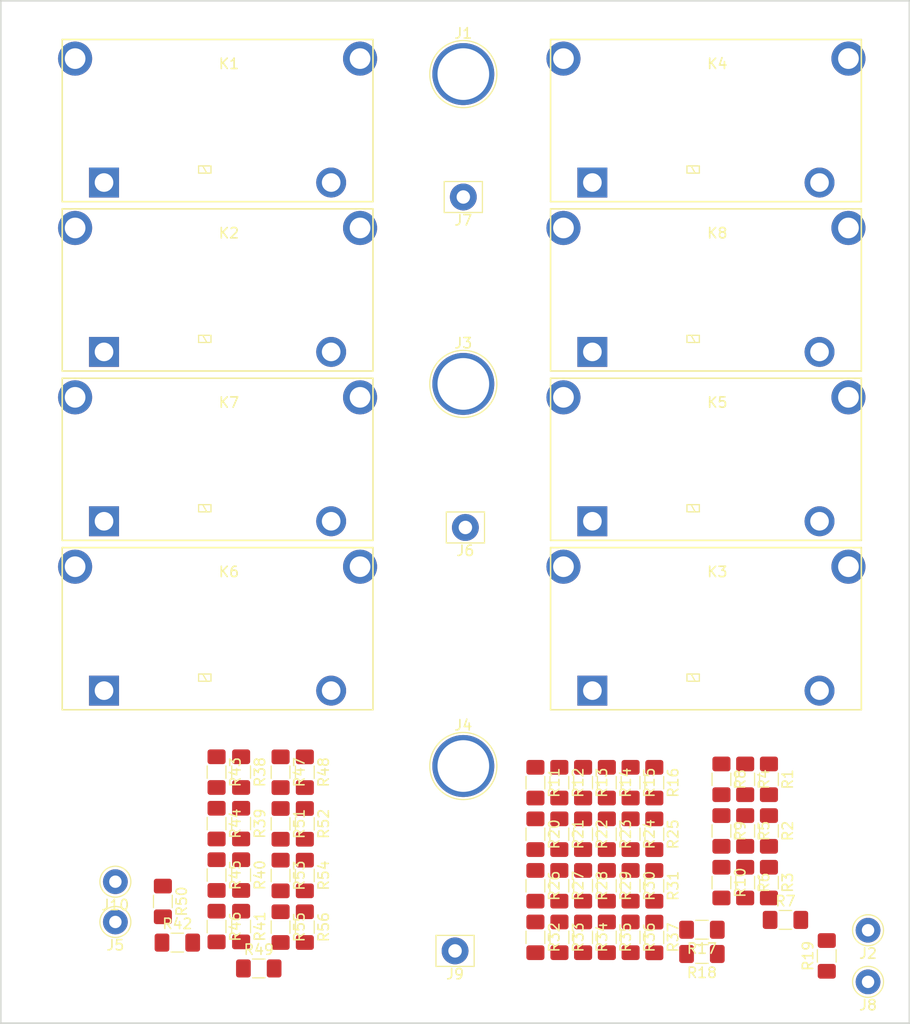
<source format=kicad_pcb>
(kicad_pcb (version 20171130) (host pcbnew "(5.1.0)-1")

  (general
    (thickness 1.6)
    (drawings 4)
    (tracks 0)
    (zones 0)
    (modules 74)
    (nets 40)
  )

  (page A4)
  (layers
    (0 F.Cu signal)
    (31 B.Cu signal hide)
    (32 B.Adhes user hide)
    (33 F.Adhes user hide)
    (34 B.Paste user hide)
    (35 F.Paste user hide)
    (36 B.SilkS user hide)
    (37 F.SilkS user hide)
    (38 B.Mask user hide)
    (39 F.Mask user hide)
    (40 Dwgs.User user hide)
    (41 Cmts.User user hide)
    (42 Eco1.User user hide)
    (43 Eco2.User user hide)
    (44 Edge.Cuts user)
    (45 Margin user hide)
    (46 B.CrtYd user hide)
    (47 F.CrtYd user)
    (48 B.Fab user hide)
    (49 F.Fab user hide)
  )

  (setup
    (last_trace_width 0.25)
    (trace_clearance 0.2)
    (zone_clearance 0.508)
    (zone_45_only no)
    (trace_min 0.2)
    (via_size 0.8)
    (via_drill 0.4)
    (via_min_size 0.4)
    (via_min_drill 0.3)
    (uvia_size 0.3)
    (uvia_drill 0.1)
    (uvias_allowed no)
    (uvia_min_size 0.2)
    (uvia_min_drill 0.1)
    (edge_width 0.15)
    (segment_width 0.2)
    (pcb_text_width 0.3)
    (pcb_text_size 1.5 1.5)
    (mod_edge_width 0.15)
    (mod_text_size 1 1)
    (mod_text_width 0.15)
    (pad_size 1.524 1.524)
    (pad_drill 0.762)
    (pad_to_mask_clearance 0.2)
    (aux_axis_origin 0 0)
    (visible_elements 7FFFFFFF)
    (pcbplotparams
      (layerselection 0x010fc_ffffffff)
      (usegerberextensions false)
      (usegerberattributes false)
      (usegerberadvancedattributes false)
      (creategerberjobfile false)
      (excludeedgelayer true)
      (linewidth 0.100000)
      (plotframeref false)
      (viasonmask false)
      (mode 1)
      (useauxorigin false)
      (hpglpennumber 1)
      (hpglpenspeed 20)
      (hpglpendiameter 15.000000)
      (psnegative false)
      (psa4output false)
      (plotreference true)
      (plotvalue true)
      (plotinvisibletext false)
      (padsonsilk false)
      (subtractmaskfromsilk false)
      (outputformat 1)
      (mirror false)
      (drillshape 1)
      (scaleselection 1)
      (outputdirectory ""))
  )

  (net 0 "")
  (net 1 "Net-(J1-Pad1)")
  (net 2 "Net-(J2-Pad1)")
  (net 3 "Net-(J3-Pad1)")
  (net 4 "Net-(J4-Pad1)")
  (net 5 "Net-(J5-Pad1)")
  (net 6 "Net-(J6-Pad1)")
  (net 7 "Net-(J7-Pad1)")
  (net 8 "Net-(K1-Pad1)")
  (net 9 "Net-(K1-Pad2)")
  (net 10 "Net-(K2-Pad2)")
  (net 11 "Net-(K2-Pad1)")
  (net 12 "Net-(K3-Pad2)")
  (net 13 "Net-(K3-Pad1)")
  (net 14 "Net-(K4-Pad1)")
  (net 15 "Net-(K4-Pad2)")
  (net 16 "Net-(K5-Pad2)")
  (net 17 "Net-(K5-Pad1)")
  (net 18 "Net-(K6-Pad1)")
  (net 19 "Net-(K6-Pad2)")
  (net 20 "Net-(K7-Pad2)")
  (net 21 "Net-(K7-Pad1)")
  (net 22 "Net-(K8-Pad1)")
  (net 23 "Net-(K8-Pad2)")
  (net 24 "Net-(R1-Pad2)")
  (net 25 "Net-(R10-Pad2)")
  (net 26 "Net-(R11-Pad2)")
  (net 27 GND)
  (net 28 "Net-(R39-Pad2)")
  (net 29 "Net-(K1-Pad4)")
  (net 30 "Net-(K4-Pad4)")
  (net 31 "Net-(R10-Pad1)")
  (net 32 "Net-(R20-Pad2)")
  (net 33 "Net-(R26-Pad2)")
  (net 34 "Net-(R38-Pad2)")
  (net 35 "Net-(R40-Pad2)")
  (net 36 "Net-(R41-Pad2)")
  (net 37 "Net-(R47-Pad2)")
  (net 38 "Net-(R51-Pad2)")
  (net 39 "Net-(R53-Pad2)")

  (net_class Default "This is the default net class."
    (clearance 0.2)
    (trace_width 0.25)
    (via_dia 0.8)
    (via_drill 0.4)
    (uvia_dia 0.3)
    (uvia_drill 0.1)
    (add_net GND)
    (add_net "Net-(J1-Pad1)")
    (add_net "Net-(J2-Pad1)")
    (add_net "Net-(J3-Pad1)")
    (add_net "Net-(J4-Pad1)")
    (add_net "Net-(J5-Pad1)")
    (add_net "Net-(J6-Pad1)")
    (add_net "Net-(J7-Pad1)")
    (add_net "Net-(K1-Pad1)")
    (add_net "Net-(K1-Pad2)")
    (add_net "Net-(K1-Pad4)")
    (add_net "Net-(K2-Pad1)")
    (add_net "Net-(K2-Pad2)")
    (add_net "Net-(K3-Pad1)")
    (add_net "Net-(K3-Pad2)")
    (add_net "Net-(K4-Pad1)")
    (add_net "Net-(K4-Pad2)")
    (add_net "Net-(K4-Pad4)")
    (add_net "Net-(K5-Pad1)")
    (add_net "Net-(K5-Pad2)")
    (add_net "Net-(K6-Pad1)")
    (add_net "Net-(K6-Pad2)")
    (add_net "Net-(K7-Pad1)")
    (add_net "Net-(K7-Pad2)")
    (add_net "Net-(K8-Pad1)")
    (add_net "Net-(K8-Pad2)")
    (add_net "Net-(R1-Pad2)")
    (add_net "Net-(R10-Pad1)")
    (add_net "Net-(R10-Pad2)")
    (add_net "Net-(R11-Pad2)")
    (add_net "Net-(R20-Pad2)")
    (add_net "Net-(R26-Pad2)")
    (add_net "Net-(R38-Pad2)")
    (add_net "Net-(R39-Pad2)")
    (add_net "Net-(R40-Pad2)")
    (add_net "Net-(R41-Pad2)")
    (add_net "Net-(R47-Pad2)")
    (add_net "Net-(R51-Pad2)")
    (add_net "Net-(R53-Pad2)")
  )

  (module TestPoint:TestPoint_Plated_Hole_D5.0mm (layer F.Cu) (tedit 5A0F774F) (tstamp 5CBED467)
    (at 133.8 65.1)
    (descr "Plated Hole as test Point, diameter 5.0mm")
    (tags "test point plated hole")
    (path /5CDC67ED)
    (attr virtual)
    (fp_text reference J1 (at 0 -3.948) (layer F.SilkS)
      (effects (font (size 1 1) (thickness 0.15)))
    )
    (fp_text value Conn_01x01_Female (at 0 3.9) (layer F.Fab)
      (effects (font (size 1 1) (thickness 0.15)))
    )
    (fp_circle (center 0 0) (end 0 3.25) (layer F.SilkS) (width 0.12))
    (fp_circle (center 0 0) (end 3.5 0) (layer F.CrtYd) (width 0.05))
    (fp_text user %R (at 0 -3.95) (layer F.Fab)
      (effects (font (size 1 1) (thickness 0.15)))
    )
    (pad 1 thru_hole circle (at 0 0) (size 6 6) (drill 5) (layers *.Cu *.Mask)
      (net 1 "Net-(J1-Pad1)"))
  )

  (module TestPoint:TestPoint_Plated_Hole_D5.0mm (layer F.Cu) (tedit 5A0F774F) (tstamp 5CBED4BE)
    (at 133.8 95.1)
    (descr "Plated Hole as test Point, diameter 5.0mm")
    (tags "test point plated hole")
    (path /5CDC6BB5)
    (attr virtual)
    (fp_text reference J3 (at 0 -3.948) (layer F.SilkS)
      (effects (font (size 1 1) (thickness 0.15)))
    )
    (fp_text value Conn_01x01_Female (at 0 3.9) (layer F.Fab)
      (effects (font (size 1 1) (thickness 0.15)))
    )
    (fp_circle (center 0 0) (end 0 3.25) (layer F.SilkS) (width 0.12))
    (fp_circle (center 0 0) (end 3.5 0) (layer F.CrtYd) (width 0.05))
    (fp_text user %R (at 0 -3.95) (layer F.Fab)
      (effects (font (size 1 1) (thickness 0.15)))
    )
    (pad 1 thru_hole circle (at 0 0) (size 6 6) (drill 5) (layers *.Cu *.Mask)
      (net 3 "Net-(J3-Pad1)"))
  )

  (module TestPoint:TestPoint_Plated_Hole_D5.0mm (layer F.Cu) (tedit 5A0F774F) (tstamp 5CBED532)
    (at 133.8 132.1)
    (descr "Plated Hole as test Point, diameter 5.0mm")
    (tags "test point plated hole")
    (path /5CDC6C6D)
    (attr virtual)
    (fp_text reference J4 (at 0 -3.948) (layer F.SilkS)
      (effects (font (size 1 1) (thickness 0.15)))
    )
    (fp_text value Conn_01x01_Female (at 0 3.9) (layer F.Fab)
      (effects (font (size 1 1) (thickness 0.15)))
    )
    (fp_circle (center 0 0) (end 0 3.25) (layer F.SilkS) (width 0.12))
    (fp_circle (center 0 0) (end 3.5 0) (layer F.CrtYd) (width 0.05))
    (fp_text user %R (at 0 -3.95) (layer F.Fab)
      (effects (font (size 1 1) (thickness 0.15)))
    )
    (pad 1 thru_hole circle (at 0 0) (size 6 6) (drill 5) (layers *.Cu *.Mask)
      (net 4 "Net-(J4-Pad1)"))
  )

  (module custom_footprints:ALFG2PF241 (layer F.Cu) (tedit 5CBD9299) (tstamp 5CE0FCB1)
    (at 99 75.6)
    (descr "Panasonic Relay SPST, http://www.farnell.com/datasheets/2244182.pdf")
    (tags "Panasonic Relay SPST")
    (path /5CE8004E)
    (fp_text reference K1 (at 12.1 -11.5 180) (layer F.SilkS)
      (effects (font (size 1 1) (thickness 0.15)))
    )
    (fp_text value DIPxx-1Axx-11x (at 12.1 3.9 180) (layer F.Fab)
      (effects (font (size 1 1) (thickness 0.15)))
    )
    (fp_line (start -4.1402 -13.97) (end 26.1366 -13.97) (layer F.Fab) (width 0.12))
    (fp_line (start -4.05 1.85) (end -4.05 -13.85) (layer F.SilkS) (width 0.15))
    (fp_line (start 26.05 1.85) (end -4.05 1.85) (layer F.SilkS) (width 0.15))
    (fp_line (start 26.05 -13.85) (end 26.05 1.85) (layer F.SilkS) (width 0.15))
    (fp_line (start -4.05 -13.85) (end 26.05 -13.85) (layer F.SilkS) (width 0.15))
    (fp_text user %R (at 12 -3.75 180) (layer F.Fab)
      (effects (font (size 1 1) (thickness 0.15)))
    )
    (fp_line (start 26.05 1.85) (end 26.05 -13.85) (layer F.CrtYd) (width 0.05))
    (fp_line (start -4.05 1.85) (end 26.05 1.85) (layer F.CrtYd) (width 0.05))
    (fp_line (start -4.05 -13.85) (end -4.05 1.85) (layer F.CrtYd) (width 0.05))
    (fp_line (start 26.05 -13.85) (end -4.05 -13.85) (layer F.CrtYd) (width 0.05))
    (fp_line (start 10.36 -0.91) (end 10.36 -1.61) (layer F.SilkS) (width 0.12))
    (fp_line (start 9.16 -0.91) (end 10.36 -0.91) (layer F.SilkS) (width 0.12))
    (fp_line (start 9.16 -1.61) (end 9.16 -0.91) (layer F.SilkS) (width 0.12))
    (fp_line (start 10.36 -1.61) (end 9.16 -1.61) (layer F.SilkS) (width 0.12))
    (fp_line (start 9.96 -0.91) (end 9.56 -1.61) (layer F.SilkS) (width 0.12))
    (fp_line (start 26.162 1.9304) (end 26.162 -13.97) (layer F.Fab) (width 0.1))
    (fp_line (start -4.1402 1.9558) (end 26.162 1.9558) (layer F.Fab) (width 0.1))
    (fp_line (start -4.1402 -13.97) (end -4.1402 1.9558) (layer F.Fab) (width 0.1))
    (pad 3 thru_hole oval (at -2.8 -12 90) (size 3.3 3.3) (drill 2) (layers *.Cu *.Mask)
      (net 1 "Net-(J1-Pad1)"))
    (pad 4 thru_hole oval (at 24.8 -12 90) (size 3.3 3.3) (drill 2) (layers *.Cu *.Mask)
      (net 29 "Net-(K1-Pad4)"))
    (pad 2 thru_hole oval (at 22 0 90) (size 2.9 2.9) (drill 1.8) (layers *.Cu *.Mask)
      (net 9 "Net-(K1-Pad2)"))
    (pad 1 thru_hole rect (at 0 0 90) (size 2.9 2.9) (drill 1.8) (layers *.Cu *.Mask)
      (net 8 "Net-(K1-Pad1)"))
    (model ${KIPRJMOD}/3d-models/ALFG2PF241.wrl
      (offset (xyz -4 -2 0))
      (scale (xyz 1 1 1))
      (rotate (xyz 0 0 0))
    )
  )

  (module custom_footprints:ALFG2PF241 (layer F.Cu) (tedit 5CBD9299) (tstamp 5CE0FCCC)
    (at 99 92)
    (descr "Panasonic Relay SPST, http://www.farnell.com/datasheets/2244182.pdf")
    (tags "Panasonic Relay SPST")
    (path /5CE80608)
    (fp_text reference K2 (at 12.1 -11.5 180) (layer F.SilkS)
      (effects (font (size 1 1) (thickness 0.15)))
    )
    (fp_text value DIPxx-1Axx-11x (at 12.1 3.9 180) (layer F.Fab)
      (effects (font (size 1 1) (thickness 0.15)))
    )
    (fp_line (start -4.1402 -13.97) (end 26.1366 -13.97) (layer F.Fab) (width 0.12))
    (fp_line (start -4.05 1.85) (end -4.05 -13.85) (layer F.SilkS) (width 0.15))
    (fp_line (start 26.05 1.85) (end -4.05 1.85) (layer F.SilkS) (width 0.15))
    (fp_line (start 26.05 -13.85) (end 26.05 1.85) (layer F.SilkS) (width 0.15))
    (fp_line (start -4.05 -13.85) (end 26.05 -13.85) (layer F.SilkS) (width 0.15))
    (fp_text user %R (at 12 -3.75 180) (layer F.Fab)
      (effects (font (size 1 1) (thickness 0.15)))
    )
    (fp_line (start 26.05 1.85) (end 26.05 -13.85) (layer F.CrtYd) (width 0.05))
    (fp_line (start -4.05 1.85) (end 26.05 1.85) (layer F.CrtYd) (width 0.05))
    (fp_line (start -4.05 -13.85) (end -4.05 1.85) (layer F.CrtYd) (width 0.05))
    (fp_line (start 26.05 -13.85) (end -4.05 -13.85) (layer F.CrtYd) (width 0.05))
    (fp_line (start 10.36 -0.91) (end 10.36 -1.61) (layer F.SilkS) (width 0.12))
    (fp_line (start 9.16 -0.91) (end 10.36 -0.91) (layer F.SilkS) (width 0.12))
    (fp_line (start 9.16 -1.61) (end 9.16 -0.91) (layer F.SilkS) (width 0.12))
    (fp_line (start 10.36 -1.61) (end 9.16 -1.61) (layer F.SilkS) (width 0.12))
    (fp_line (start 9.96 -0.91) (end 9.56 -1.61) (layer F.SilkS) (width 0.12))
    (fp_line (start 26.162 1.9304) (end 26.162 -13.97) (layer F.Fab) (width 0.1))
    (fp_line (start -4.1402 1.9558) (end 26.162 1.9558) (layer F.Fab) (width 0.1))
    (fp_line (start -4.1402 -13.97) (end -4.1402 1.9558) (layer F.Fab) (width 0.1))
    (pad 3 thru_hole oval (at -2.8 -12 90) (size 3.3 3.3) (drill 2) (layers *.Cu *.Mask)
      (net 3 "Net-(J3-Pad1)"))
    (pad 4 thru_hole oval (at 24.8 -12 90) (size 3.3 3.3) (drill 2) (layers *.Cu *.Mask)
      (net 29 "Net-(K1-Pad4)"))
    (pad 2 thru_hole oval (at 22 0 90) (size 2.9 2.9) (drill 1.8) (layers *.Cu *.Mask)
      (net 10 "Net-(K2-Pad2)"))
    (pad 1 thru_hole rect (at 0 0 90) (size 2.9 2.9) (drill 1.8) (layers *.Cu *.Mask)
      (net 11 "Net-(K2-Pad1)"))
    (model ${KIPRJMOD}/3d-models/ALFG2PF241.wrl
      (offset (xyz -4 -2 0))
      (scale (xyz 1 1 1))
      (rotate (xyz 0 0 0))
    )
  )

  (module custom_footprints:ALFG2PF241 (layer F.Cu) (tedit 5CBD9299) (tstamp 5CE0FCE7)
    (at 146.3 124.8)
    (descr "Panasonic Relay SPST, http://www.farnell.com/datasheets/2244182.pdf")
    (tags "Panasonic Relay SPST")
    (path /5CE806B0)
    (fp_text reference K3 (at 12.1 -11.5 180) (layer F.SilkS)
      (effects (font (size 1 1) (thickness 0.15)))
    )
    (fp_text value DIPxx-1Axx-11x (at 12.1 3.9 180) (layer F.Fab)
      (effects (font (size 1 1) (thickness 0.15)))
    )
    (fp_line (start -4.1402 -13.97) (end 26.1366 -13.97) (layer F.Fab) (width 0.12))
    (fp_line (start -4.05 1.85) (end -4.05 -13.85) (layer F.SilkS) (width 0.15))
    (fp_line (start 26.05 1.85) (end -4.05 1.85) (layer F.SilkS) (width 0.15))
    (fp_line (start 26.05 -13.85) (end 26.05 1.85) (layer F.SilkS) (width 0.15))
    (fp_line (start -4.05 -13.85) (end 26.05 -13.85) (layer F.SilkS) (width 0.15))
    (fp_text user %R (at 12 -3.75 180) (layer F.Fab)
      (effects (font (size 1 1) (thickness 0.15)))
    )
    (fp_line (start 26.05 1.85) (end 26.05 -13.85) (layer F.CrtYd) (width 0.05))
    (fp_line (start -4.05 1.85) (end 26.05 1.85) (layer F.CrtYd) (width 0.05))
    (fp_line (start -4.05 -13.85) (end -4.05 1.85) (layer F.CrtYd) (width 0.05))
    (fp_line (start 26.05 -13.85) (end -4.05 -13.85) (layer F.CrtYd) (width 0.05))
    (fp_line (start 10.36 -0.91) (end 10.36 -1.61) (layer F.SilkS) (width 0.12))
    (fp_line (start 9.16 -0.91) (end 10.36 -0.91) (layer F.SilkS) (width 0.12))
    (fp_line (start 9.16 -1.61) (end 9.16 -0.91) (layer F.SilkS) (width 0.12))
    (fp_line (start 10.36 -1.61) (end 9.16 -1.61) (layer F.SilkS) (width 0.12))
    (fp_line (start 9.96 -0.91) (end 9.56 -1.61) (layer F.SilkS) (width 0.12))
    (fp_line (start 26.162 1.9304) (end 26.162 -13.97) (layer F.Fab) (width 0.1))
    (fp_line (start -4.1402 1.9558) (end 26.162 1.9558) (layer F.Fab) (width 0.1))
    (fp_line (start -4.1402 -13.97) (end -4.1402 1.9558) (layer F.Fab) (width 0.1))
    (pad 3 thru_hole oval (at -2.8 -12 90) (size 3.3 3.3) (drill 2) (layers *.Cu *.Mask)
      (net 4 "Net-(J4-Pad1)"))
    (pad 4 thru_hole oval (at 24.8 -12 90) (size 3.3 3.3) (drill 2) (layers *.Cu *.Mask)
      (net 29 "Net-(K1-Pad4)"))
    (pad 2 thru_hole oval (at 22 0 90) (size 2.9 2.9) (drill 1.8) (layers *.Cu *.Mask)
      (net 12 "Net-(K3-Pad2)"))
    (pad 1 thru_hole rect (at 0 0 90) (size 2.9 2.9) (drill 1.8) (layers *.Cu *.Mask)
      (net 13 "Net-(K3-Pad1)"))
    (model ${KIPRJMOD}/3d-models/ALFG2PF241.wrl
      (offset (xyz -4 -2 0))
      (scale (xyz 1 1 1))
      (rotate (xyz 0 0 0))
    )
  )

  (module custom_footprints:ALFG2PF241 (layer F.Cu) (tedit 5CBD9299) (tstamp 5CE0FD02)
    (at 146.3 75.6)
    (descr "Panasonic Relay SPST, http://www.farnell.com/datasheets/2244182.pdf")
    (tags "Panasonic Relay SPST")
    (path /5CE8074E)
    (fp_text reference K4 (at 12.1 -11.5 180) (layer F.SilkS)
      (effects (font (size 1 1) (thickness 0.15)))
    )
    (fp_text value DIPxx-1Axx-11x (at 12.1 3.9 180) (layer F.Fab)
      (effects (font (size 1 1) (thickness 0.15)))
    )
    (fp_line (start -4.1402 -13.97) (end 26.1366 -13.97) (layer F.Fab) (width 0.12))
    (fp_line (start -4.05 1.85) (end -4.05 -13.85) (layer F.SilkS) (width 0.15))
    (fp_line (start 26.05 1.85) (end -4.05 1.85) (layer F.SilkS) (width 0.15))
    (fp_line (start 26.05 -13.85) (end 26.05 1.85) (layer F.SilkS) (width 0.15))
    (fp_line (start -4.05 -13.85) (end 26.05 -13.85) (layer F.SilkS) (width 0.15))
    (fp_text user %R (at 12 -3.75 180) (layer F.Fab)
      (effects (font (size 1 1) (thickness 0.15)))
    )
    (fp_line (start 26.05 1.85) (end 26.05 -13.85) (layer F.CrtYd) (width 0.05))
    (fp_line (start -4.05 1.85) (end 26.05 1.85) (layer F.CrtYd) (width 0.05))
    (fp_line (start -4.05 -13.85) (end -4.05 1.85) (layer F.CrtYd) (width 0.05))
    (fp_line (start 26.05 -13.85) (end -4.05 -13.85) (layer F.CrtYd) (width 0.05))
    (fp_line (start 10.36 -0.91) (end 10.36 -1.61) (layer F.SilkS) (width 0.12))
    (fp_line (start 9.16 -0.91) (end 10.36 -0.91) (layer F.SilkS) (width 0.12))
    (fp_line (start 9.16 -1.61) (end 9.16 -0.91) (layer F.SilkS) (width 0.12))
    (fp_line (start 10.36 -1.61) (end 9.16 -1.61) (layer F.SilkS) (width 0.12))
    (fp_line (start 9.96 -0.91) (end 9.56 -1.61) (layer F.SilkS) (width 0.12))
    (fp_line (start 26.162 1.9304) (end 26.162 -13.97) (layer F.Fab) (width 0.1))
    (fp_line (start -4.1402 1.9558) (end 26.162 1.9558) (layer F.Fab) (width 0.1))
    (fp_line (start -4.1402 -13.97) (end -4.1402 1.9558) (layer F.Fab) (width 0.1))
    (pad 3 thru_hole oval (at -2.8 -12 90) (size 3.3 3.3) (drill 2) (layers *.Cu *.Mask)
      (net 1 "Net-(J1-Pad1)"))
    (pad 4 thru_hole oval (at 24.8 -12 90) (size 3.3 3.3) (drill 2) (layers *.Cu *.Mask)
      (net 30 "Net-(K4-Pad4)"))
    (pad 2 thru_hole oval (at 22 0 90) (size 2.9 2.9) (drill 1.8) (layers *.Cu *.Mask)
      (net 15 "Net-(K4-Pad2)"))
    (pad 1 thru_hole rect (at 0 0 90) (size 2.9 2.9) (drill 1.8) (layers *.Cu *.Mask)
      (net 14 "Net-(K4-Pad1)"))
    (model ${KIPRJMOD}/3d-models/ALFG2PF241.wrl
      (offset (xyz -4 -2 0))
      (scale (xyz 1 1 1))
      (rotate (xyz 0 0 0))
    )
  )

  (module custom_footprints:ALFG2PF241 (layer F.Cu) (tedit 5CBD9299) (tstamp 5CE0FD1D)
    (at 146.3 108.4)
    (descr "Panasonic Relay SPST, http://www.farnell.com/datasheets/2244182.pdf")
    (tags "Panasonic Relay SPST")
    (path /5CE807F2)
    (fp_text reference K5 (at 12.1 -11.5 180) (layer F.SilkS)
      (effects (font (size 1 1) (thickness 0.15)))
    )
    (fp_text value DIPxx-1Axx-11x (at 12.1 3.9 180) (layer F.Fab)
      (effects (font (size 1 1) (thickness 0.15)))
    )
    (fp_line (start -4.1402 -13.97) (end 26.1366 -13.97) (layer F.Fab) (width 0.12))
    (fp_line (start -4.05 1.85) (end -4.05 -13.85) (layer F.SilkS) (width 0.15))
    (fp_line (start 26.05 1.85) (end -4.05 1.85) (layer F.SilkS) (width 0.15))
    (fp_line (start 26.05 -13.85) (end 26.05 1.85) (layer F.SilkS) (width 0.15))
    (fp_line (start -4.05 -13.85) (end 26.05 -13.85) (layer F.SilkS) (width 0.15))
    (fp_text user %R (at 12 -3.75 180) (layer F.Fab)
      (effects (font (size 1 1) (thickness 0.15)))
    )
    (fp_line (start 26.05 1.85) (end 26.05 -13.85) (layer F.CrtYd) (width 0.05))
    (fp_line (start -4.05 1.85) (end 26.05 1.85) (layer F.CrtYd) (width 0.05))
    (fp_line (start -4.05 -13.85) (end -4.05 1.85) (layer F.CrtYd) (width 0.05))
    (fp_line (start 26.05 -13.85) (end -4.05 -13.85) (layer F.CrtYd) (width 0.05))
    (fp_line (start 10.36 -0.91) (end 10.36 -1.61) (layer F.SilkS) (width 0.12))
    (fp_line (start 9.16 -0.91) (end 10.36 -0.91) (layer F.SilkS) (width 0.12))
    (fp_line (start 9.16 -1.61) (end 9.16 -0.91) (layer F.SilkS) (width 0.12))
    (fp_line (start 10.36 -1.61) (end 9.16 -1.61) (layer F.SilkS) (width 0.12))
    (fp_line (start 9.96 -0.91) (end 9.56 -1.61) (layer F.SilkS) (width 0.12))
    (fp_line (start 26.162 1.9304) (end 26.162 -13.97) (layer F.Fab) (width 0.1))
    (fp_line (start -4.1402 1.9558) (end 26.162 1.9558) (layer F.Fab) (width 0.1))
    (fp_line (start -4.1402 -13.97) (end -4.1402 1.9558) (layer F.Fab) (width 0.1))
    (pad 3 thru_hole oval (at -2.8 -12 90) (size 3.3 3.3) (drill 2) (layers *.Cu *.Mask)
      (net 3 "Net-(J3-Pad1)"))
    (pad 4 thru_hole oval (at 24.8 -12 90) (size 3.3 3.3) (drill 2) (layers *.Cu *.Mask)
      (net 30 "Net-(K4-Pad4)"))
    (pad 2 thru_hole oval (at 22 0 90) (size 2.9 2.9) (drill 1.8) (layers *.Cu *.Mask)
      (net 16 "Net-(K5-Pad2)"))
    (pad 1 thru_hole rect (at 0 0 90) (size 2.9 2.9) (drill 1.8) (layers *.Cu *.Mask)
      (net 17 "Net-(K5-Pad1)"))
    (model ${KIPRJMOD}/3d-models/ALFG2PF241.wrl
      (offset (xyz -4 -2 0))
      (scale (xyz 1 1 1))
      (rotate (xyz 0 0 0))
    )
  )

  (module custom_footprints:ALFG2PF241 (layer F.Cu) (tedit 5CBD9299) (tstamp 5CE0FD38)
    (at 99 124.8)
    (descr "Panasonic Relay SPST, http://www.farnell.com/datasheets/2244182.pdf")
    (tags "Panasonic Relay SPST")
    (path /5CE808A8)
    (fp_text reference K6 (at 12.1 -11.5 180) (layer F.SilkS)
      (effects (font (size 1 1) (thickness 0.15)))
    )
    (fp_text value DIPxx-1Axx-11x (at 12.1 3.9 180) (layer F.Fab)
      (effects (font (size 1 1) (thickness 0.15)))
    )
    (fp_line (start -4.1402 -13.97) (end 26.1366 -13.97) (layer F.Fab) (width 0.12))
    (fp_line (start -4.05 1.85) (end -4.05 -13.85) (layer F.SilkS) (width 0.15))
    (fp_line (start 26.05 1.85) (end -4.05 1.85) (layer F.SilkS) (width 0.15))
    (fp_line (start 26.05 -13.85) (end 26.05 1.85) (layer F.SilkS) (width 0.15))
    (fp_line (start -4.05 -13.85) (end 26.05 -13.85) (layer F.SilkS) (width 0.15))
    (fp_text user %R (at 12 -3.75 180) (layer F.Fab)
      (effects (font (size 1 1) (thickness 0.15)))
    )
    (fp_line (start 26.05 1.85) (end 26.05 -13.85) (layer F.CrtYd) (width 0.05))
    (fp_line (start -4.05 1.85) (end 26.05 1.85) (layer F.CrtYd) (width 0.05))
    (fp_line (start -4.05 -13.85) (end -4.05 1.85) (layer F.CrtYd) (width 0.05))
    (fp_line (start 26.05 -13.85) (end -4.05 -13.85) (layer F.CrtYd) (width 0.05))
    (fp_line (start 10.36 -0.91) (end 10.36 -1.61) (layer F.SilkS) (width 0.12))
    (fp_line (start 9.16 -0.91) (end 10.36 -0.91) (layer F.SilkS) (width 0.12))
    (fp_line (start 9.16 -1.61) (end 9.16 -0.91) (layer F.SilkS) (width 0.12))
    (fp_line (start 10.36 -1.61) (end 9.16 -1.61) (layer F.SilkS) (width 0.12))
    (fp_line (start 9.96 -0.91) (end 9.56 -1.61) (layer F.SilkS) (width 0.12))
    (fp_line (start 26.162 1.9304) (end 26.162 -13.97) (layer F.Fab) (width 0.1))
    (fp_line (start -4.1402 1.9558) (end 26.162 1.9558) (layer F.Fab) (width 0.1))
    (fp_line (start -4.1402 -13.97) (end -4.1402 1.9558) (layer F.Fab) (width 0.1))
    (pad 3 thru_hole oval (at -2.8 -12 90) (size 3.3 3.3) (drill 2) (layers *.Cu *.Mask)
      (net 4 "Net-(J4-Pad1)"))
    (pad 4 thru_hole oval (at 24.8 -12 90) (size 3.3 3.3) (drill 2) (layers *.Cu *.Mask)
      (net 30 "Net-(K4-Pad4)"))
    (pad 2 thru_hole oval (at 22 0 90) (size 2.9 2.9) (drill 1.8) (layers *.Cu *.Mask)
      (net 19 "Net-(K6-Pad2)"))
    (pad 1 thru_hole rect (at 0 0 90) (size 2.9 2.9) (drill 1.8) (layers *.Cu *.Mask)
      (net 18 "Net-(K6-Pad1)"))
    (model ${KIPRJMOD}/3d-models/ALFG2PF241.wrl
      (offset (xyz -4 -2 0))
      (scale (xyz 1 1 1))
      (rotate (xyz 0 0 0))
    )
  )

  (module custom_footprints:ALFG2PF241 (layer F.Cu) (tedit 5CBD9299) (tstamp 5CE0FD53)
    (at 99 108.4)
    (descr "Panasonic Relay SPST, http://www.farnell.com/datasheets/2244182.pdf")
    (tags "Panasonic Relay SPST")
    (path /5CE80A8F)
    (fp_text reference K7 (at 12.1 -11.5 180) (layer F.SilkS)
      (effects (font (size 1 1) (thickness 0.15)))
    )
    (fp_text value DIPxx-1Axx-11x (at 12.1 3.9 180) (layer F.Fab)
      (effects (font (size 1 1) (thickness 0.15)))
    )
    (fp_line (start -4.1402 -13.97) (end 26.1366 -13.97) (layer F.Fab) (width 0.12))
    (fp_line (start -4.05 1.85) (end -4.05 -13.85) (layer F.SilkS) (width 0.15))
    (fp_line (start 26.05 1.85) (end -4.05 1.85) (layer F.SilkS) (width 0.15))
    (fp_line (start 26.05 -13.85) (end 26.05 1.85) (layer F.SilkS) (width 0.15))
    (fp_line (start -4.05 -13.85) (end 26.05 -13.85) (layer F.SilkS) (width 0.15))
    (fp_text user %R (at 12 -3.75 180) (layer F.Fab)
      (effects (font (size 1 1) (thickness 0.15)))
    )
    (fp_line (start 26.05 1.85) (end 26.05 -13.85) (layer F.CrtYd) (width 0.05))
    (fp_line (start -4.05 1.85) (end 26.05 1.85) (layer F.CrtYd) (width 0.05))
    (fp_line (start -4.05 -13.85) (end -4.05 1.85) (layer F.CrtYd) (width 0.05))
    (fp_line (start 26.05 -13.85) (end -4.05 -13.85) (layer F.CrtYd) (width 0.05))
    (fp_line (start 10.36 -0.91) (end 10.36 -1.61) (layer F.SilkS) (width 0.12))
    (fp_line (start 9.16 -0.91) (end 10.36 -0.91) (layer F.SilkS) (width 0.12))
    (fp_line (start 9.16 -1.61) (end 9.16 -0.91) (layer F.SilkS) (width 0.12))
    (fp_line (start 10.36 -1.61) (end 9.16 -1.61) (layer F.SilkS) (width 0.12))
    (fp_line (start 9.96 -0.91) (end 9.56 -1.61) (layer F.SilkS) (width 0.12))
    (fp_line (start 26.162 1.9304) (end 26.162 -13.97) (layer F.Fab) (width 0.1))
    (fp_line (start -4.1402 1.9558) (end 26.162 1.9558) (layer F.Fab) (width 0.1))
    (fp_line (start -4.1402 -13.97) (end -4.1402 1.9558) (layer F.Fab) (width 0.1))
    (pad 3 thru_hole oval (at -2.8 -12 90) (size 3.3 3.3) (drill 2) (layers *.Cu *.Mask)
      (net 3 "Net-(J3-Pad1)"))
    (pad 4 thru_hole oval (at 24.8 -12 90) (size 3.3 3.3) (drill 2) (layers *.Cu *.Mask)
      (net 6 "Net-(J6-Pad1)"))
    (pad 2 thru_hole oval (at 22 0 90) (size 2.9 2.9) (drill 1.8) (layers *.Cu *.Mask)
      (net 20 "Net-(K7-Pad2)"))
    (pad 1 thru_hole rect (at 0 0 90) (size 2.9 2.9) (drill 1.8) (layers *.Cu *.Mask)
      (net 21 "Net-(K7-Pad1)"))
    (model ${KIPRJMOD}/3d-models/ALFG2PF241.wrl
      (offset (xyz -4 -2 0))
      (scale (xyz 1 1 1))
      (rotate (xyz 0 0 0))
    )
  )

  (module custom_footprints:ALFG2PF241 (layer F.Cu) (tedit 5CBD9299) (tstamp 5CE0FD6E)
    (at 146.3 92)
    (descr "Panasonic Relay SPST, http://www.farnell.com/datasheets/2244182.pdf")
    (tags "Panasonic Relay SPST")
    (path /5CE80966)
    (fp_text reference K8 (at 12.1 -11.5 180) (layer F.SilkS)
      (effects (font (size 1 1) (thickness 0.15)))
    )
    (fp_text value DIPxx-1Axx-11x (at 12.1 3.9 180) (layer F.Fab)
      (effects (font (size 1 1) (thickness 0.15)))
    )
    (fp_line (start -4.1402 -13.97) (end 26.1366 -13.97) (layer F.Fab) (width 0.12))
    (fp_line (start -4.05 1.85) (end -4.05 -13.85) (layer F.SilkS) (width 0.15))
    (fp_line (start 26.05 1.85) (end -4.05 1.85) (layer F.SilkS) (width 0.15))
    (fp_line (start 26.05 -13.85) (end 26.05 1.85) (layer F.SilkS) (width 0.15))
    (fp_line (start -4.05 -13.85) (end 26.05 -13.85) (layer F.SilkS) (width 0.15))
    (fp_text user %R (at 12 -3.75 180) (layer F.Fab)
      (effects (font (size 1 1) (thickness 0.15)))
    )
    (fp_line (start 26.05 1.85) (end 26.05 -13.85) (layer F.CrtYd) (width 0.05))
    (fp_line (start -4.05 1.85) (end 26.05 1.85) (layer F.CrtYd) (width 0.05))
    (fp_line (start -4.05 -13.85) (end -4.05 1.85) (layer F.CrtYd) (width 0.05))
    (fp_line (start 26.05 -13.85) (end -4.05 -13.85) (layer F.CrtYd) (width 0.05))
    (fp_line (start 10.36 -0.91) (end 10.36 -1.61) (layer F.SilkS) (width 0.12))
    (fp_line (start 9.16 -0.91) (end 10.36 -0.91) (layer F.SilkS) (width 0.12))
    (fp_line (start 9.16 -1.61) (end 9.16 -0.91) (layer F.SilkS) (width 0.12))
    (fp_line (start 10.36 -1.61) (end 9.16 -1.61) (layer F.SilkS) (width 0.12))
    (fp_line (start 9.96 -0.91) (end 9.56 -1.61) (layer F.SilkS) (width 0.12))
    (fp_line (start 26.162 1.9304) (end 26.162 -13.97) (layer F.Fab) (width 0.1))
    (fp_line (start -4.1402 1.9558) (end 26.162 1.9558) (layer F.Fab) (width 0.1))
    (fp_line (start -4.1402 -13.97) (end -4.1402 1.9558) (layer F.Fab) (width 0.1))
    (pad 3 thru_hole oval (at -2.8 -12 90) (size 3.3 3.3) (drill 2) (layers *.Cu *.Mask)
      (net 1 "Net-(J1-Pad1)"))
    (pad 4 thru_hole oval (at 24.8 -12 90) (size 3.3 3.3) (drill 2) (layers *.Cu *.Mask)
      (net 7 "Net-(J7-Pad1)"))
    (pad 2 thru_hole oval (at 22 0 90) (size 2.9 2.9) (drill 1.8) (layers *.Cu *.Mask)
      (net 23 "Net-(K8-Pad2)"))
    (pad 1 thru_hole rect (at 0 0 90) (size 2.9 2.9) (drill 1.8) (layers *.Cu *.Mask)
      (net 22 "Net-(K8-Pad1)"))
    (model ${KIPRJMOD}/3d-models/ALFG2PF241.wrl
      (offset (xyz -4 -2 0))
      (scale (xyz 1 1 1))
      (rotate (xyz 0 0 0))
    )
  )

  (module Resistor_SMD:R_1206_3216Metric_Pad1.42x1.75mm_HandSolder (layer F.Cu) (tedit 5B301BBD) (tstamp 5CE0FD7F)
    (at 163.4 133.3875 270)
    (descr "Resistor SMD 1206 (3216 Metric), square (rectangular) end terminal, IPC_7351 nominal with elongated pad for handsoldering. (Body size source: http://www.tortai-tech.com/upload/download/2011102023233369053.pdf), generated with kicad-footprint-generator")
    (tags "resistor handsolder")
    (path /5CBD9D4D)
    (attr smd)
    (fp_text reference R1 (at 0 -1.82 270) (layer F.SilkS)
      (effects (font (size 1 1) (thickness 0.15)))
    )
    (fp_text value R (at 0 1.82 270) (layer F.Fab)
      (effects (font (size 1 1) (thickness 0.15)))
    )
    (fp_text user %R (at 0 0 270) (layer F.Fab)
      (effects (font (size 0.8 0.8) (thickness 0.12)))
    )
    (fp_line (start 2.45 1.12) (end -2.45 1.12) (layer F.CrtYd) (width 0.05))
    (fp_line (start 2.45 -1.12) (end 2.45 1.12) (layer F.CrtYd) (width 0.05))
    (fp_line (start -2.45 -1.12) (end 2.45 -1.12) (layer F.CrtYd) (width 0.05))
    (fp_line (start -2.45 1.12) (end -2.45 -1.12) (layer F.CrtYd) (width 0.05))
    (fp_line (start -0.602064 0.91) (end 0.602064 0.91) (layer F.SilkS) (width 0.12))
    (fp_line (start -0.602064 -0.91) (end 0.602064 -0.91) (layer F.SilkS) (width 0.12))
    (fp_line (start 1.6 0.8) (end -1.6 0.8) (layer F.Fab) (width 0.1))
    (fp_line (start 1.6 -0.8) (end 1.6 0.8) (layer F.Fab) (width 0.1))
    (fp_line (start -1.6 -0.8) (end 1.6 -0.8) (layer F.Fab) (width 0.1))
    (fp_line (start -1.6 0.8) (end -1.6 -0.8) (layer F.Fab) (width 0.1))
    (pad 2 smd roundrect (at 1.4875 0 270) (size 1.425 1.75) (layers F.Cu F.Paste F.Mask) (roundrect_rratio 0.175439)
      (net 24 "Net-(R1-Pad2)"))
    (pad 1 smd roundrect (at -1.4875 0 270) (size 1.425 1.75) (layers F.Cu F.Paste F.Mask) (roundrect_rratio 0.175439)
      (net 29 "Net-(K1-Pad4)"))
    (model ${KISYS3DMOD}/Resistor_SMD.3dshapes/R_1206_3216Metric.wrl
      (at (xyz 0 0 0))
      (scale (xyz 1 1 1))
      (rotate (xyz 0 0 0))
    )
  )

  (module Resistor_SMD:R_1206_3216Metric_Pad1.42x1.75mm_HandSolder (layer F.Cu) (tedit 5B301BBD) (tstamp 5CE0FD90)
    (at 163.4 138.3875 270)
    (descr "Resistor SMD 1206 (3216 Metric), square (rectangular) end terminal, IPC_7351 nominal with elongated pad for handsoldering. (Body size source: http://www.tortai-tech.com/upload/download/2011102023233369053.pdf), generated with kicad-footprint-generator")
    (tags "resistor handsolder")
    (path /5CBD9D62)
    (attr smd)
    (fp_text reference R2 (at 0 -1.82 270) (layer F.SilkS)
      (effects (font (size 1 1) (thickness 0.15)))
    )
    (fp_text value R (at 0 1.82 270) (layer F.Fab)
      (effects (font (size 1 1) (thickness 0.15)))
    )
    (fp_text user %R (at 0 0 270) (layer F.Fab)
      (effects (font (size 0.8 0.8) (thickness 0.12)))
    )
    (fp_line (start 2.45 1.12) (end -2.45 1.12) (layer F.CrtYd) (width 0.05))
    (fp_line (start 2.45 -1.12) (end 2.45 1.12) (layer F.CrtYd) (width 0.05))
    (fp_line (start -2.45 -1.12) (end 2.45 -1.12) (layer F.CrtYd) (width 0.05))
    (fp_line (start -2.45 1.12) (end -2.45 -1.12) (layer F.CrtYd) (width 0.05))
    (fp_line (start -0.602064 0.91) (end 0.602064 0.91) (layer F.SilkS) (width 0.12))
    (fp_line (start -0.602064 -0.91) (end 0.602064 -0.91) (layer F.SilkS) (width 0.12))
    (fp_line (start 1.6 0.8) (end -1.6 0.8) (layer F.Fab) (width 0.1))
    (fp_line (start 1.6 -0.8) (end 1.6 0.8) (layer F.Fab) (width 0.1))
    (fp_line (start -1.6 -0.8) (end 1.6 -0.8) (layer F.Fab) (width 0.1))
    (fp_line (start -1.6 0.8) (end -1.6 -0.8) (layer F.Fab) (width 0.1))
    (pad 2 smd roundrect (at 1.4875 0 270) (size 1.425 1.75) (layers F.Cu F.Paste F.Mask) (roundrect_rratio 0.175439)
      (net 31 "Net-(R10-Pad1)"))
    (pad 1 smd roundrect (at -1.4875 0 270) (size 1.425 1.75) (layers F.Cu F.Paste F.Mask) (roundrect_rratio 0.175439)
      (net 24 "Net-(R1-Pad2)"))
    (model ${KISYS3DMOD}/Resistor_SMD.3dshapes/R_1206_3216Metric.wrl
      (at (xyz 0 0 0))
      (scale (xyz 1 1 1))
      (rotate (xyz 0 0 0))
    )
  )

  (module Resistor_SMD:R_1206_3216Metric_Pad1.42x1.75mm_HandSolder (layer F.Cu) (tedit 5B301BBD) (tstamp 5CE0FDA1)
    (at 163.4 143.3875 270)
    (descr "Resistor SMD 1206 (3216 Metric), square (rectangular) end terminal, IPC_7351 nominal with elongated pad for handsoldering. (Body size source: http://www.tortai-tech.com/upload/download/2011102023233369053.pdf), generated with kicad-footprint-generator")
    (tags "resistor handsolder")
    (path /5CBD9D77)
    (attr smd)
    (fp_text reference R3 (at 0 -1.82 270) (layer F.SilkS)
      (effects (font (size 1 1) (thickness 0.15)))
    )
    (fp_text value R (at 0 1.82 270) (layer F.Fab)
      (effects (font (size 1 1) (thickness 0.15)))
    )
    (fp_text user %R (at 0 0 270) (layer F.Fab)
      (effects (font (size 0.8 0.8) (thickness 0.12)))
    )
    (fp_line (start 2.45 1.12) (end -2.45 1.12) (layer F.CrtYd) (width 0.05))
    (fp_line (start 2.45 -1.12) (end 2.45 1.12) (layer F.CrtYd) (width 0.05))
    (fp_line (start -2.45 -1.12) (end 2.45 -1.12) (layer F.CrtYd) (width 0.05))
    (fp_line (start -2.45 1.12) (end -2.45 -1.12) (layer F.CrtYd) (width 0.05))
    (fp_line (start -0.602064 0.91) (end 0.602064 0.91) (layer F.SilkS) (width 0.12))
    (fp_line (start -0.602064 -0.91) (end 0.602064 -0.91) (layer F.SilkS) (width 0.12))
    (fp_line (start 1.6 0.8) (end -1.6 0.8) (layer F.Fab) (width 0.1))
    (fp_line (start 1.6 -0.8) (end 1.6 0.8) (layer F.Fab) (width 0.1))
    (fp_line (start -1.6 -0.8) (end 1.6 -0.8) (layer F.Fab) (width 0.1))
    (fp_line (start -1.6 0.8) (end -1.6 -0.8) (layer F.Fab) (width 0.1))
    (pad 2 smd roundrect (at 1.4875 0 270) (size 1.425 1.75) (layers F.Cu F.Paste F.Mask) (roundrect_rratio 0.175439)
      (net 25 "Net-(R10-Pad2)"))
    (pad 1 smd roundrect (at -1.4875 0 270) (size 1.425 1.75) (layers F.Cu F.Paste F.Mask) (roundrect_rratio 0.175439)
      (net 31 "Net-(R10-Pad1)"))
    (model ${KISYS3DMOD}/Resistor_SMD.3dshapes/R_1206_3216Metric.wrl
      (at (xyz 0 0 0))
      (scale (xyz 1 1 1))
      (rotate (xyz 0 0 0))
    )
  )

  (module Resistor_SMD:R_1206_3216Metric_Pad1.42x1.75mm_HandSolder (layer F.Cu) (tedit 5B301BBD) (tstamp 5CE0FDB2)
    (at 161.1 133.3875 270)
    (descr "Resistor SMD 1206 (3216 Metric), square (rectangular) end terminal, IPC_7351 nominal with elongated pad for handsoldering. (Body size source: http://www.tortai-tech.com/upload/download/2011102023233369053.pdf), generated with kicad-footprint-generator")
    (tags "resistor handsolder")
    (path /5CBD9D46)
    (attr smd)
    (fp_text reference R4 (at 0 -1.82 270) (layer F.SilkS)
      (effects (font (size 1 1) (thickness 0.15)))
    )
    (fp_text value R (at 0 1.82 270) (layer F.Fab)
      (effects (font (size 1 1) (thickness 0.15)))
    )
    (fp_text user %R (at 0 0 270) (layer F.Fab)
      (effects (font (size 0.8 0.8) (thickness 0.12)))
    )
    (fp_line (start 2.45 1.12) (end -2.45 1.12) (layer F.CrtYd) (width 0.05))
    (fp_line (start 2.45 -1.12) (end 2.45 1.12) (layer F.CrtYd) (width 0.05))
    (fp_line (start -2.45 -1.12) (end 2.45 -1.12) (layer F.CrtYd) (width 0.05))
    (fp_line (start -2.45 1.12) (end -2.45 -1.12) (layer F.CrtYd) (width 0.05))
    (fp_line (start -0.602064 0.91) (end 0.602064 0.91) (layer F.SilkS) (width 0.12))
    (fp_line (start -0.602064 -0.91) (end 0.602064 -0.91) (layer F.SilkS) (width 0.12))
    (fp_line (start 1.6 0.8) (end -1.6 0.8) (layer F.Fab) (width 0.1))
    (fp_line (start 1.6 -0.8) (end 1.6 0.8) (layer F.Fab) (width 0.1))
    (fp_line (start -1.6 -0.8) (end 1.6 -0.8) (layer F.Fab) (width 0.1))
    (fp_line (start -1.6 0.8) (end -1.6 -0.8) (layer F.Fab) (width 0.1))
    (pad 2 smd roundrect (at 1.4875 0 270) (size 1.425 1.75) (layers F.Cu F.Paste F.Mask) (roundrect_rratio 0.175439)
      (net 24 "Net-(R1-Pad2)"))
    (pad 1 smd roundrect (at -1.4875 0 270) (size 1.425 1.75) (layers F.Cu F.Paste F.Mask) (roundrect_rratio 0.175439)
      (net 29 "Net-(K1-Pad4)"))
    (model ${KISYS3DMOD}/Resistor_SMD.3dshapes/R_1206_3216Metric.wrl
      (at (xyz 0 0 0))
      (scale (xyz 1 1 1))
      (rotate (xyz 0 0 0))
    )
  )

  (module Resistor_SMD:R_1206_3216Metric_Pad1.42x1.75mm_HandSolder (layer F.Cu) (tedit 5B301BBD) (tstamp 5CE0FDC3)
    (at 161.1 138.3875 270)
    (descr "Resistor SMD 1206 (3216 Metric), square (rectangular) end terminal, IPC_7351 nominal with elongated pad for handsoldering. (Body size source: http://www.tortai-tech.com/upload/download/2011102023233369053.pdf), generated with kicad-footprint-generator")
    (tags "resistor handsolder")
    (path /5CBD9D5B)
    (attr smd)
    (fp_text reference R5 (at 0 -1.82 270) (layer F.SilkS)
      (effects (font (size 1 1) (thickness 0.15)))
    )
    (fp_text value R (at 0 1.82 270) (layer F.Fab)
      (effects (font (size 1 1) (thickness 0.15)))
    )
    (fp_text user %R (at 0 0 270) (layer F.Fab)
      (effects (font (size 0.8 0.8) (thickness 0.12)))
    )
    (fp_line (start 2.45 1.12) (end -2.45 1.12) (layer F.CrtYd) (width 0.05))
    (fp_line (start 2.45 -1.12) (end 2.45 1.12) (layer F.CrtYd) (width 0.05))
    (fp_line (start -2.45 -1.12) (end 2.45 -1.12) (layer F.CrtYd) (width 0.05))
    (fp_line (start -2.45 1.12) (end -2.45 -1.12) (layer F.CrtYd) (width 0.05))
    (fp_line (start -0.602064 0.91) (end 0.602064 0.91) (layer F.SilkS) (width 0.12))
    (fp_line (start -0.602064 -0.91) (end 0.602064 -0.91) (layer F.SilkS) (width 0.12))
    (fp_line (start 1.6 0.8) (end -1.6 0.8) (layer F.Fab) (width 0.1))
    (fp_line (start 1.6 -0.8) (end 1.6 0.8) (layer F.Fab) (width 0.1))
    (fp_line (start -1.6 -0.8) (end 1.6 -0.8) (layer F.Fab) (width 0.1))
    (fp_line (start -1.6 0.8) (end -1.6 -0.8) (layer F.Fab) (width 0.1))
    (pad 2 smd roundrect (at 1.4875 0 270) (size 1.425 1.75) (layers F.Cu F.Paste F.Mask) (roundrect_rratio 0.175439)
      (net 31 "Net-(R10-Pad1)"))
    (pad 1 smd roundrect (at -1.4875 0 270) (size 1.425 1.75) (layers F.Cu F.Paste F.Mask) (roundrect_rratio 0.175439)
      (net 24 "Net-(R1-Pad2)"))
    (model ${KISYS3DMOD}/Resistor_SMD.3dshapes/R_1206_3216Metric.wrl
      (at (xyz 0 0 0))
      (scale (xyz 1 1 1))
      (rotate (xyz 0 0 0))
    )
  )

  (module Resistor_SMD:R_1206_3216Metric_Pad1.42x1.75mm_HandSolder (layer F.Cu) (tedit 5B301BBD) (tstamp 5CE0FDD4)
    (at 161.1 143.3875 270)
    (descr "Resistor SMD 1206 (3216 Metric), square (rectangular) end terminal, IPC_7351 nominal with elongated pad for handsoldering. (Body size source: http://www.tortai-tech.com/upload/download/2011102023233369053.pdf), generated with kicad-footprint-generator")
    (tags "resistor handsolder")
    (path /5CBD9D70)
    (attr smd)
    (fp_text reference R6 (at 0 -1.82 270) (layer F.SilkS)
      (effects (font (size 1 1) (thickness 0.15)))
    )
    (fp_text value R (at 0 1.82 270) (layer F.Fab)
      (effects (font (size 1 1) (thickness 0.15)))
    )
    (fp_text user %R (at 0 0 270) (layer F.Fab)
      (effects (font (size 0.8 0.8) (thickness 0.12)))
    )
    (fp_line (start 2.45 1.12) (end -2.45 1.12) (layer F.CrtYd) (width 0.05))
    (fp_line (start 2.45 -1.12) (end 2.45 1.12) (layer F.CrtYd) (width 0.05))
    (fp_line (start -2.45 -1.12) (end 2.45 -1.12) (layer F.CrtYd) (width 0.05))
    (fp_line (start -2.45 1.12) (end -2.45 -1.12) (layer F.CrtYd) (width 0.05))
    (fp_line (start -0.602064 0.91) (end 0.602064 0.91) (layer F.SilkS) (width 0.12))
    (fp_line (start -0.602064 -0.91) (end 0.602064 -0.91) (layer F.SilkS) (width 0.12))
    (fp_line (start 1.6 0.8) (end -1.6 0.8) (layer F.Fab) (width 0.1))
    (fp_line (start 1.6 -0.8) (end 1.6 0.8) (layer F.Fab) (width 0.1))
    (fp_line (start -1.6 -0.8) (end 1.6 -0.8) (layer F.Fab) (width 0.1))
    (fp_line (start -1.6 0.8) (end -1.6 -0.8) (layer F.Fab) (width 0.1))
    (pad 2 smd roundrect (at 1.4875 0 270) (size 1.425 1.75) (layers F.Cu F.Paste F.Mask) (roundrect_rratio 0.175439)
      (net 25 "Net-(R10-Pad2)"))
    (pad 1 smd roundrect (at -1.4875 0 270) (size 1.425 1.75) (layers F.Cu F.Paste F.Mask) (roundrect_rratio 0.175439)
      (net 31 "Net-(R10-Pad1)"))
    (model ${KISYS3DMOD}/Resistor_SMD.3dshapes/R_1206_3216Metric.wrl
      (at (xyz 0 0 0))
      (scale (xyz 1 1 1))
      (rotate (xyz 0 0 0))
    )
  )

  (module Resistor_SMD:R_1206_3216Metric_Pad1.42x1.75mm_HandSolder (layer F.Cu) (tedit 5B301BBD) (tstamp 5CE0FDE5)
    (at 165 147)
    (descr "Resistor SMD 1206 (3216 Metric), square (rectangular) end terminal, IPC_7351 nominal with elongated pad for handsoldering. (Body size source: http://www.tortai-tech.com/upload/download/2011102023233369053.pdf), generated with kicad-footprint-generator")
    (tags "resistor handsolder")
    (path /5CBED010)
    (attr smd)
    (fp_text reference R7 (at 0 -1.82) (layer F.SilkS)
      (effects (font (size 1 1) (thickness 0.15)))
    )
    (fp_text value R (at 0 1.82) (layer F.Fab)
      (effects (font (size 1 1) (thickness 0.15)))
    )
    (fp_text user %R (at 0 0) (layer F.Fab)
      (effects (font (size 0.8 0.8) (thickness 0.12)))
    )
    (fp_line (start 2.45 1.12) (end -2.45 1.12) (layer F.CrtYd) (width 0.05))
    (fp_line (start 2.45 -1.12) (end 2.45 1.12) (layer F.CrtYd) (width 0.05))
    (fp_line (start -2.45 -1.12) (end 2.45 -1.12) (layer F.CrtYd) (width 0.05))
    (fp_line (start -2.45 1.12) (end -2.45 -1.12) (layer F.CrtYd) (width 0.05))
    (fp_line (start -0.602064 0.91) (end 0.602064 0.91) (layer F.SilkS) (width 0.12))
    (fp_line (start -0.602064 -0.91) (end 0.602064 -0.91) (layer F.SilkS) (width 0.12))
    (fp_line (start 1.6 0.8) (end -1.6 0.8) (layer F.Fab) (width 0.1))
    (fp_line (start 1.6 -0.8) (end 1.6 0.8) (layer F.Fab) (width 0.1))
    (fp_line (start -1.6 -0.8) (end 1.6 -0.8) (layer F.Fab) (width 0.1))
    (fp_line (start -1.6 0.8) (end -1.6 -0.8) (layer F.Fab) (width 0.1))
    (pad 2 smd roundrect (at 1.4875 0) (size 1.425 1.75) (layers F.Cu F.Paste F.Mask) (roundrect_rratio 0.175439)
      (net 2 "Net-(J2-Pad1)"))
    (pad 1 smd roundrect (at -1.4875 0) (size 1.425 1.75) (layers F.Cu F.Paste F.Mask) (roundrect_rratio 0.175439)
      (net 25 "Net-(R10-Pad2)"))
    (model ${KISYS3DMOD}/Resistor_SMD.3dshapes/R_1206_3216Metric.wrl
      (at (xyz 0 0 0))
      (scale (xyz 1 1 1))
      (rotate (xyz 0 0 0))
    )
  )

  (module Resistor_SMD:R_1206_3216Metric_Pad1.42x1.75mm_HandSolder (layer F.Cu) (tedit 5B301BBD) (tstamp 5CE0FDF6)
    (at 158.8 133.3875 270)
    (descr "Resistor SMD 1206 (3216 Metric), square (rectangular) end terminal, IPC_7351 nominal with elongated pad for handsoldering. (Body size source: http://www.tortai-tech.com/upload/download/2011102023233369053.pdf), generated with kicad-footprint-generator")
    (tags "resistor handsolder")
    (path /5CBD9D3F)
    (attr smd)
    (fp_text reference R8 (at 0 -1.82 270) (layer F.SilkS)
      (effects (font (size 1 1) (thickness 0.15)))
    )
    (fp_text value R (at 0 1.82 270) (layer F.Fab)
      (effects (font (size 1 1) (thickness 0.15)))
    )
    (fp_text user %R (at 0 0 270) (layer F.Fab)
      (effects (font (size 0.8 0.8) (thickness 0.12)))
    )
    (fp_line (start 2.45 1.12) (end -2.45 1.12) (layer F.CrtYd) (width 0.05))
    (fp_line (start 2.45 -1.12) (end 2.45 1.12) (layer F.CrtYd) (width 0.05))
    (fp_line (start -2.45 -1.12) (end 2.45 -1.12) (layer F.CrtYd) (width 0.05))
    (fp_line (start -2.45 1.12) (end -2.45 -1.12) (layer F.CrtYd) (width 0.05))
    (fp_line (start -0.602064 0.91) (end 0.602064 0.91) (layer F.SilkS) (width 0.12))
    (fp_line (start -0.602064 -0.91) (end 0.602064 -0.91) (layer F.SilkS) (width 0.12))
    (fp_line (start 1.6 0.8) (end -1.6 0.8) (layer F.Fab) (width 0.1))
    (fp_line (start 1.6 -0.8) (end 1.6 0.8) (layer F.Fab) (width 0.1))
    (fp_line (start -1.6 -0.8) (end 1.6 -0.8) (layer F.Fab) (width 0.1))
    (fp_line (start -1.6 0.8) (end -1.6 -0.8) (layer F.Fab) (width 0.1))
    (pad 2 smd roundrect (at 1.4875 0 270) (size 1.425 1.75) (layers F.Cu F.Paste F.Mask) (roundrect_rratio 0.175439)
      (net 24 "Net-(R1-Pad2)"))
    (pad 1 smd roundrect (at -1.4875 0 270) (size 1.425 1.75) (layers F.Cu F.Paste F.Mask) (roundrect_rratio 0.175439)
      (net 29 "Net-(K1-Pad4)"))
    (model ${KISYS3DMOD}/Resistor_SMD.3dshapes/R_1206_3216Metric.wrl
      (at (xyz 0 0 0))
      (scale (xyz 1 1 1))
      (rotate (xyz 0 0 0))
    )
  )

  (module Resistor_SMD:R_1206_3216Metric_Pad1.42x1.75mm_HandSolder (layer F.Cu) (tedit 5B301BBD) (tstamp 5CE0FE07)
    (at 158.8 138.3875 270)
    (descr "Resistor SMD 1206 (3216 Metric), square (rectangular) end terminal, IPC_7351 nominal with elongated pad for handsoldering. (Body size source: http://www.tortai-tech.com/upload/download/2011102023233369053.pdf), generated with kicad-footprint-generator")
    (tags "resistor handsolder")
    (path /5CBD9D54)
    (attr smd)
    (fp_text reference R9 (at 0 -1.82 270) (layer F.SilkS)
      (effects (font (size 1 1) (thickness 0.15)))
    )
    (fp_text value R (at 0 1.82 270) (layer F.Fab)
      (effects (font (size 1 1) (thickness 0.15)))
    )
    (fp_text user %R (at 0 0 270) (layer F.Fab)
      (effects (font (size 0.8 0.8) (thickness 0.12)))
    )
    (fp_line (start 2.45 1.12) (end -2.45 1.12) (layer F.CrtYd) (width 0.05))
    (fp_line (start 2.45 -1.12) (end 2.45 1.12) (layer F.CrtYd) (width 0.05))
    (fp_line (start -2.45 -1.12) (end 2.45 -1.12) (layer F.CrtYd) (width 0.05))
    (fp_line (start -2.45 1.12) (end -2.45 -1.12) (layer F.CrtYd) (width 0.05))
    (fp_line (start -0.602064 0.91) (end 0.602064 0.91) (layer F.SilkS) (width 0.12))
    (fp_line (start -0.602064 -0.91) (end 0.602064 -0.91) (layer F.SilkS) (width 0.12))
    (fp_line (start 1.6 0.8) (end -1.6 0.8) (layer F.Fab) (width 0.1))
    (fp_line (start 1.6 -0.8) (end 1.6 0.8) (layer F.Fab) (width 0.1))
    (fp_line (start -1.6 -0.8) (end 1.6 -0.8) (layer F.Fab) (width 0.1))
    (fp_line (start -1.6 0.8) (end -1.6 -0.8) (layer F.Fab) (width 0.1))
    (pad 2 smd roundrect (at 1.4875 0 270) (size 1.425 1.75) (layers F.Cu F.Paste F.Mask) (roundrect_rratio 0.175439)
      (net 31 "Net-(R10-Pad1)"))
    (pad 1 smd roundrect (at -1.4875 0 270) (size 1.425 1.75) (layers F.Cu F.Paste F.Mask) (roundrect_rratio 0.175439)
      (net 24 "Net-(R1-Pad2)"))
    (model ${KISYS3DMOD}/Resistor_SMD.3dshapes/R_1206_3216Metric.wrl
      (at (xyz 0 0 0))
      (scale (xyz 1 1 1))
      (rotate (xyz 0 0 0))
    )
  )

  (module Resistor_SMD:R_1206_3216Metric_Pad1.42x1.75mm_HandSolder (layer F.Cu) (tedit 5B301BBD) (tstamp 5CE0FE18)
    (at 158.8 143.3875 270)
    (descr "Resistor SMD 1206 (3216 Metric), square (rectangular) end terminal, IPC_7351 nominal with elongated pad for handsoldering. (Body size source: http://www.tortai-tech.com/upload/download/2011102023233369053.pdf), generated with kicad-footprint-generator")
    (tags "resistor handsolder")
    (path /5CBD9D69)
    (attr smd)
    (fp_text reference R10 (at 0 -1.82 270) (layer F.SilkS)
      (effects (font (size 1 1) (thickness 0.15)))
    )
    (fp_text value R (at 0 1.82 270) (layer F.Fab)
      (effects (font (size 1 1) (thickness 0.15)))
    )
    (fp_text user %R (at 0 0 270) (layer F.Fab)
      (effects (font (size 0.8 0.8) (thickness 0.12)))
    )
    (fp_line (start 2.45 1.12) (end -2.45 1.12) (layer F.CrtYd) (width 0.05))
    (fp_line (start 2.45 -1.12) (end 2.45 1.12) (layer F.CrtYd) (width 0.05))
    (fp_line (start -2.45 -1.12) (end 2.45 -1.12) (layer F.CrtYd) (width 0.05))
    (fp_line (start -2.45 1.12) (end -2.45 -1.12) (layer F.CrtYd) (width 0.05))
    (fp_line (start -0.602064 0.91) (end 0.602064 0.91) (layer F.SilkS) (width 0.12))
    (fp_line (start -0.602064 -0.91) (end 0.602064 -0.91) (layer F.SilkS) (width 0.12))
    (fp_line (start 1.6 0.8) (end -1.6 0.8) (layer F.Fab) (width 0.1))
    (fp_line (start 1.6 -0.8) (end 1.6 0.8) (layer F.Fab) (width 0.1))
    (fp_line (start -1.6 -0.8) (end 1.6 -0.8) (layer F.Fab) (width 0.1))
    (fp_line (start -1.6 0.8) (end -1.6 -0.8) (layer F.Fab) (width 0.1))
    (pad 2 smd roundrect (at 1.4875 0 270) (size 1.425 1.75) (layers F.Cu F.Paste F.Mask) (roundrect_rratio 0.175439)
      (net 25 "Net-(R10-Pad2)"))
    (pad 1 smd roundrect (at -1.4875 0 270) (size 1.425 1.75) (layers F.Cu F.Paste F.Mask) (roundrect_rratio 0.175439)
      (net 31 "Net-(R10-Pad1)"))
    (model ${KISYS3DMOD}/Resistor_SMD.3dshapes/R_1206_3216Metric.wrl
      (at (xyz 0 0 0))
      (scale (xyz 1 1 1))
      (rotate (xyz 0 0 0))
    )
  )

  (module Resistor_SMD:R_1206_3216Metric_Pad1.42x1.75mm_HandSolder (layer F.Cu) (tedit 5B301BBD) (tstamp 5CBEF101)
    (at 140.7825 133.7125 270)
    (descr "Resistor SMD 1206 (3216 Metric), square (rectangular) end terminal, IPC_7351 nominal with elongated pad for handsoldering. (Body size source: http://www.tortai-tech.com/upload/download/2011102023233369053.pdf), generated with kicad-footprint-generator")
    (tags "resistor handsolder")
    (path /5CBC7358)
    (attr smd)
    (fp_text reference R11 (at 0 -1.82 270) (layer F.SilkS)
      (effects (font (size 1 1) (thickness 0.15)))
    )
    (fp_text value R (at 0 1.82 270) (layer F.Fab)
      (effects (font (size 1 1) (thickness 0.15)))
    )
    (fp_text user %R (at 0 0 270) (layer F.Fab)
      (effects (font (size 0.8 0.8) (thickness 0.12)))
    )
    (fp_line (start 2.45 1.12) (end -2.45 1.12) (layer F.CrtYd) (width 0.05))
    (fp_line (start 2.45 -1.12) (end 2.45 1.12) (layer F.CrtYd) (width 0.05))
    (fp_line (start -2.45 -1.12) (end 2.45 -1.12) (layer F.CrtYd) (width 0.05))
    (fp_line (start -2.45 1.12) (end -2.45 -1.12) (layer F.CrtYd) (width 0.05))
    (fp_line (start -0.602064 0.91) (end 0.602064 0.91) (layer F.SilkS) (width 0.12))
    (fp_line (start -0.602064 -0.91) (end 0.602064 -0.91) (layer F.SilkS) (width 0.12))
    (fp_line (start 1.6 0.8) (end -1.6 0.8) (layer F.Fab) (width 0.1))
    (fp_line (start 1.6 -0.8) (end 1.6 0.8) (layer F.Fab) (width 0.1))
    (fp_line (start -1.6 -0.8) (end 1.6 -0.8) (layer F.Fab) (width 0.1))
    (fp_line (start -1.6 0.8) (end -1.6 -0.8) (layer F.Fab) (width 0.1))
    (pad 2 smd roundrect (at 1.4875 0 270) (size 1.425 1.75) (layers F.Cu F.Paste F.Mask) (roundrect_rratio 0.175439)
      (net 26 "Net-(R11-Pad2)"))
    (pad 1 smd roundrect (at -1.4875 0 270) (size 1.425 1.75) (layers F.Cu F.Paste F.Mask) (roundrect_rratio 0.175439)
      (net 29 "Net-(K1-Pad4)"))
    (model ${KISYS3DMOD}/Resistor_SMD.3dshapes/R_1206_3216Metric.wrl
      (at (xyz 0 0 0))
      (scale (xyz 1 1 1))
      (rotate (xyz 0 0 0))
    )
  )

  (module Resistor_SMD:R_1206_3216Metric_Pad1.42x1.75mm_HandSolder (layer F.Cu) (tedit 5B301BBD) (tstamp 5CBEF0D1)
    (at 143.1 133.7125 270)
    (descr "Resistor SMD 1206 (3216 Metric), square (rectangular) end terminal, IPC_7351 nominal with elongated pad for handsoldering. (Body size source: http://www.tortai-tech.com/upload/download/2011102023233369053.pdf), generated with kicad-footprint-generator")
    (tags "resistor handsolder")
    (path /5CBC735F)
    (attr smd)
    (fp_text reference R12 (at 0 -1.82 270) (layer F.SilkS)
      (effects (font (size 1 1) (thickness 0.15)))
    )
    (fp_text value R (at 0 1.82 270) (layer F.Fab)
      (effects (font (size 1 1) (thickness 0.15)))
    )
    (fp_text user %R (at 0 0 270) (layer F.Fab)
      (effects (font (size 0.8 0.8) (thickness 0.12)))
    )
    (fp_line (start 2.45 1.12) (end -2.45 1.12) (layer F.CrtYd) (width 0.05))
    (fp_line (start 2.45 -1.12) (end 2.45 1.12) (layer F.CrtYd) (width 0.05))
    (fp_line (start -2.45 -1.12) (end 2.45 -1.12) (layer F.CrtYd) (width 0.05))
    (fp_line (start -2.45 1.12) (end -2.45 -1.12) (layer F.CrtYd) (width 0.05))
    (fp_line (start -0.602064 0.91) (end 0.602064 0.91) (layer F.SilkS) (width 0.12))
    (fp_line (start -0.602064 -0.91) (end 0.602064 -0.91) (layer F.SilkS) (width 0.12))
    (fp_line (start 1.6 0.8) (end -1.6 0.8) (layer F.Fab) (width 0.1))
    (fp_line (start 1.6 -0.8) (end 1.6 0.8) (layer F.Fab) (width 0.1))
    (fp_line (start -1.6 -0.8) (end 1.6 -0.8) (layer F.Fab) (width 0.1))
    (fp_line (start -1.6 0.8) (end -1.6 -0.8) (layer F.Fab) (width 0.1))
    (pad 2 smd roundrect (at 1.4875 0 270) (size 1.425 1.75) (layers F.Cu F.Paste F.Mask) (roundrect_rratio 0.175439)
      (net 26 "Net-(R11-Pad2)"))
    (pad 1 smd roundrect (at -1.4875 0 270) (size 1.425 1.75) (layers F.Cu F.Paste F.Mask) (roundrect_rratio 0.175439)
      (net 29 "Net-(K1-Pad4)"))
    (model ${KISYS3DMOD}/Resistor_SMD.3dshapes/R_1206_3216Metric.wrl
      (at (xyz 0 0 0))
      (scale (xyz 1 1 1))
      (rotate (xyz 0 0 0))
    )
  )

  (module Resistor_SMD:R_1206_3216Metric_Pad1.42x1.75mm_HandSolder (layer F.Cu) (tedit 5B301BBD) (tstamp 5CBEF0A1)
    (at 145.4 133.7125 270)
    (descr "Resistor SMD 1206 (3216 Metric), square (rectangular) end terminal, IPC_7351 nominal with elongated pad for handsoldering. (Body size source: http://www.tortai-tech.com/upload/download/2011102023233369053.pdf), generated with kicad-footprint-generator")
    (tags "resistor handsolder")
    (path /5CBC7366)
    (attr smd)
    (fp_text reference R13 (at 0 -1.82 270) (layer F.SilkS)
      (effects (font (size 1 1) (thickness 0.15)))
    )
    (fp_text value R (at 0 1.82 270) (layer F.Fab)
      (effects (font (size 1 1) (thickness 0.15)))
    )
    (fp_text user %R (at 0 0 270) (layer F.Fab)
      (effects (font (size 0.8 0.8) (thickness 0.12)))
    )
    (fp_line (start 2.45 1.12) (end -2.45 1.12) (layer F.CrtYd) (width 0.05))
    (fp_line (start 2.45 -1.12) (end 2.45 1.12) (layer F.CrtYd) (width 0.05))
    (fp_line (start -2.45 -1.12) (end 2.45 -1.12) (layer F.CrtYd) (width 0.05))
    (fp_line (start -2.45 1.12) (end -2.45 -1.12) (layer F.CrtYd) (width 0.05))
    (fp_line (start -0.602064 0.91) (end 0.602064 0.91) (layer F.SilkS) (width 0.12))
    (fp_line (start -0.602064 -0.91) (end 0.602064 -0.91) (layer F.SilkS) (width 0.12))
    (fp_line (start 1.6 0.8) (end -1.6 0.8) (layer F.Fab) (width 0.1))
    (fp_line (start 1.6 -0.8) (end 1.6 0.8) (layer F.Fab) (width 0.1))
    (fp_line (start -1.6 -0.8) (end 1.6 -0.8) (layer F.Fab) (width 0.1))
    (fp_line (start -1.6 0.8) (end -1.6 -0.8) (layer F.Fab) (width 0.1))
    (pad 2 smd roundrect (at 1.4875 0 270) (size 1.425 1.75) (layers F.Cu F.Paste F.Mask) (roundrect_rratio 0.175439)
      (net 26 "Net-(R11-Pad2)"))
    (pad 1 smd roundrect (at -1.4875 0 270) (size 1.425 1.75) (layers F.Cu F.Paste F.Mask) (roundrect_rratio 0.175439)
      (net 29 "Net-(K1-Pad4)"))
    (model ${KISYS3DMOD}/Resistor_SMD.3dshapes/R_1206_3216Metric.wrl
      (at (xyz 0 0 0))
      (scale (xyz 1 1 1))
      (rotate (xyz 0 0 0))
    )
  )

  (module Resistor_SMD:R_1206_3216Metric_Pad1.42x1.75mm_HandSolder (layer F.Cu) (tedit 5B301BBD) (tstamp 5CBEF071)
    (at 147.7 133.7125 270)
    (descr "Resistor SMD 1206 (3216 Metric), square (rectangular) end terminal, IPC_7351 nominal with elongated pad for handsoldering. (Body size source: http://www.tortai-tech.com/upload/download/2011102023233369053.pdf), generated with kicad-footprint-generator")
    (tags "resistor handsolder")
    (path /5CBC736D)
    (attr smd)
    (fp_text reference R14 (at 0 -1.82 270) (layer F.SilkS)
      (effects (font (size 1 1) (thickness 0.15)))
    )
    (fp_text value R (at 0 1.82 270) (layer F.Fab)
      (effects (font (size 1 1) (thickness 0.15)))
    )
    (fp_text user %R (at 0 0 270) (layer F.Fab)
      (effects (font (size 0.8 0.8) (thickness 0.12)))
    )
    (fp_line (start 2.45 1.12) (end -2.45 1.12) (layer F.CrtYd) (width 0.05))
    (fp_line (start 2.45 -1.12) (end 2.45 1.12) (layer F.CrtYd) (width 0.05))
    (fp_line (start -2.45 -1.12) (end 2.45 -1.12) (layer F.CrtYd) (width 0.05))
    (fp_line (start -2.45 1.12) (end -2.45 -1.12) (layer F.CrtYd) (width 0.05))
    (fp_line (start -0.602064 0.91) (end 0.602064 0.91) (layer F.SilkS) (width 0.12))
    (fp_line (start -0.602064 -0.91) (end 0.602064 -0.91) (layer F.SilkS) (width 0.12))
    (fp_line (start 1.6 0.8) (end -1.6 0.8) (layer F.Fab) (width 0.1))
    (fp_line (start 1.6 -0.8) (end 1.6 0.8) (layer F.Fab) (width 0.1))
    (fp_line (start -1.6 -0.8) (end 1.6 -0.8) (layer F.Fab) (width 0.1))
    (fp_line (start -1.6 0.8) (end -1.6 -0.8) (layer F.Fab) (width 0.1))
    (pad 2 smd roundrect (at 1.4875 0 270) (size 1.425 1.75) (layers F.Cu F.Paste F.Mask) (roundrect_rratio 0.175439)
      (net 26 "Net-(R11-Pad2)"))
    (pad 1 smd roundrect (at -1.4875 0 270) (size 1.425 1.75) (layers F.Cu F.Paste F.Mask) (roundrect_rratio 0.175439)
      (net 29 "Net-(K1-Pad4)"))
    (model ${KISYS3DMOD}/Resistor_SMD.3dshapes/R_1206_3216Metric.wrl
      (at (xyz 0 0 0))
      (scale (xyz 1 1 1))
      (rotate (xyz 0 0 0))
    )
  )

  (module Resistor_SMD:R_1206_3216Metric_Pad1.42x1.75mm_HandSolder (layer F.Cu) (tedit 5B301BBD) (tstamp 5CBEF041)
    (at 150 133.7125 270)
    (descr "Resistor SMD 1206 (3216 Metric), square (rectangular) end terminal, IPC_7351 nominal with elongated pad for handsoldering. (Body size source: http://www.tortai-tech.com/upload/download/2011102023233369053.pdf), generated with kicad-footprint-generator")
    (tags "resistor handsolder")
    (path /5CBC59AE)
    (attr smd)
    (fp_text reference R15 (at 0 -1.82 270) (layer F.SilkS)
      (effects (font (size 1 1) (thickness 0.15)))
    )
    (fp_text value R (at 0 1.82 270) (layer F.Fab)
      (effects (font (size 1 1) (thickness 0.15)))
    )
    (fp_text user %R (at 0 0 270) (layer F.Fab)
      (effects (font (size 0.8 0.8) (thickness 0.12)))
    )
    (fp_line (start 2.45 1.12) (end -2.45 1.12) (layer F.CrtYd) (width 0.05))
    (fp_line (start 2.45 -1.12) (end 2.45 1.12) (layer F.CrtYd) (width 0.05))
    (fp_line (start -2.45 -1.12) (end 2.45 -1.12) (layer F.CrtYd) (width 0.05))
    (fp_line (start -2.45 1.12) (end -2.45 -1.12) (layer F.CrtYd) (width 0.05))
    (fp_line (start -0.602064 0.91) (end 0.602064 0.91) (layer F.SilkS) (width 0.12))
    (fp_line (start -0.602064 -0.91) (end 0.602064 -0.91) (layer F.SilkS) (width 0.12))
    (fp_line (start 1.6 0.8) (end -1.6 0.8) (layer F.Fab) (width 0.1))
    (fp_line (start 1.6 -0.8) (end 1.6 0.8) (layer F.Fab) (width 0.1))
    (fp_line (start -1.6 -0.8) (end 1.6 -0.8) (layer F.Fab) (width 0.1))
    (fp_line (start -1.6 0.8) (end -1.6 -0.8) (layer F.Fab) (width 0.1))
    (pad 2 smd roundrect (at 1.4875 0 270) (size 1.425 1.75) (layers F.Cu F.Paste F.Mask) (roundrect_rratio 0.175439)
      (net 26 "Net-(R11-Pad2)"))
    (pad 1 smd roundrect (at -1.4875 0 270) (size 1.425 1.75) (layers F.Cu F.Paste F.Mask) (roundrect_rratio 0.175439)
      (net 29 "Net-(K1-Pad4)"))
    (model ${KISYS3DMOD}/Resistor_SMD.3dshapes/R_1206_3216Metric.wrl
      (at (xyz 0 0 0))
      (scale (xyz 1 1 1))
      (rotate (xyz 0 0 0))
    )
  )

  (module Resistor_SMD:R_1206_3216Metric_Pad1.42x1.75mm_HandSolder (layer F.Cu) (tedit 5B301BBD) (tstamp 5CBEF011)
    (at 152.3 133.7125 270)
    (descr "Resistor SMD 1206 (3216 Metric), square (rectangular) end terminal, IPC_7351 nominal with elongated pad for handsoldering. (Body size source: http://www.tortai-tech.com/upload/download/2011102023233369053.pdf), generated with kicad-footprint-generator")
    (tags "resistor handsolder")
    (path /5CBC6F5A)
    (attr smd)
    (fp_text reference R16 (at 0 -1.82 270) (layer F.SilkS)
      (effects (font (size 1 1) (thickness 0.15)))
    )
    (fp_text value R (at 0 1.82 270) (layer F.Fab)
      (effects (font (size 1 1) (thickness 0.15)))
    )
    (fp_text user %R (at 0 0 270) (layer F.Fab)
      (effects (font (size 0.8 0.8) (thickness 0.12)))
    )
    (fp_line (start 2.45 1.12) (end -2.45 1.12) (layer F.CrtYd) (width 0.05))
    (fp_line (start 2.45 -1.12) (end 2.45 1.12) (layer F.CrtYd) (width 0.05))
    (fp_line (start -2.45 -1.12) (end 2.45 -1.12) (layer F.CrtYd) (width 0.05))
    (fp_line (start -2.45 1.12) (end -2.45 -1.12) (layer F.CrtYd) (width 0.05))
    (fp_line (start -0.602064 0.91) (end 0.602064 0.91) (layer F.SilkS) (width 0.12))
    (fp_line (start -0.602064 -0.91) (end 0.602064 -0.91) (layer F.SilkS) (width 0.12))
    (fp_line (start 1.6 0.8) (end -1.6 0.8) (layer F.Fab) (width 0.1))
    (fp_line (start 1.6 -0.8) (end 1.6 0.8) (layer F.Fab) (width 0.1))
    (fp_line (start -1.6 -0.8) (end 1.6 -0.8) (layer F.Fab) (width 0.1))
    (fp_line (start -1.6 0.8) (end -1.6 -0.8) (layer F.Fab) (width 0.1))
    (pad 2 smd roundrect (at 1.4875 0 270) (size 1.425 1.75) (layers F.Cu F.Paste F.Mask) (roundrect_rratio 0.175439)
      (net 26 "Net-(R11-Pad2)"))
    (pad 1 smd roundrect (at -1.4875 0 270) (size 1.425 1.75) (layers F.Cu F.Paste F.Mask) (roundrect_rratio 0.175439)
      (net 29 "Net-(K1-Pad4)"))
    (model ${KISYS3DMOD}/Resistor_SMD.3dshapes/R_1206_3216Metric.wrl
      (at (xyz 0 0 0))
      (scale (xyz 1 1 1))
      (rotate (xyz 0 0 0))
    )
  )

  (module Resistor_SMD:R_1206_3216Metric_Pad1.42x1.75mm_HandSolder (layer F.Cu) (tedit 5B301BBD) (tstamp 5CBF0223)
    (at 156.91 147.9525 180)
    (descr "Resistor SMD 1206 (3216 Metric), square (rectangular) end terminal, IPC_7351 nominal with elongated pad for handsoldering. (Body size source: http://www.tortai-tech.com/upload/download/2011102023233369053.pdf), generated with kicad-footprint-generator")
    (tags "resistor handsolder")
    (path /5CBE164A)
    (attr smd)
    (fp_text reference R17 (at 0 -1.82 180) (layer F.SilkS)
      (effects (font (size 1 1) (thickness 0.15)))
    )
    (fp_text value R (at 0 1.82 180) (layer F.Fab)
      (effects (font (size 1 1) (thickness 0.15)))
    )
    (fp_text user %R (at 0 0 180) (layer F.Fab)
      (effects (font (size 0.8 0.8) (thickness 0.12)))
    )
    (fp_line (start 2.45 1.12) (end -2.45 1.12) (layer F.CrtYd) (width 0.05))
    (fp_line (start 2.45 -1.12) (end 2.45 1.12) (layer F.CrtYd) (width 0.05))
    (fp_line (start -2.45 -1.12) (end 2.45 -1.12) (layer F.CrtYd) (width 0.05))
    (fp_line (start -2.45 1.12) (end -2.45 -1.12) (layer F.CrtYd) (width 0.05))
    (fp_line (start -0.602064 0.91) (end 0.602064 0.91) (layer F.SilkS) (width 0.12))
    (fp_line (start -0.602064 -0.91) (end 0.602064 -0.91) (layer F.SilkS) (width 0.12))
    (fp_line (start 1.6 0.8) (end -1.6 0.8) (layer F.Fab) (width 0.1))
    (fp_line (start 1.6 -0.8) (end 1.6 0.8) (layer F.Fab) (width 0.1))
    (fp_line (start -1.6 -0.8) (end 1.6 -0.8) (layer F.Fab) (width 0.1))
    (fp_line (start -1.6 0.8) (end -1.6 -0.8) (layer F.Fab) (width 0.1))
    (pad 2 smd roundrect (at 1.4875 0 180) (size 1.425 1.75) (layers F.Cu F.Paste F.Mask) (roundrect_rratio 0.175439)
      (net 27 GND))
    (pad 1 smd roundrect (at -1.4875 0 180) (size 1.425 1.75) (layers F.Cu F.Paste F.Mask) (roundrect_rratio 0.175439)
      (net 25 "Net-(R10-Pad2)"))
    (model ${KISYS3DMOD}/Resistor_SMD.3dshapes/R_1206_3216Metric.wrl
      (at (xyz 0 0 0))
      (scale (xyz 1 1 1))
      (rotate (xyz 0 0 0))
    )
  )

  (module Resistor_SMD:R_1206_3216Metric_Pad1.42x1.75mm_HandSolder (layer F.Cu) (tedit 5B301BBD) (tstamp 5CBF01F3)
    (at 156.91 150.3 180)
    (descr "Resistor SMD 1206 (3216 Metric), square (rectangular) end terminal, IPC_7351 nominal with elongated pad for handsoldering. (Body size source: http://www.tortai-tech.com/upload/download/2011102023233369053.pdf), generated with kicad-footprint-generator")
    (tags "resistor handsolder")
    (path /5CBE1651)
    (attr smd)
    (fp_text reference R18 (at 0 -1.82 180) (layer F.SilkS)
      (effects (font (size 1 1) (thickness 0.15)))
    )
    (fp_text value R (at 0 1.82 180) (layer F.Fab)
      (effects (font (size 1 1) (thickness 0.15)))
    )
    (fp_text user %R (at 0 0 180) (layer F.Fab)
      (effects (font (size 0.8 0.8) (thickness 0.12)))
    )
    (fp_line (start 2.45 1.12) (end -2.45 1.12) (layer F.CrtYd) (width 0.05))
    (fp_line (start 2.45 -1.12) (end 2.45 1.12) (layer F.CrtYd) (width 0.05))
    (fp_line (start -2.45 -1.12) (end 2.45 -1.12) (layer F.CrtYd) (width 0.05))
    (fp_line (start -2.45 1.12) (end -2.45 -1.12) (layer F.CrtYd) (width 0.05))
    (fp_line (start -0.602064 0.91) (end 0.602064 0.91) (layer F.SilkS) (width 0.12))
    (fp_line (start -0.602064 -0.91) (end 0.602064 -0.91) (layer F.SilkS) (width 0.12))
    (fp_line (start 1.6 0.8) (end -1.6 0.8) (layer F.Fab) (width 0.1))
    (fp_line (start 1.6 -0.8) (end 1.6 0.8) (layer F.Fab) (width 0.1))
    (fp_line (start -1.6 -0.8) (end 1.6 -0.8) (layer F.Fab) (width 0.1))
    (fp_line (start -1.6 0.8) (end -1.6 -0.8) (layer F.Fab) (width 0.1))
    (pad 2 smd roundrect (at 1.4875 0 180) (size 1.425 1.75) (layers F.Cu F.Paste F.Mask) (roundrect_rratio 0.175439)
      (net 27 GND))
    (pad 1 smd roundrect (at -1.4875 0 180) (size 1.425 1.75) (layers F.Cu F.Paste F.Mask) (roundrect_rratio 0.175439)
      (net 25 "Net-(R10-Pad2)"))
    (model ${KISYS3DMOD}/Resistor_SMD.3dshapes/R_1206_3216Metric.wrl
      (at (xyz 0 0 0))
      (scale (xyz 1 1 1))
      (rotate (xyz 0 0 0))
    )
  )

  (module Resistor_SMD:R_1206_3216Metric_Pad1.42x1.75mm_HandSolder (layer F.Cu) (tedit 5B301BBD) (tstamp 5CBF0CF6)
    (at 169 150.4875 90)
    (descr "Resistor SMD 1206 (3216 Metric), square (rectangular) end terminal, IPC_7351 nominal with elongated pad for handsoldering. (Body size source: http://www.tortai-tech.com/upload/download/2011102023233369053.pdf), generated with kicad-footprint-generator")
    (tags "resistor handsolder")
    (path /5CBED5FC)
    (attr smd)
    (fp_text reference R19 (at 0 -1.82 90) (layer F.SilkS)
      (effects (font (size 1 1) (thickness 0.15)))
    )
    (fp_text value R (at 0 1.82 90) (layer F.Fab)
      (effects (font (size 1 1) (thickness 0.15)))
    )
    (fp_text user %R (at 0 0 90) (layer F.Fab)
      (effects (font (size 0.8 0.8) (thickness 0.12)))
    )
    (fp_line (start 2.45 1.12) (end -2.45 1.12) (layer F.CrtYd) (width 0.05))
    (fp_line (start 2.45 -1.12) (end 2.45 1.12) (layer F.CrtYd) (width 0.05))
    (fp_line (start -2.45 -1.12) (end 2.45 -1.12) (layer F.CrtYd) (width 0.05))
    (fp_line (start -2.45 1.12) (end -2.45 -1.12) (layer F.CrtYd) (width 0.05))
    (fp_line (start -0.602064 0.91) (end 0.602064 0.91) (layer F.SilkS) (width 0.12))
    (fp_line (start -0.602064 -0.91) (end 0.602064 -0.91) (layer F.SilkS) (width 0.12))
    (fp_line (start 1.6 0.8) (end -1.6 0.8) (layer F.Fab) (width 0.1))
    (fp_line (start 1.6 -0.8) (end 1.6 0.8) (layer F.Fab) (width 0.1))
    (fp_line (start -1.6 -0.8) (end 1.6 -0.8) (layer F.Fab) (width 0.1))
    (fp_line (start -1.6 0.8) (end -1.6 -0.8) (layer F.Fab) (width 0.1))
    (pad 2 smd roundrect (at 1.4875 0 90) (size 1.425 1.75) (layers F.Cu F.Paste F.Mask) (roundrect_rratio 0.175439)
      (net 2 "Net-(J2-Pad1)"))
    (pad 1 smd roundrect (at -1.4875 0 90) (size 1.425 1.75) (layers F.Cu F.Paste F.Mask) (roundrect_rratio 0.175439)
      (net 27 GND))
    (model ${KISYS3DMOD}/Resistor_SMD.3dshapes/R_1206_3216Metric.wrl
      (at (xyz 0 0 0))
      (scale (xyz 1 1 1))
      (rotate (xyz 0 0 0))
    )
  )

  (module Resistor_SMD:R_1206_3216Metric_Pad1.42x1.75mm_HandSolder (layer F.Cu) (tedit 5B301BBD) (tstamp 5CBEEFE1)
    (at 140.7825 138.704166 270)
    (descr "Resistor SMD 1206 (3216 Metric), square (rectangular) end terminal, IPC_7351 nominal with elongated pad for handsoldering. (Body size source: http://www.tortai-tech.com/upload/download/2011102023233369053.pdf), generated with kicad-footprint-generator")
    (tags "resistor handsolder")
    (path /5CBC74C2)
    (attr smd)
    (fp_text reference R20 (at 0 -1.82 270) (layer F.SilkS)
      (effects (font (size 1 1) (thickness 0.15)))
    )
    (fp_text value R (at 0 1.82 270) (layer F.Fab)
      (effects (font (size 1 1) (thickness 0.15)))
    )
    (fp_text user %R (at 0 0 270) (layer F.Fab)
      (effects (font (size 0.8 0.8) (thickness 0.12)))
    )
    (fp_line (start 2.45 1.12) (end -2.45 1.12) (layer F.CrtYd) (width 0.05))
    (fp_line (start 2.45 -1.12) (end 2.45 1.12) (layer F.CrtYd) (width 0.05))
    (fp_line (start -2.45 -1.12) (end 2.45 -1.12) (layer F.CrtYd) (width 0.05))
    (fp_line (start -2.45 1.12) (end -2.45 -1.12) (layer F.CrtYd) (width 0.05))
    (fp_line (start -0.602064 0.91) (end 0.602064 0.91) (layer F.SilkS) (width 0.12))
    (fp_line (start -0.602064 -0.91) (end 0.602064 -0.91) (layer F.SilkS) (width 0.12))
    (fp_line (start 1.6 0.8) (end -1.6 0.8) (layer F.Fab) (width 0.1))
    (fp_line (start 1.6 -0.8) (end 1.6 0.8) (layer F.Fab) (width 0.1))
    (fp_line (start -1.6 -0.8) (end 1.6 -0.8) (layer F.Fab) (width 0.1))
    (fp_line (start -1.6 0.8) (end -1.6 -0.8) (layer F.Fab) (width 0.1))
    (pad 2 smd roundrect (at 1.4875 0 270) (size 1.425 1.75) (layers F.Cu F.Paste F.Mask) (roundrect_rratio 0.175439)
      (net 32 "Net-(R20-Pad2)"))
    (pad 1 smd roundrect (at -1.4875 0 270) (size 1.425 1.75) (layers F.Cu F.Paste F.Mask) (roundrect_rratio 0.175439)
      (net 26 "Net-(R11-Pad2)"))
    (model ${KISYS3DMOD}/Resistor_SMD.3dshapes/R_1206_3216Metric.wrl
      (at (xyz 0 0 0))
      (scale (xyz 1 1 1))
      (rotate (xyz 0 0 0))
    )
  )

  (module Resistor_SMD:R_1206_3216Metric_Pad1.42x1.75mm_HandSolder (layer F.Cu) (tedit 5B301BBD) (tstamp 5CBEEFB1)
    (at 143.1 138.704166 270)
    (descr "Resistor SMD 1206 (3216 Metric), square (rectangular) end terminal, IPC_7351 nominal with elongated pad for handsoldering. (Body size source: http://www.tortai-tech.com/upload/download/2011102023233369053.pdf), generated with kicad-footprint-generator")
    (tags "resistor handsolder")
    (path /5CBC74C9)
    (attr smd)
    (fp_text reference R21 (at 0 -1.82 270) (layer F.SilkS)
      (effects (font (size 1 1) (thickness 0.15)))
    )
    (fp_text value R (at 0 1.82 270) (layer F.Fab)
      (effects (font (size 1 1) (thickness 0.15)))
    )
    (fp_text user %R (at 0 0 270) (layer F.Fab)
      (effects (font (size 0.8 0.8) (thickness 0.12)))
    )
    (fp_line (start 2.45 1.12) (end -2.45 1.12) (layer F.CrtYd) (width 0.05))
    (fp_line (start 2.45 -1.12) (end 2.45 1.12) (layer F.CrtYd) (width 0.05))
    (fp_line (start -2.45 -1.12) (end 2.45 -1.12) (layer F.CrtYd) (width 0.05))
    (fp_line (start -2.45 1.12) (end -2.45 -1.12) (layer F.CrtYd) (width 0.05))
    (fp_line (start -0.602064 0.91) (end 0.602064 0.91) (layer F.SilkS) (width 0.12))
    (fp_line (start -0.602064 -0.91) (end 0.602064 -0.91) (layer F.SilkS) (width 0.12))
    (fp_line (start 1.6 0.8) (end -1.6 0.8) (layer F.Fab) (width 0.1))
    (fp_line (start 1.6 -0.8) (end 1.6 0.8) (layer F.Fab) (width 0.1))
    (fp_line (start -1.6 -0.8) (end 1.6 -0.8) (layer F.Fab) (width 0.1))
    (fp_line (start -1.6 0.8) (end -1.6 -0.8) (layer F.Fab) (width 0.1))
    (pad 2 smd roundrect (at 1.4875 0 270) (size 1.425 1.75) (layers F.Cu F.Paste F.Mask) (roundrect_rratio 0.175439)
      (net 32 "Net-(R20-Pad2)"))
    (pad 1 smd roundrect (at -1.4875 0 270) (size 1.425 1.75) (layers F.Cu F.Paste F.Mask) (roundrect_rratio 0.175439)
      (net 26 "Net-(R11-Pad2)"))
    (model ${KISYS3DMOD}/Resistor_SMD.3dshapes/R_1206_3216Metric.wrl
      (at (xyz 0 0 0))
      (scale (xyz 1 1 1))
      (rotate (xyz 0 0 0))
    )
  )

  (module Resistor_SMD:R_1206_3216Metric_Pad1.42x1.75mm_HandSolder (layer F.Cu) (tedit 5B301BBD) (tstamp 5CBEEF81)
    (at 145.4 138.704166 270)
    (descr "Resistor SMD 1206 (3216 Metric), square (rectangular) end terminal, IPC_7351 nominal with elongated pad for handsoldering. (Body size source: http://www.tortai-tech.com/upload/download/2011102023233369053.pdf), generated with kicad-footprint-generator")
    (tags "resistor handsolder")
    (path /5CBC74D0)
    (attr smd)
    (fp_text reference R22 (at 0 -1.82 270) (layer F.SilkS)
      (effects (font (size 1 1) (thickness 0.15)))
    )
    (fp_text value R (at 0 1.82 270) (layer F.Fab)
      (effects (font (size 1 1) (thickness 0.15)))
    )
    (fp_text user %R (at 0 0 270) (layer F.Fab)
      (effects (font (size 0.8 0.8) (thickness 0.12)))
    )
    (fp_line (start 2.45 1.12) (end -2.45 1.12) (layer F.CrtYd) (width 0.05))
    (fp_line (start 2.45 -1.12) (end 2.45 1.12) (layer F.CrtYd) (width 0.05))
    (fp_line (start -2.45 -1.12) (end 2.45 -1.12) (layer F.CrtYd) (width 0.05))
    (fp_line (start -2.45 1.12) (end -2.45 -1.12) (layer F.CrtYd) (width 0.05))
    (fp_line (start -0.602064 0.91) (end 0.602064 0.91) (layer F.SilkS) (width 0.12))
    (fp_line (start -0.602064 -0.91) (end 0.602064 -0.91) (layer F.SilkS) (width 0.12))
    (fp_line (start 1.6 0.8) (end -1.6 0.8) (layer F.Fab) (width 0.1))
    (fp_line (start 1.6 -0.8) (end 1.6 0.8) (layer F.Fab) (width 0.1))
    (fp_line (start -1.6 -0.8) (end 1.6 -0.8) (layer F.Fab) (width 0.1))
    (fp_line (start -1.6 0.8) (end -1.6 -0.8) (layer F.Fab) (width 0.1))
    (pad 2 smd roundrect (at 1.4875 0 270) (size 1.425 1.75) (layers F.Cu F.Paste F.Mask) (roundrect_rratio 0.175439)
      (net 32 "Net-(R20-Pad2)"))
    (pad 1 smd roundrect (at -1.4875 0 270) (size 1.425 1.75) (layers F.Cu F.Paste F.Mask) (roundrect_rratio 0.175439)
      (net 26 "Net-(R11-Pad2)"))
    (model ${KISYS3DMOD}/Resistor_SMD.3dshapes/R_1206_3216Metric.wrl
      (at (xyz 0 0 0))
      (scale (xyz 1 1 1))
      (rotate (xyz 0 0 0))
    )
  )

  (module Resistor_SMD:R_1206_3216Metric_Pad1.42x1.75mm_HandSolder (layer F.Cu) (tedit 5B301BBD) (tstamp 5CBEEF51)
    (at 147.7 138.704166 270)
    (descr "Resistor SMD 1206 (3216 Metric), square (rectangular) end terminal, IPC_7351 nominal with elongated pad for handsoldering. (Body size source: http://www.tortai-tech.com/upload/download/2011102023233369053.pdf), generated with kicad-footprint-generator")
    (tags "resistor handsolder")
    (path /5CBC74D7)
    (attr smd)
    (fp_text reference R23 (at 0 -1.82 270) (layer F.SilkS)
      (effects (font (size 1 1) (thickness 0.15)))
    )
    (fp_text value R (at 0 1.82 270) (layer F.Fab)
      (effects (font (size 1 1) (thickness 0.15)))
    )
    (fp_text user %R (at 0 0 270) (layer F.Fab)
      (effects (font (size 0.8 0.8) (thickness 0.12)))
    )
    (fp_line (start 2.45 1.12) (end -2.45 1.12) (layer F.CrtYd) (width 0.05))
    (fp_line (start 2.45 -1.12) (end 2.45 1.12) (layer F.CrtYd) (width 0.05))
    (fp_line (start -2.45 -1.12) (end 2.45 -1.12) (layer F.CrtYd) (width 0.05))
    (fp_line (start -2.45 1.12) (end -2.45 -1.12) (layer F.CrtYd) (width 0.05))
    (fp_line (start -0.602064 0.91) (end 0.602064 0.91) (layer F.SilkS) (width 0.12))
    (fp_line (start -0.602064 -0.91) (end 0.602064 -0.91) (layer F.SilkS) (width 0.12))
    (fp_line (start 1.6 0.8) (end -1.6 0.8) (layer F.Fab) (width 0.1))
    (fp_line (start 1.6 -0.8) (end 1.6 0.8) (layer F.Fab) (width 0.1))
    (fp_line (start -1.6 -0.8) (end 1.6 -0.8) (layer F.Fab) (width 0.1))
    (fp_line (start -1.6 0.8) (end -1.6 -0.8) (layer F.Fab) (width 0.1))
    (pad 2 smd roundrect (at 1.4875 0 270) (size 1.425 1.75) (layers F.Cu F.Paste F.Mask) (roundrect_rratio 0.175439)
      (net 32 "Net-(R20-Pad2)"))
    (pad 1 smd roundrect (at -1.4875 0 270) (size 1.425 1.75) (layers F.Cu F.Paste F.Mask) (roundrect_rratio 0.175439)
      (net 26 "Net-(R11-Pad2)"))
    (model ${KISYS3DMOD}/Resistor_SMD.3dshapes/R_1206_3216Metric.wrl
      (at (xyz 0 0 0))
      (scale (xyz 1 1 1))
      (rotate (xyz 0 0 0))
    )
  )

  (module Resistor_SMD:R_1206_3216Metric_Pad1.42x1.75mm_HandSolder (layer F.Cu) (tedit 5B301BBD) (tstamp 5CBEEF21)
    (at 150 138.704166 270)
    (descr "Resistor SMD 1206 (3216 Metric), square (rectangular) end terminal, IPC_7351 nominal with elongated pad for handsoldering. (Body size source: http://www.tortai-tech.com/upload/download/2011102023233369053.pdf), generated with kicad-footprint-generator")
    (tags "resistor handsolder")
    (path /5CBC74B4)
    (attr smd)
    (fp_text reference R24 (at 0 -1.82 270) (layer F.SilkS)
      (effects (font (size 1 1) (thickness 0.15)))
    )
    (fp_text value R (at 0 1.82 270) (layer F.Fab)
      (effects (font (size 1 1) (thickness 0.15)))
    )
    (fp_text user %R (at 0 0 270) (layer F.Fab)
      (effects (font (size 0.8 0.8) (thickness 0.12)))
    )
    (fp_line (start 2.45 1.12) (end -2.45 1.12) (layer F.CrtYd) (width 0.05))
    (fp_line (start 2.45 -1.12) (end 2.45 1.12) (layer F.CrtYd) (width 0.05))
    (fp_line (start -2.45 -1.12) (end 2.45 -1.12) (layer F.CrtYd) (width 0.05))
    (fp_line (start -2.45 1.12) (end -2.45 -1.12) (layer F.CrtYd) (width 0.05))
    (fp_line (start -0.602064 0.91) (end 0.602064 0.91) (layer F.SilkS) (width 0.12))
    (fp_line (start -0.602064 -0.91) (end 0.602064 -0.91) (layer F.SilkS) (width 0.12))
    (fp_line (start 1.6 0.8) (end -1.6 0.8) (layer F.Fab) (width 0.1))
    (fp_line (start 1.6 -0.8) (end 1.6 0.8) (layer F.Fab) (width 0.1))
    (fp_line (start -1.6 -0.8) (end 1.6 -0.8) (layer F.Fab) (width 0.1))
    (fp_line (start -1.6 0.8) (end -1.6 -0.8) (layer F.Fab) (width 0.1))
    (pad 2 smd roundrect (at 1.4875 0 270) (size 1.425 1.75) (layers F.Cu F.Paste F.Mask) (roundrect_rratio 0.175439)
      (net 32 "Net-(R20-Pad2)"))
    (pad 1 smd roundrect (at -1.4875 0 270) (size 1.425 1.75) (layers F.Cu F.Paste F.Mask) (roundrect_rratio 0.175439)
      (net 26 "Net-(R11-Pad2)"))
    (model ${KISYS3DMOD}/Resistor_SMD.3dshapes/R_1206_3216Metric.wrl
      (at (xyz 0 0 0))
      (scale (xyz 1 1 1))
      (rotate (xyz 0 0 0))
    )
  )

  (module Resistor_SMD:R_1206_3216Metric_Pad1.42x1.75mm_HandSolder (layer F.Cu) (tedit 5B301BBD) (tstamp 5CBEEEF1)
    (at 152.3 138.708333 270)
    (descr "Resistor SMD 1206 (3216 Metric), square (rectangular) end terminal, IPC_7351 nominal with elongated pad for handsoldering. (Body size source: http://www.tortai-tech.com/upload/download/2011102023233369053.pdf), generated with kicad-footprint-generator")
    (tags "resistor handsolder")
    (path /5CBC74BB)
    (attr smd)
    (fp_text reference R25 (at 0 -1.82 270) (layer F.SilkS)
      (effects (font (size 1 1) (thickness 0.15)))
    )
    (fp_text value R (at 0 1.82 270) (layer F.Fab)
      (effects (font (size 1 1) (thickness 0.15)))
    )
    (fp_text user %R (at 0 0 270) (layer F.Fab)
      (effects (font (size 0.8 0.8) (thickness 0.12)))
    )
    (fp_line (start 2.45 1.12) (end -2.45 1.12) (layer F.CrtYd) (width 0.05))
    (fp_line (start 2.45 -1.12) (end 2.45 1.12) (layer F.CrtYd) (width 0.05))
    (fp_line (start -2.45 -1.12) (end 2.45 -1.12) (layer F.CrtYd) (width 0.05))
    (fp_line (start -2.45 1.12) (end -2.45 -1.12) (layer F.CrtYd) (width 0.05))
    (fp_line (start -0.602064 0.91) (end 0.602064 0.91) (layer F.SilkS) (width 0.12))
    (fp_line (start -0.602064 -0.91) (end 0.602064 -0.91) (layer F.SilkS) (width 0.12))
    (fp_line (start 1.6 0.8) (end -1.6 0.8) (layer F.Fab) (width 0.1))
    (fp_line (start 1.6 -0.8) (end 1.6 0.8) (layer F.Fab) (width 0.1))
    (fp_line (start -1.6 -0.8) (end 1.6 -0.8) (layer F.Fab) (width 0.1))
    (fp_line (start -1.6 0.8) (end -1.6 -0.8) (layer F.Fab) (width 0.1))
    (pad 2 smd roundrect (at 1.4875 0 270) (size 1.425 1.75) (layers F.Cu F.Paste F.Mask) (roundrect_rratio 0.175439)
      (net 32 "Net-(R20-Pad2)"))
    (pad 1 smd roundrect (at -1.4875 0 270) (size 1.425 1.75) (layers F.Cu F.Paste F.Mask) (roundrect_rratio 0.175439)
      (net 26 "Net-(R11-Pad2)"))
    (model ${KISYS3DMOD}/Resistor_SMD.3dshapes/R_1206_3216Metric.wrl
      (at (xyz 0 0 0))
      (scale (xyz 1 1 1))
      (rotate (xyz 0 0 0))
    )
  )

  (module Resistor_SMD:R_1206_3216Metric_Pad1.42x1.75mm_HandSolder (layer F.Cu) (tedit 5B301BBD) (tstamp 5CBEEEC1)
    (at 140.7825 143.695832 270)
    (descr "Resistor SMD 1206 (3216 Metric), square (rectangular) end terminal, IPC_7351 nominal with elongated pad for handsoldering. (Body size source: http://www.tortai-tech.com/upload/download/2011102023233369053.pdf), generated with kicad-footprint-generator")
    (tags "resistor handsolder")
    (path /5CBC7768)
    (attr smd)
    (fp_text reference R26 (at 0 -1.82 270) (layer F.SilkS)
      (effects (font (size 1 1) (thickness 0.15)))
    )
    (fp_text value R (at 0 1.82 270) (layer F.Fab)
      (effects (font (size 1 1) (thickness 0.15)))
    )
    (fp_text user %R (at 0 0 270) (layer F.Fab)
      (effects (font (size 0.8 0.8) (thickness 0.12)))
    )
    (fp_line (start 2.45 1.12) (end -2.45 1.12) (layer F.CrtYd) (width 0.05))
    (fp_line (start 2.45 -1.12) (end 2.45 1.12) (layer F.CrtYd) (width 0.05))
    (fp_line (start -2.45 -1.12) (end 2.45 -1.12) (layer F.CrtYd) (width 0.05))
    (fp_line (start -2.45 1.12) (end -2.45 -1.12) (layer F.CrtYd) (width 0.05))
    (fp_line (start -0.602064 0.91) (end 0.602064 0.91) (layer F.SilkS) (width 0.12))
    (fp_line (start -0.602064 -0.91) (end 0.602064 -0.91) (layer F.SilkS) (width 0.12))
    (fp_line (start 1.6 0.8) (end -1.6 0.8) (layer F.Fab) (width 0.1))
    (fp_line (start 1.6 -0.8) (end 1.6 0.8) (layer F.Fab) (width 0.1))
    (fp_line (start -1.6 -0.8) (end 1.6 -0.8) (layer F.Fab) (width 0.1))
    (fp_line (start -1.6 0.8) (end -1.6 -0.8) (layer F.Fab) (width 0.1))
    (pad 2 smd roundrect (at 1.4875 0 270) (size 1.425 1.75) (layers F.Cu F.Paste F.Mask) (roundrect_rratio 0.175439)
      (net 33 "Net-(R26-Pad2)"))
    (pad 1 smd roundrect (at -1.4875 0 270) (size 1.425 1.75) (layers F.Cu F.Paste F.Mask) (roundrect_rratio 0.175439)
      (net 32 "Net-(R20-Pad2)"))
    (model ${KISYS3DMOD}/Resistor_SMD.3dshapes/R_1206_3216Metric.wrl
      (at (xyz 0 0 0))
      (scale (xyz 1 1 1))
      (rotate (xyz 0 0 0))
    )
  )

  (module Resistor_SMD:R_1206_3216Metric_Pad1.42x1.75mm_HandSolder (layer F.Cu) (tedit 5B301BBD) (tstamp 5CBEEE8E)
    (at 143.1 143.695832 270)
    (descr "Resistor SMD 1206 (3216 Metric), square (rectangular) end terminal, IPC_7351 nominal with elongated pad for handsoldering. (Body size source: http://www.tortai-tech.com/upload/download/2011102023233369053.pdf), generated with kicad-footprint-generator")
    (tags "resistor handsolder")
    (path /5CBC776F)
    (attr smd)
    (fp_text reference R27 (at 0 -1.82 270) (layer F.SilkS)
      (effects (font (size 1 1) (thickness 0.15)))
    )
    (fp_text value R (at 0 1.82 270) (layer F.Fab)
      (effects (font (size 1 1) (thickness 0.15)))
    )
    (fp_text user %R (at 0 0 270) (layer F.Fab)
      (effects (font (size 0.8 0.8) (thickness 0.12)))
    )
    (fp_line (start 2.45 1.12) (end -2.45 1.12) (layer F.CrtYd) (width 0.05))
    (fp_line (start 2.45 -1.12) (end 2.45 1.12) (layer F.CrtYd) (width 0.05))
    (fp_line (start -2.45 -1.12) (end 2.45 -1.12) (layer F.CrtYd) (width 0.05))
    (fp_line (start -2.45 1.12) (end -2.45 -1.12) (layer F.CrtYd) (width 0.05))
    (fp_line (start -0.602064 0.91) (end 0.602064 0.91) (layer F.SilkS) (width 0.12))
    (fp_line (start -0.602064 -0.91) (end 0.602064 -0.91) (layer F.SilkS) (width 0.12))
    (fp_line (start 1.6 0.8) (end -1.6 0.8) (layer F.Fab) (width 0.1))
    (fp_line (start 1.6 -0.8) (end 1.6 0.8) (layer F.Fab) (width 0.1))
    (fp_line (start -1.6 -0.8) (end 1.6 -0.8) (layer F.Fab) (width 0.1))
    (fp_line (start -1.6 0.8) (end -1.6 -0.8) (layer F.Fab) (width 0.1))
    (pad 2 smd roundrect (at 1.4875 0 270) (size 1.425 1.75) (layers F.Cu F.Paste F.Mask) (roundrect_rratio 0.175439)
      (net 33 "Net-(R26-Pad2)"))
    (pad 1 smd roundrect (at -1.4875 0 270) (size 1.425 1.75) (layers F.Cu F.Paste F.Mask) (roundrect_rratio 0.175439)
      (net 32 "Net-(R20-Pad2)"))
    (model ${KISYS3DMOD}/Resistor_SMD.3dshapes/R_1206_3216Metric.wrl
      (at (xyz 0 0 0))
      (scale (xyz 1 1 1))
      (rotate (xyz 0 0 0))
    )
  )

  (module Resistor_SMD:R_1206_3216Metric_Pad1.42x1.75mm_HandSolder (layer F.Cu) (tedit 5B301BBD) (tstamp 5CBEEE5E)
    (at 145.4 143.695832 270)
    (descr "Resistor SMD 1206 (3216 Metric), square (rectangular) end terminal, IPC_7351 nominal with elongated pad for handsoldering. (Body size source: http://www.tortai-tech.com/upload/download/2011102023233369053.pdf), generated with kicad-footprint-generator")
    (tags "resistor handsolder")
    (path /5CBC7776)
    (attr smd)
    (fp_text reference R28 (at 0 -1.82 270) (layer F.SilkS)
      (effects (font (size 1 1) (thickness 0.15)))
    )
    (fp_text value R (at 0 1.82 270) (layer F.Fab)
      (effects (font (size 1 1) (thickness 0.15)))
    )
    (fp_text user %R (at 0 0 270) (layer F.Fab)
      (effects (font (size 0.8 0.8) (thickness 0.12)))
    )
    (fp_line (start 2.45 1.12) (end -2.45 1.12) (layer F.CrtYd) (width 0.05))
    (fp_line (start 2.45 -1.12) (end 2.45 1.12) (layer F.CrtYd) (width 0.05))
    (fp_line (start -2.45 -1.12) (end 2.45 -1.12) (layer F.CrtYd) (width 0.05))
    (fp_line (start -2.45 1.12) (end -2.45 -1.12) (layer F.CrtYd) (width 0.05))
    (fp_line (start -0.602064 0.91) (end 0.602064 0.91) (layer F.SilkS) (width 0.12))
    (fp_line (start -0.602064 -0.91) (end 0.602064 -0.91) (layer F.SilkS) (width 0.12))
    (fp_line (start 1.6 0.8) (end -1.6 0.8) (layer F.Fab) (width 0.1))
    (fp_line (start 1.6 -0.8) (end 1.6 0.8) (layer F.Fab) (width 0.1))
    (fp_line (start -1.6 -0.8) (end 1.6 -0.8) (layer F.Fab) (width 0.1))
    (fp_line (start -1.6 0.8) (end -1.6 -0.8) (layer F.Fab) (width 0.1))
    (pad 2 smd roundrect (at 1.4875 0 270) (size 1.425 1.75) (layers F.Cu F.Paste F.Mask) (roundrect_rratio 0.175439)
      (net 33 "Net-(R26-Pad2)"))
    (pad 1 smd roundrect (at -1.4875 0 270) (size 1.425 1.75) (layers F.Cu F.Paste F.Mask) (roundrect_rratio 0.175439)
      (net 32 "Net-(R20-Pad2)"))
    (model ${KISYS3DMOD}/Resistor_SMD.3dshapes/R_1206_3216Metric.wrl
      (at (xyz 0 0 0))
      (scale (xyz 1 1 1))
      (rotate (xyz 0 0 0))
    )
  )

  (module Resistor_SMD:R_1206_3216Metric_Pad1.42x1.75mm_HandSolder (layer F.Cu) (tedit 5B301BBD) (tstamp 5CBEEE2E)
    (at 147.7 143.695832 270)
    (descr "Resistor SMD 1206 (3216 Metric), square (rectangular) end terminal, IPC_7351 nominal with elongated pad for handsoldering. (Body size source: http://www.tortai-tech.com/upload/download/2011102023233369053.pdf), generated with kicad-footprint-generator")
    (tags "resistor handsolder")
    (path /5CBC777D)
    (attr smd)
    (fp_text reference R29 (at 0 -1.82 270) (layer F.SilkS)
      (effects (font (size 1 1) (thickness 0.15)))
    )
    (fp_text value R (at 0 1.82 270) (layer F.Fab)
      (effects (font (size 1 1) (thickness 0.15)))
    )
    (fp_text user %R (at 0 0 270) (layer F.Fab)
      (effects (font (size 0.8 0.8) (thickness 0.12)))
    )
    (fp_line (start 2.45 1.12) (end -2.45 1.12) (layer F.CrtYd) (width 0.05))
    (fp_line (start 2.45 -1.12) (end 2.45 1.12) (layer F.CrtYd) (width 0.05))
    (fp_line (start -2.45 -1.12) (end 2.45 -1.12) (layer F.CrtYd) (width 0.05))
    (fp_line (start -2.45 1.12) (end -2.45 -1.12) (layer F.CrtYd) (width 0.05))
    (fp_line (start -0.602064 0.91) (end 0.602064 0.91) (layer F.SilkS) (width 0.12))
    (fp_line (start -0.602064 -0.91) (end 0.602064 -0.91) (layer F.SilkS) (width 0.12))
    (fp_line (start 1.6 0.8) (end -1.6 0.8) (layer F.Fab) (width 0.1))
    (fp_line (start 1.6 -0.8) (end 1.6 0.8) (layer F.Fab) (width 0.1))
    (fp_line (start -1.6 -0.8) (end 1.6 -0.8) (layer F.Fab) (width 0.1))
    (fp_line (start -1.6 0.8) (end -1.6 -0.8) (layer F.Fab) (width 0.1))
    (pad 2 smd roundrect (at 1.4875 0 270) (size 1.425 1.75) (layers F.Cu F.Paste F.Mask) (roundrect_rratio 0.175439)
      (net 33 "Net-(R26-Pad2)"))
    (pad 1 smd roundrect (at -1.4875 0 270) (size 1.425 1.75) (layers F.Cu F.Paste F.Mask) (roundrect_rratio 0.175439)
      (net 32 "Net-(R20-Pad2)"))
    (model ${KISYS3DMOD}/Resistor_SMD.3dshapes/R_1206_3216Metric.wrl
      (at (xyz 0 0 0))
      (scale (xyz 1 1 1))
      (rotate (xyz 0 0 0))
    )
  )

  (module Resistor_SMD:R_1206_3216Metric_Pad1.42x1.75mm_HandSolder (layer F.Cu) (tedit 5B301BBD) (tstamp 5CBEEDFE)
    (at 150 143.695832 270)
    (descr "Resistor SMD 1206 (3216 Metric), square (rectangular) end terminal, IPC_7351 nominal with elongated pad for handsoldering. (Body size source: http://www.tortai-tech.com/upload/download/2011102023233369053.pdf), generated with kicad-footprint-generator")
    (tags "resistor handsolder")
    (path /5CBC775A)
    (attr smd)
    (fp_text reference R30 (at 0 -1.82 270) (layer F.SilkS)
      (effects (font (size 1 1) (thickness 0.15)))
    )
    (fp_text value R (at 0 1.82 270) (layer F.Fab)
      (effects (font (size 1 1) (thickness 0.15)))
    )
    (fp_text user %R (at 0 0 270) (layer F.Fab)
      (effects (font (size 0.8 0.8) (thickness 0.12)))
    )
    (fp_line (start 2.45 1.12) (end -2.45 1.12) (layer F.CrtYd) (width 0.05))
    (fp_line (start 2.45 -1.12) (end 2.45 1.12) (layer F.CrtYd) (width 0.05))
    (fp_line (start -2.45 -1.12) (end 2.45 -1.12) (layer F.CrtYd) (width 0.05))
    (fp_line (start -2.45 1.12) (end -2.45 -1.12) (layer F.CrtYd) (width 0.05))
    (fp_line (start -0.602064 0.91) (end 0.602064 0.91) (layer F.SilkS) (width 0.12))
    (fp_line (start -0.602064 -0.91) (end 0.602064 -0.91) (layer F.SilkS) (width 0.12))
    (fp_line (start 1.6 0.8) (end -1.6 0.8) (layer F.Fab) (width 0.1))
    (fp_line (start 1.6 -0.8) (end 1.6 0.8) (layer F.Fab) (width 0.1))
    (fp_line (start -1.6 -0.8) (end 1.6 -0.8) (layer F.Fab) (width 0.1))
    (fp_line (start -1.6 0.8) (end -1.6 -0.8) (layer F.Fab) (width 0.1))
    (pad 2 smd roundrect (at 1.4875 0 270) (size 1.425 1.75) (layers F.Cu F.Paste F.Mask) (roundrect_rratio 0.175439)
      (net 33 "Net-(R26-Pad2)"))
    (pad 1 smd roundrect (at -1.4875 0 270) (size 1.425 1.75) (layers F.Cu F.Paste F.Mask) (roundrect_rratio 0.175439)
      (net 32 "Net-(R20-Pad2)"))
    (model ${KISYS3DMOD}/Resistor_SMD.3dshapes/R_1206_3216Metric.wrl
      (at (xyz 0 0 0))
      (scale (xyz 1 1 1))
      (rotate (xyz 0 0 0))
    )
  )

  (module Resistor_SMD:R_1206_3216Metric_Pad1.42x1.75mm_HandSolder (layer F.Cu) (tedit 5B301BBD) (tstamp 5CBEEDCE)
    (at 152.3 143.704166 270)
    (descr "Resistor SMD 1206 (3216 Metric), square (rectangular) end terminal, IPC_7351 nominal with elongated pad for handsoldering. (Body size source: http://www.tortai-tech.com/upload/download/2011102023233369053.pdf), generated with kicad-footprint-generator")
    (tags "resistor handsolder")
    (path /5CBC7761)
    (attr smd)
    (fp_text reference R31 (at 0 -1.82 270) (layer F.SilkS)
      (effects (font (size 1 1) (thickness 0.15)))
    )
    (fp_text value R (at 0 1.82 270) (layer F.Fab)
      (effects (font (size 1 1) (thickness 0.15)))
    )
    (fp_text user %R (at 0 0 270) (layer F.Fab)
      (effects (font (size 0.8 0.8) (thickness 0.12)))
    )
    (fp_line (start 2.45 1.12) (end -2.45 1.12) (layer F.CrtYd) (width 0.05))
    (fp_line (start 2.45 -1.12) (end 2.45 1.12) (layer F.CrtYd) (width 0.05))
    (fp_line (start -2.45 -1.12) (end 2.45 -1.12) (layer F.CrtYd) (width 0.05))
    (fp_line (start -2.45 1.12) (end -2.45 -1.12) (layer F.CrtYd) (width 0.05))
    (fp_line (start -0.602064 0.91) (end 0.602064 0.91) (layer F.SilkS) (width 0.12))
    (fp_line (start -0.602064 -0.91) (end 0.602064 -0.91) (layer F.SilkS) (width 0.12))
    (fp_line (start 1.6 0.8) (end -1.6 0.8) (layer F.Fab) (width 0.1))
    (fp_line (start 1.6 -0.8) (end 1.6 0.8) (layer F.Fab) (width 0.1))
    (fp_line (start -1.6 -0.8) (end 1.6 -0.8) (layer F.Fab) (width 0.1))
    (fp_line (start -1.6 0.8) (end -1.6 -0.8) (layer F.Fab) (width 0.1))
    (pad 2 smd roundrect (at 1.4875 0 270) (size 1.425 1.75) (layers F.Cu F.Paste F.Mask) (roundrect_rratio 0.175439)
      (net 33 "Net-(R26-Pad2)"))
    (pad 1 smd roundrect (at -1.4875 0 270) (size 1.425 1.75) (layers F.Cu F.Paste F.Mask) (roundrect_rratio 0.175439)
      (net 32 "Net-(R20-Pad2)"))
    (model ${KISYS3DMOD}/Resistor_SMD.3dshapes/R_1206_3216Metric.wrl
      (at (xyz 0 0 0))
      (scale (xyz 1 1 1))
      (rotate (xyz 0 0 0))
    )
  )

  (module Resistor_SMD:R_1206_3216Metric_Pad1.42x1.75mm_HandSolder (layer F.Cu) (tedit 5B301BBD) (tstamp 5CBEED9E)
    (at 140.7825 148.6875 270)
    (descr "Resistor SMD 1206 (3216 Metric), square (rectangular) end terminal, IPC_7351 nominal with elongated pad for handsoldering. (Body size source: http://www.tortai-tech.com/upload/download/2011102023233369053.pdf), generated with kicad-footprint-generator")
    (tags "resistor handsolder")
    (path /5CBC7792)
    (attr smd)
    (fp_text reference R32 (at 0 -1.82 270) (layer F.SilkS)
      (effects (font (size 1 1) (thickness 0.15)))
    )
    (fp_text value R (at 0 1.82 270) (layer F.Fab)
      (effects (font (size 1 1) (thickness 0.15)))
    )
    (fp_text user %R (at 0 0 270) (layer F.Fab)
      (effects (font (size 0.8 0.8) (thickness 0.12)))
    )
    (fp_line (start 2.45 1.12) (end -2.45 1.12) (layer F.CrtYd) (width 0.05))
    (fp_line (start 2.45 -1.12) (end 2.45 1.12) (layer F.CrtYd) (width 0.05))
    (fp_line (start -2.45 -1.12) (end 2.45 -1.12) (layer F.CrtYd) (width 0.05))
    (fp_line (start -2.45 1.12) (end -2.45 -1.12) (layer F.CrtYd) (width 0.05))
    (fp_line (start -0.602064 0.91) (end 0.602064 0.91) (layer F.SilkS) (width 0.12))
    (fp_line (start -0.602064 -0.91) (end 0.602064 -0.91) (layer F.SilkS) (width 0.12))
    (fp_line (start 1.6 0.8) (end -1.6 0.8) (layer F.Fab) (width 0.1))
    (fp_line (start 1.6 -0.8) (end 1.6 0.8) (layer F.Fab) (width 0.1))
    (fp_line (start -1.6 -0.8) (end 1.6 -0.8) (layer F.Fab) (width 0.1))
    (fp_line (start -1.6 0.8) (end -1.6 -0.8) (layer F.Fab) (width 0.1))
    (pad 2 smd roundrect (at 1.4875 0 270) (size 1.425 1.75) (layers F.Cu F.Paste F.Mask) (roundrect_rratio 0.175439)
      (net 27 GND))
    (pad 1 smd roundrect (at -1.4875 0 270) (size 1.425 1.75) (layers F.Cu F.Paste F.Mask) (roundrect_rratio 0.175439)
      (net 33 "Net-(R26-Pad2)"))
    (model ${KISYS3DMOD}/Resistor_SMD.3dshapes/R_1206_3216Metric.wrl
      (at (xyz 0 0 0))
      (scale (xyz 1 1 1))
      (rotate (xyz 0 0 0))
    )
  )

  (module Resistor_SMD:R_1206_3216Metric_Pad1.42x1.75mm_HandSolder (layer F.Cu) (tedit 5B301BBD) (tstamp 5CBEED6E)
    (at 143.11 148.6875 270)
    (descr "Resistor SMD 1206 (3216 Metric), square (rectangular) end terminal, IPC_7351 nominal with elongated pad for handsoldering. (Body size source: http://www.tortai-tech.com/upload/download/2011102023233369053.pdf), generated with kicad-footprint-generator")
    (tags "resistor handsolder")
    (path /5CBC7799)
    (attr smd)
    (fp_text reference R33 (at 0 -1.82 270) (layer F.SilkS)
      (effects (font (size 1 1) (thickness 0.15)))
    )
    (fp_text value R (at 0 1.82 270) (layer F.Fab)
      (effects (font (size 1 1) (thickness 0.15)))
    )
    (fp_text user %R (at 0 0 270) (layer F.Fab)
      (effects (font (size 0.8 0.8) (thickness 0.12)))
    )
    (fp_line (start 2.45 1.12) (end -2.45 1.12) (layer F.CrtYd) (width 0.05))
    (fp_line (start 2.45 -1.12) (end 2.45 1.12) (layer F.CrtYd) (width 0.05))
    (fp_line (start -2.45 -1.12) (end 2.45 -1.12) (layer F.CrtYd) (width 0.05))
    (fp_line (start -2.45 1.12) (end -2.45 -1.12) (layer F.CrtYd) (width 0.05))
    (fp_line (start -0.602064 0.91) (end 0.602064 0.91) (layer F.SilkS) (width 0.12))
    (fp_line (start -0.602064 -0.91) (end 0.602064 -0.91) (layer F.SilkS) (width 0.12))
    (fp_line (start 1.6 0.8) (end -1.6 0.8) (layer F.Fab) (width 0.1))
    (fp_line (start 1.6 -0.8) (end 1.6 0.8) (layer F.Fab) (width 0.1))
    (fp_line (start -1.6 -0.8) (end 1.6 -0.8) (layer F.Fab) (width 0.1))
    (fp_line (start -1.6 0.8) (end -1.6 -0.8) (layer F.Fab) (width 0.1))
    (pad 2 smd roundrect (at 1.4875 0 270) (size 1.425 1.75) (layers F.Cu F.Paste F.Mask) (roundrect_rratio 0.175439)
      (net 27 GND))
    (pad 1 smd roundrect (at -1.4875 0 270) (size 1.425 1.75) (layers F.Cu F.Paste F.Mask) (roundrect_rratio 0.175439)
      (net 33 "Net-(R26-Pad2)"))
    (model ${KISYS3DMOD}/Resistor_SMD.3dshapes/R_1206_3216Metric.wrl
      (at (xyz 0 0 0))
      (scale (xyz 1 1 1))
      (rotate (xyz 0 0 0))
    )
  )

  (module Resistor_SMD:R_1206_3216Metric_Pad1.42x1.75mm_HandSolder (layer F.Cu) (tedit 5B301BBD) (tstamp 5CBEED3E)
    (at 145.4 148.6875 270)
    (descr "Resistor SMD 1206 (3216 Metric), square (rectangular) end terminal, IPC_7351 nominal with elongated pad for handsoldering. (Body size source: http://www.tortai-tech.com/upload/download/2011102023233369053.pdf), generated with kicad-footprint-generator")
    (tags "resistor handsolder")
    (path /5CBC77A0)
    (attr smd)
    (fp_text reference R34 (at 0 -1.82 270) (layer F.SilkS)
      (effects (font (size 1 1) (thickness 0.15)))
    )
    (fp_text value R (at 0 1.82 270) (layer F.Fab)
      (effects (font (size 1 1) (thickness 0.15)))
    )
    (fp_text user %R (at 0 0 270) (layer F.Fab)
      (effects (font (size 0.8 0.8) (thickness 0.12)))
    )
    (fp_line (start 2.45 1.12) (end -2.45 1.12) (layer F.CrtYd) (width 0.05))
    (fp_line (start 2.45 -1.12) (end 2.45 1.12) (layer F.CrtYd) (width 0.05))
    (fp_line (start -2.45 -1.12) (end 2.45 -1.12) (layer F.CrtYd) (width 0.05))
    (fp_line (start -2.45 1.12) (end -2.45 -1.12) (layer F.CrtYd) (width 0.05))
    (fp_line (start -0.602064 0.91) (end 0.602064 0.91) (layer F.SilkS) (width 0.12))
    (fp_line (start -0.602064 -0.91) (end 0.602064 -0.91) (layer F.SilkS) (width 0.12))
    (fp_line (start 1.6 0.8) (end -1.6 0.8) (layer F.Fab) (width 0.1))
    (fp_line (start 1.6 -0.8) (end 1.6 0.8) (layer F.Fab) (width 0.1))
    (fp_line (start -1.6 -0.8) (end 1.6 -0.8) (layer F.Fab) (width 0.1))
    (fp_line (start -1.6 0.8) (end -1.6 -0.8) (layer F.Fab) (width 0.1))
    (pad 2 smd roundrect (at 1.4875 0 270) (size 1.425 1.75) (layers F.Cu F.Paste F.Mask) (roundrect_rratio 0.175439)
      (net 27 GND))
    (pad 1 smd roundrect (at -1.4875 0 270) (size 1.425 1.75) (layers F.Cu F.Paste F.Mask) (roundrect_rratio 0.175439)
      (net 33 "Net-(R26-Pad2)"))
    (model ${KISYS3DMOD}/Resistor_SMD.3dshapes/R_1206_3216Metric.wrl
      (at (xyz 0 0 0))
      (scale (xyz 1 1 1))
      (rotate (xyz 0 0 0))
    )
  )

  (module Resistor_SMD:R_1206_3216Metric_Pad1.42x1.75mm_HandSolder (layer F.Cu) (tedit 5B301BBD) (tstamp 5CBEED0E)
    (at 147.7 148.6875 270)
    (descr "Resistor SMD 1206 (3216 Metric), square (rectangular) end terminal, IPC_7351 nominal with elongated pad for handsoldering. (Body size source: http://www.tortai-tech.com/upload/download/2011102023233369053.pdf), generated with kicad-footprint-generator")
    (tags "resistor handsolder")
    (path /5CBC77A7)
    (attr smd)
    (fp_text reference R35 (at 0 -1.82 270) (layer F.SilkS)
      (effects (font (size 1 1) (thickness 0.15)))
    )
    (fp_text value R (at 0 1.82 270) (layer F.Fab)
      (effects (font (size 1 1) (thickness 0.15)))
    )
    (fp_text user %R (at 0 0 270) (layer F.Fab)
      (effects (font (size 0.8 0.8) (thickness 0.12)))
    )
    (fp_line (start 2.45 1.12) (end -2.45 1.12) (layer F.CrtYd) (width 0.05))
    (fp_line (start 2.45 -1.12) (end 2.45 1.12) (layer F.CrtYd) (width 0.05))
    (fp_line (start -2.45 -1.12) (end 2.45 -1.12) (layer F.CrtYd) (width 0.05))
    (fp_line (start -2.45 1.12) (end -2.45 -1.12) (layer F.CrtYd) (width 0.05))
    (fp_line (start -0.602064 0.91) (end 0.602064 0.91) (layer F.SilkS) (width 0.12))
    (fp_line (start -0.602064 -0.91) (end 0.602064 -0.91) (layer F.SilkS) (width 0.12))
    (fp_line (start 1.6 0.8) (end -1.6 0.8) (layer F.Fab) (width 0.1))
    (fp_line (start 1.6 -0.8) (end 1.6 0.8) (layer F.Fab) (width 0.1))
    (fp_line (start -1.6 -0.8) (end 1.6 -0.8) (layer F.Fab) (width 0.1))
    (fp_line (start -1.6 0.8) (end -1.6 -0.8) (layer F.Fab) (width 0.1))
    (pad 2 smd roundrect (at 1.4875 0 270) (size 1.425 1.75) (layers F.Cu F.Paste F.Mask) (roundrect_rratio 0.175439)
      (net 27 GND))
    (pad 1 smd roundrect (at -1.4875 0 270) (size 1.425 1.75) (layers F.Cu F.Paste F.Mask) (roundrect_rratio 0.175439)
      (net 33 "Net-(R26-Pad2)"))
    (model ${KISYS3DMOD}/Resistor_SMD.3dshapes/R_1206_3216Metric.wrl
      (at (xyz 0 0 0))
      (scale (xyz 1 1 1))
      (rotate (xyz 0 0 0))
    )
  )

  (module Resistor_SMD:R_1206_3216Metric_Pad1.42x1.75mm_HandSolder (layer F.Cu) (tedit 5B301BBD) (tstamp 5CBEECDE)
    (at 150 148.6875 270)
    (descr "Resistor SMD 1206 (3216 Metric), square (rectangular) end terminal, IPC_7351 nominal with elongated pad for handsoldering. (Body size source: http://www.tortai-tech.com/upload/download/2011102023233369053.pdf), generated with kicad-footprint-generator")
    (tags "resistor handsolder")
    (path /5CBC7784)
    (attr smd)
    (fp_text reference R36 (at 0 -1.82 270) (layer F.SilkS)
      (effects (font (size 1 1) (thickness 0.15)))
    )
    (fp_text value R (at 0 1.82 270) (layer F.Fab)
      (effects (font (size 1 1) (thickness 0.15)))
    )
    (fp_text user %R (at 0 0 270) (layer F.Fab)
      (effects (font (size 0.8 0.8) (thickness 0.12)))
    )
    (fp_line (start 2.45 1.12) (end -2.45 1.12) (layer F.CrtYd) (width 0.05))
    (fp_line (start 2.45 -1.12) (end 2.45 1.12) (layer F.CrtYd) (width 0.05))
    (fp_line (start -2.45 -1.12) (end 2.45 -1.12) (layer F.CrtYd) (width 0.05))
    (fp_line (start -2.45 1.12) (end -2.45 -1.12) (layer F.CrtYd) (width 0.05))
    (fp_line (start -0.602064 0.91) (end 0.602064 0.91) (layer F.SilkS) (width 0.12))
    (fp_line (start -0.602064 -0.91) (end 0.602064 -0.91) (layer F.SilkS) (width 0.12))
    (fp_line (start 1.6 0.8) (end -1.6 0.8) (layer F.Fab) (width 0.1))
    (fp_line (start 1.6 -0.8) (end 1.6 0.8) (layer F.Fab) (width 0.1))
    (fp_line (start -1.6 -0.8) (end 1.6 -0.8) (layer F.Fab) (width 0.1))
    (fp_line (start -1.6 0.8) (end -1.6 -0.8) (layer F.Fab) (width 0.1))
    (pad 2 smd roundrect (at 1.4875 0 270) (size 1.425 1.75) (layers F.Cu F.Paste F.Mask) (roundrect_rratio 0.175439)
      (net 27 GND))
    (pad 1 smd roundrect (at -1.4875 0 270) (size 1.425 1.75) (layers F.Cu F.Paste F.Mask) (roundrect_rratio 0.175439)
      (net 33 "Net-(R26-Pad2)"))
    (model ${KISYS3DMOD}/Resistor_SMD.3dshapes/R_1206_3216Metric.wrl
      (at (xyz 0 0 0))
      (scale (xyz 1 1 1))
      (rotate (xyz 0 0 0))
    )
  )

  (module Resistor_SMD:R_1206_3216Metric_Pad1.42x1.75mm_HandSolder (layer F.Cu) (tedit 5B301BBD) (tstamp 5CBEECAE)
    (at 152.3 148.7 270)
    (descr "Resistor SMD 1206 (3216 Metric), square (rectangular) end terminal, IPC_7351 nominal with elongated pad for handsoldering. (Body size source: http://www.tortai-tech.com/upload/download/2011102023233369053.pdf), generated with kicad-footprint-generator")
    (tags "resistor handsolder")
    (path /5CBC778B)
    (attr smd)
    (fp_text reference R37 (at 0 -1.82 270) (layer F.SilkS)
      (effects (font (size 1 1) (thickness 0.15)))
    )
    (fp_text value R (at 0 1.82 270) (layer F.Fab)
      (effects (font (size 1 1) (thickness 0.15)))
    )
    (fp_text user %R (at 0 0 270) (layer F.Fab)
      (effects (font (size 0.8 0.8) (thickness 0.12)))
    )
    (fp_line (start 2.45 1.12) (end -2.45 1.12) (layer F.CrtYd) (width 0.05))
    (fp_line (start 2.45 -1.12) (end 2.45 1.12) (layer F.CrtYd) (width 0.05))
    (fp_line (start -2.45 -1.12) (end 2.45 -1.12) (layer F.CrtYd) (width 0.05))
    (fp_line (start -2.45 1.12) (end -2.45 -1.12) (layer F.CrtYd) (width 0.05))
    (fp_line (start -0.602064 0.91) (end 0.602064 0.91) (layer F.SilkS) (width 0.12))
    (fp_line (start -0.602064 -0.91) (end 0.602064 -0.91) (layer F.SilkS) (width 0.12))
    (fp_line (start 1.6 0.8) (end -1.6 0.8) (layer F.Fab) (width 0.1))
    (fp_line (start 1.6 -0.8) (end 1.6 0.8) (layer F.Fab) (width 0.1))
    (fp_line (start -1.6 -0.8) (end 1.6 -0.8) (layer F.Fab) (width 0.1))
    (fp_line (start -1.6 0.8) (end -1.6 -0.8) (layer F.Fab) (width 0.1))
    (pad 2 smd roundrect (at 1.4875 0 270) (size 1.425 1.75) (layers F.Cu F.Paste F.Mask) (roundrect_rratio 0.175439)
      (net 27 GND))
    (pad 1 smd roundrect (at -1.4875 0 270) (size 1.425 1.75) (layers F.Cu F.Paste F.Mask) (roundrect_rratio 0.175439)
      (net 33 "Net-(R26-Pad2)"))
    (model ${KISYS3DMOD}/Resistor_SMD.3dshapes/R_1206_3216Metric.wrl
      (at (xyz 0 0 0))
      (scale (xyz 1 1 1))
      (rotate (xyz 0 0 0))
    )
  )

  (module Resistor_SMD:R_1206_3216Metric_Pad1.42x1.75mm_HandSolder (layer F.Cu) (tedit 5B301BBD) (tstamp 5CE0FFF4)
    (at 112.28 132.6925 270)
    (descr "Resistor SMD 1206 (3216 Metric), square (rectangular) end terminal, IPC_7351 nominal with elongated pad for handsoldering. (Body size source: http://www.tortai-tech.com/upload/download/2011102023233369053.pdf), generated with kicad-footprint-generator")
    (tags "resistor handsolder")
    (path /5CC7673E)
    (attr smd)
    (fp_text reference R38 (at 0 -1.82 270) (layer F.SilkS)
      (effects (font (size 1 1) (thickness 0.15)))
    )
    (fp_text value R (at 0 1.82 270) (layer F.Fab)
      (effects (font (size 1 1) (thickness 0.15)))
    )
    (fp_text user %R (at 0 0 270) (layer F.Fab)
      (effects (font (size 0.8 0.8) (thickness 0.12)))
    )
    (fp_line (start 2.45 1.12) (end -2.45 1.12) (layer F.CrtYd) (width 0.05))
    (fp_line (start 2.45 -1.12) (end 2.45 1.12) (layer F.CrtYd) (width 0.05))
    (fp_line (start -2.45 -1.12) (end 2.45 -1.12) (layer F.CrtYd) (width 0.05))
    (fp_line (start -2.45 1.12) (end -2.45 -1.12) (layer F.CrtYd) (width 0.05))
    (fp_line (start -0.602064 0.91) (end 0.602064 0.91) (layer F.SilkS) (width 0.12))
    (fp_line (start -0.602064 -0.91) (end 0.602064 -0.91) (layer F.SilkS) (width 0.12))
    (fp_line (start 1.6 0.8) (end -1.6 0.8) (layer F.Fab) (width 0.1))
    (fp_line (start 1.6 -0.8) (end 1.6 0.8) (layer F.Fab) (width 0.1))
    (fp_line (start -1.6 -0.8) (end 1.6 -0.8) (layer F.Fab) (width 0.1))
    (fp_line (start -1.6 0.8) (end -1.6 -0.8) (layer F.Fab) (width 0.1))
    (pad 2 smd roundrect (at 1.4875 0 270) (size 1.425 1.75) (layers F.Cu F.Paste F.Mask) (roundrect_rratio 0.175439)
      (net 34 "Net-(R38-Pad2)"))
    (pad 1 smd roundrect (at -1.4875 0 270) (size 1.425 1.75) (layers F.Cu F.Paste F.Mask) (roundrect_rratio 0.175439)
      (net 30 "Net-(K4-Pad4)"))
    (model ${KISYS3DMOD}/Resistor_SMD.3dshapes/R_1206_3216Metric.wrl
      (at (xyz 0 0 0))
      (scale (xyz 1 1 1))
      (rotate (xyz 0 0 0))
    )
  )

  (module Resistor_SMD:R_1206_3216Metric_Pad1.42x1.75mm_HandSolder (layer F.Cu) (tedit 5B301BBD) (tstamp 5CE10005)
    (at 112.28 137.675833 270)
    (descr "Resistor SMD 1206 (3216 Metric), square (rectangular) end terminal, IPC_7351 nominal with elongated pad for handsoldering. (Body size source: http://www.tortai-tech.com/upload/download/2011102023233369053.pdf), generated with kicad-footprint-generator")
    (tags "resistor handsolder")
    (path /5CC7674C)
    (attr smd)
    (fp_text reference R39 (at 0 -1.82 270) (layer F.SilkS)
      (effects (font (size 1 1) (thickness 0.15)))
    )
    (fp_text value R (at 0 1.82 270) (layer F.Fab)
      (effects (font (size 1 1) (thickness 0.15)))
    )
    (fp_text user %R (at 0 0 270) (layer F.Fab)
      (effects (font (size 0.8 0.8) (thickness 0.12)))
    )
    (fp_line (start 2.45 1.12) (end -2.45 1.12) (layer F.CrtYd) (width 0.05))
    (fp_line (start 2.45 -1.12) (end 2.45 1.12) (layer F.CrtYd) (width 0.05))
    (fp_line (start -2.45 -1.12) (end 2.45 -1.12) (layer F.CrtYd) (width 0.05))
    (fp_line (start -2.45 1.12) (end -2.45 -1.12) (layer F.CrtYd) (width 0.05))
    (fp_line (start -0.602064 0.91) (end 0.602064 0.91) (layer F.SilkS) (width 0.12))
    (fp_line (start -0.602064 -0.91) (end 0.602064 -0.91) (layer F.SilkS) (width 0.12))
    (fp_line (start 1.6 0.8) (end -1.6 0.8) (layer F.Fab) (width 0.1))
    (fp_line (start 1.6 -0.8) (end 1.6 0.8) (layer F.Fab) (width 0.1))
    (fp_line (start -1.6 -0.8) (end 1.6 -0.8) (layer F.Fab) (width 0.1))
    (fp_line (start -1.6 0.8) (end -1.6 -0.8) (layer F.Fab) (width 0.1))
    (pad 2 smd roundrect (at 1.4875 0 270) (size 1.425 1.75) (layers F.Cu F.Paste F.Mask) (roundrect_rratio 0.175439)
      (net 28 "Net-(R39-Pad2)"))
    (pad 1 smd roundrect (at -1.4875 0 270) (size 1.425 1.75) (layers F.Cu F.Paste F.Mask) (roundrect_rratio 0.175439)
      (net 34 "Net-(R38-Pad2)"))
    (model ${KISYS3DMOD}/Resistor_SMD.3dshapes/R_1206_3216Metric.wrl
      (at (xyz 0 0 0))
      (scale (xyz 1 1 1))
      (rotate (xyz 0 0 0))
    )
  )

  (module Resistor_SMD:R_1206_3216Metric_Pad1.42x1.75mm_HandSolder (layer F.Cu) (tedit 5B301BBD) (tstamp 5CE10016)
    (at 112.28 142.659166 270)
    (descr "Resistor SMD 1206 (3216 Metric), square (rectangular) end terminal, IPC_7351 nominal with elongated pad for handsoldering. (Body size source: http://www.tortai-tech.com/upload/download/2011102023233369053.pdf), generated with kicad-footprint-generator")
    (tags "resistor handsolder")
    (path /5CC7675A)
    (attr smd)
    (fp_text reference R40 (at 0 -1.82 270) (layer F.SilkS)
      (effects (font (size 1 1) (thickness 0.15)))
    )
    (fp_text value R (at 0 1.82 270) (layer F.Fab)
      (effects (font (size 1 1) (thickness 0.15)))
    )
    (fp_text user %R (at 0 0 270) (layer F.Fab)
      (effects (font (size 0.8 0.8) (thickness 0.12)))
    )
    (fp_line (start 2.45 1.12) (end -2.45 1.12) (layer F.CrtYd) (width 0.05))
    (fp_line (start 2.45 -1.12) (end 2.45 1.12) (layer F.CrtYd) (width 0.05))
    (fp_line (start -2.45 -1.12) (end 2.45 -1.12) (layer F.CrtYd) (width 0.05))
    (fp_line (start -2.45 1.12) (end -2.45 -1.12) (layer F.CrtYd) (width 0.05))
    (fp_line (start -0.602064 0.91) (end 0.602064 0.91) (layer F.SilkS) (width 0.12))
    (fp_line (start -0.602064 -0.91) (end 0.602064 -0.91) (layer F.SilkS) (width 0.12))
    (fp_line (start 1.6 0.8) (end -1.6 0.8) (layer F.Fab) (width 0.1))
    (fp_line (start 1.6 -0.8) (end 1.6 0.8) (layer F.Fab) (width 0.1))
    (fp_line (start -1.6 -0.8) (end 1.6 -0.8) (layer F.Fab) (width 0.1))
    (fp_line (start -1.6 0.8) (end -1.6 -0.8) (layer F.Fab) (width 0.1))
    (pad 2 smd roundrect (at 1.4875 0 270) (size 1.425 1.75) (layers F.Cu F.Paste F.Mask) (roundrect_rratio 0.175439)
      (net 35 "Net-(R40-Pad2)"))
    (pad 1 smd roundrect (at -1.4875 0 270) (size 1.425 1.75) (layers F.Cu F.Paste F.Mask) (roundrect_rratio 0.175439)
      (net 28 "Net-(R39-Pad2)"))
    (model ${KISYS3DMOD}/Resistor_SMD.3dshapes/R_1206_3216Metric.wrl
      (at (xyz 0 0 0))
      (scale (xyz 1 1 1))
      (rotate (xyz 0 0 0))
    )
  )

  (module Resistor_SMD:R_1206_3216Metric_Pad1.42x1.75mm_HandSolder (layer F.Cu) (tedit 5B301BBD) (tstamp 5CE10027)
    (at 112.28 147.6425 270)
    (descr "Resistor SMD 1206 (3216 Metric), square (rectangular) end terminal, IPC_7351 nominal with elongated pad for handsoldering. (Body size source: http://www.tortai-tech.com/upload/download/2011102023233369053.pdf), generated with kicad-footprint-generator")
    (tags "resistor handsolder")
    (path /5CC76768)
    (attr smd)
    (fp_text reference R41 (at 0 -1.82 270) (layer F.SilkS)
      (effects (font (size 1 1) (thickness 0.15)))
    )
    (fp_text value R (at 0 1.82 270) (layer F.Fab)
      (effects (font (size 1 1) (thickness 0.15)))
    )
    (fp_text user %R (at 0 0 270) (layer F.Fab)
      (effects (font (size 0.8 0.8) (thickness 0.12)))
    )
    (fp_line (start 2.45 1.12) (end -2.45 1.12) (layer F.CrtYd) (width 0.05))
    (fp_line (start 2.45 -1.12) (end 2.45 1.12) (layer F.CrtYd) (width 0.05))
    (fp_line (start -2.45 -1.12) (end 2.45 -1.12) (layer F.CrtYd) (width 0.05))
    (fp_line (start -2.45 1.12) (end -2.45 -1.12) (layer F.CrtYd) (width 0.05))
    (fp_line (start -0.602064 0.91) (end 0.602064 0.91) (layer F.SilkS) (width 0.12))
    (fp_line (start -0.602064 -0.91) (end 0.602064 -0.91) (layer F.SilkS) (width 0.12))
    (fp_line (start 1.6 0.8) (end -1.6 0.8) (layer F.Fab) (width 0.1))
    (fp_line (start 1.6 -0.8) (end 1.6 0.8) (layer F.Fab) (width 0.1))
    (fp_line (start -1.6 -0.8) (end 1.6 -0.8) (layer F.Fab) (width 0.1))
    (fp_line (start -1.6 0.8) (end -1.6 -0.8) (layer F.Fab) (width 0.1))
    (pad 2 smd roundrect (at 1.4875 0 270) (size 1.425 1.75) (layers F.Cu F.Paste F.Mask) (roundrect_rratio 0.175439)
      (net 36 "Net-(R41-Pad2)"))
    (pad 1 smd roundrect (at -1.4875 0 270) (size 1.425 1.75) (layers F.Cu F.Paste F.Mask) (roundrect_rratio 0.175439)
      (net 35 "Net-(R40-Pad2)"))
    (model ${KISYS3DMOD}/Resistor_SMD.3dshapes/R_1206_3216Metric.wrl
      (at (xyz 0 0 0))
      (scale (xyz 1 1 1))
      (rotate (xyz 0 0 0))
    )
  )

  (module Resistor_SMD:R_1206_3216Metric_Pad1.42x1.75mm_HandSolder (layer F.Cu) (tedit 5B301BBD) (tstamp 5CE10038)
    (at 106.1 149.2)
    (descr "Resistor SMD 1206 (3216 Metric), square (rectangular) end terminal, IPC_7351 nominal with elongated pad for handsoldering. (Body size source: http://www.tortai-tech.com/upload/download/2011102023233369053.pdf), generated with kicad-footprint-generator")
    (tags "resistor handsolder")
    (path /5CC8AF03)
    (attr smd)
    (fp_text reference R42 (at 0 -1.82) (layer F.SilkS)
      (effects (font (size 1 1) (thickness 0.15)))
    )
    (fp_text value R (at 0 1.82) (layer F.Fab)
      (effects (font (size 1 1) (thickness 0.15)))
    )
    (fp_text user %R (at 0 0) (layer F.Fab)
      (effects (font (size 0.8 0.8) (thickness 0.12)))
    )
    (fp_line (start 2.45 1.12) (end -2.45 1.12) (layer F.CrtYd) (width 0.05))
    (fp_line (start 2.45 -1.12) (end 2.45 1.12) (layer F.CrtYd) (width 0.05))
    (fp_line (start -2.45 -1.12) (end 2.45 -1.12) (layer F.CrtYd) (width 0.05))
    (fp_line (start -2.45 1.12) (end -2.45 -1.12) (layer F.CrtYd) (width 0.05))
    (fp_line (start -0.602064 0.91) (end 0.602064 0.91) (layer F.SilkS) (width 0.12))
    (fp_line (start -0.602064 -0.91) (end 0.602064 -0.91) (layer F.SilkS) (width 0.12))
    (fp_line (start 1.6 0.8) (end -1.6 0.8) (layer F.Fab) (width 0.1))
    (fp_line (start 1.6 -0.8) (end 1.6 0.8) (layer F.Fab) (width 0.1))
    (fp_line (start -1.6 -0.8) (end 1.6 -0.8) (layer F.Fab) (width 0.1))
    (fp_line (start -1.6 0.8) (end -1.6 -0.8) (layer F.Fab) (width 0.1))
    (pad 2 smd roundrect (at 1.4875 0) (size 1.425 1.75) (layers F.Cu F.Paste F.Mask) (roundrect_rratio 0.175439)
      (net 36 "Net-(R41-Pad2)"))
    (pad 1 smd roundrect (at -1.4875 0) (size 1.425 1.75) (layers F.Cu F.Paste F.Mask) (roundrect_rratio 0.175439)
      (net 5 "Net-(J5-Pad1)"))
    (model ${KISYS3DMOD}/Resistor_SMD.3dshapes/R_1206_3216Metric.wrl
      (at (xyz 0 0 0))
      (scale (xyz 1 1 1))
      (rotate (xyz 0 0 0))
    )
  )

  (module Resistor_SMD:R_1206_3216Metric_Pad1.42x1.75mm_HandSolder (layer F.Cu) (tedit 5B301BBD) (tstamp 5CE10049)
    (at 109.9 132.6925 270)
    (descr "Resistor SMD 1206 (3216 Metric), square (rectangular) end terminal, IPC_7351 nominal with elongated pad for handsoldering. (Body size source: http://www.tortai-tech.com/upload/download/2011102023233369053.pdf), generated with kicad-footprint-generator")
    (tags "resistor handsolder")
    (path /5CC76737)
    (attr smd)
    (fp_text reference R43 (at 0 -1.82 270) (layer F.SilkS)
      (effects (font (size 1 1) (thickness 0.15)))
    )
    (fp_text value R (at 0 1.82 270) (layer F.Fab)
      (effects (font (size 1 1) (thickness 0.15)))
    )
    (fp_text user %R (at 0 0 270) (layer F.Fab)
      (effects (font (size 0.8 0.8) (thickness 0.12)))
    )
    (fp_line (start 2.45 1.12) (end -2.45 1.12) (layer F.CrtYd) (width 0.05))
    (fp_line (start 2.45 -1.12) (end 2.45 1.12) (layer F.CrtYd) (width 0.05))
    (fp_line (start -2.45 -1.12) (end 2.45 -1.12) (layer F.CrtYd) (width 0.05))
    (fp_line (start -2.45 1.12) (end -2.45 -1.12) (layer F.CrtYd) (width 0.05))
    (fp_line (start -0.602064 0.91) (end 0.602064 0.91) (layer F.SilkS) (width 0.12))
    (fp_line (start -0.602064 -0.91) (end 0.602064 -0.91) (layer F.SilkS) (width 0.12))
    (fp_line (start 1.6 0.8) (end -1.6 0.8) (layer F.Fab) (width 0.1))
    (fp_line (start 1.6 -0.8) (end 1.6 0.8) (layer F.Fab) (width 0.1))
    (fp_line (start -1.6 -0.8) (end 1.6 -0.8) (layer F.Fab) (width 0.1))
    (fp_line (start -1.6 0.8) (end -1.6 -0.8) (layer F.Fab) (width 0.1))
    (pad 2 smd roundrect (at 1.4875 0 270) (size 1.425 1.75) (layers F.Cu F.Paste F.Mask) (roundrect_rratio 0.175439)
      (net 34 "Net-(R38-Pad2)"))
    (pad 1 smd roundrect (at -1.4875 0 270) (size 1.425 1.75) (layers F.Cu F.Paste F.Mask) (roundrect_rratio 0.175439)
      (net 30 "Net-(K4-Pad4)"))
    (model ${KISYS3DMOD}/Resistor_SMD.3dshapes/R_1206_3216Metric.wrl
      (at (xyz 0 0 0))
      (scale (xyz 1 1 1))
      (rotate (xyz 0 0 0))
    )
  )

  (module Resistor_SMD:R_1206_3216Metric_Pad1.42x1.75mm_HandSolder (layer F.Cu) (tedit 5B301BBD) (tstamp 5CE1005A)
    (at 109.9 137.675833 270)
    (descr "Resistor SMD 1206 (3216 Metric), square (rectangular) end terminal, IPC_7351 nominal with elongated pad for handsoldering. (Body size source: http://www.tortai-tech.com/upload/download/2011102023233369053.pdf), generated with kicad-footprint-generator")
    (tags "resistor handsolder")
    (path /5CC76745)
    (attr smd)
    (fp_text reference R44 (at 0 -1.82 270) (layer F.SilkS)
      (effects (font (size 1 1) (thickness 0.15)))
    )
    (fp_text value R (at 0 1.82 270) (layer F.Fab)
      (effects (font (size 1 1) (thickness 0.15)))
    )
    (fp_text user %R (at 0 0 270) (layer F.Fab)
      (effects (font (size 0.8 0.8) (thickness 0.12)))
    )
    (fp_line (start 2.45 1.12) (end -2.45 1.12) (layer F.CrtYd) (width 0.05))
    (fp_line (start 2.45 -1.12) (end 2.45 1.12) (layer F.CrtYd) (width 0.05))
    (fp_line (start -2.45 -1.12) (end 2.45 -1.12) (layer F.CrtYd) (width 0.05))
    (fp_line (start -2.45 1.12) (end -2.45 -1.12) (layer F.CrtYd) (width 0.05))
    (fp_line (start -0.602064 0.91) (end 0.602064 0.91) (layer F.SilkS) (width 0.12))
    (fp_line (start -0.602064 -0.91) (end 0.602064 -0.91) (layer F.SilkS) (width 0.12))
    (fp_line (start 1.6 0.8) (end -1.6 0.8) (layer F.Fab) (width 0.1))
    (fp_line (start 1.6 -0.8) (end 1.6 0.8) (layer F.Fab) (width 0.1))
    (fp_line (start -1.6 -0.8) (end 1.6 -0.8) (layer F.Fab) (width 0.1))
    (fp_line (start -1.6 0.8) (end -1.6 -0.8) (layer F.Fab) (width 0.1))
    (pad 2 smd roundrect (at 1.4875 0 270) (size 1.425 1.75) (layers F.Cu F.Paste F.Mask) (roundrect_rratio 0.175439)
      (net 28 "Net-(R39-Pad2)"))
    (pad 1 smd roundrect (at -1.4875 0 270) (size 1.425 1.75) (layers F.Cu F.Paste F.Mask) (roundrect_rratio 0.175439)
      (net 34 "Net-(R38-Pad2)"))
    (model ${KISYS3DMOD}/Resistor_SMD.3dshapes/R_1206_3216Metric.wrl
      (at (xyz 0 0 0))
      (scale (xyz 1 1 1))
      (rotate (xyz 0 0 0))
    )
  )

  (module Resistor_SMD:R_1206_3216Metric_Pad1.42x1.75mm_HandSolder (layer F.Cu) (tedit 5B301BBD) (tstamp 5CE110E9)
    (at 109.9 142.659166 270)
    (descr "Resistor SMD 1206 (3216 Metric), square (rectangular) end terminal, IPC_7351 nominal with elongated pad for handsoldering. (Body size source: http://www.tortai-tech.com/upload/download/2011102023233369053.pdf), generated with kicad-footprint-generator")
    (tags "resistor handsolder")
    (path /5CC76753)
    (attr smd)
    (fp_text reference R45 (at 0 -1.82 270) (layer F.SilkS)
      (effects (font (size 1 1) (thickness 0.15)))
    )
    (fp_text value R (at 0 1.82 270) (layer F.Fab)
      (effects (font (size 1 1) (thickness 0.15)))
    )
    (fp_text user %R (at 0 0 270) (layer F.Fab)
      (effects (font (size 0.8 0.8) (thickness 0.12)))
    )
    (fp_line (start 2.45 1.12) (end -2.45 1.12) (layer F.CrtYd) (width 0.05))
    (fp_line (start 2.45 -1.12) (end 2.45 1.12) (layer F.CrtYd) (width 0.05))
    (fp_line (start -2.45 -1.12) (end 2.45 -1.12) (layer F.CrtYd) (width 0.05))
    (fp_line (start -2.45 1.12) (end -2.45 -1.12) (layer F.CrtYd) (width 0.05))
    (fp_line (start -0.602064 0.91) (end 0.602064 0.91) (layer F.SilkS) (width 0.12))
    (fp_line (start -0.602064 -0.91) (end 0.602064 -0.91) (layer F.SilkS) (width 0.12))
    (fp_line (start 1.6 0.8) (end -1.6 0.8) (layer F.Fab) (width 0.1))
    (fp_line (start 1.6 -0.8) (end 1.6 0.8) (layer F.Fab) (width 0.1))
    (fp_line (start -1.6 -0.8) (end 1.6 -0.8) (layer F.Fab) (width 0.1))
    (fp_line (start -1.6 0.8) (end -1.6 -0.8) (layer F.Fab) (width 0.1))
    (pad 2 smd roundrect (at 1.4875 0 270) (size 1.425 1.75) (layers F.Cu F.Paste F.Mask) (roundrect_rratio 0.175439)
      (net 35 "Net-(R40-Pad2)"))
    (pad 1 smd roundrect (at -1.4875 0 270) (size 1.425 1.75) (layers F.Cu F.Paste F.Mask) (roundrect_rratio 0.175439)
      (net 28 "Net-(R39-Pad2)"))
    (model ${KISYS3DMOD}/Resistor_SMD.3dshapes/R_1206_3216Metric.wrl
      (at (xyz 0 0 0))
      (scale (xyz 1 1 1))
      (rotate (xyz 0 0 0))
    )
  )

  (module Resistor_SMD:R_1206_3216Metric_Pad1.42x1.75mm_HandSolder (layer F.Cu) (tedit 5B301BBD) (tstamp 5CE1007C)
    (at 109.9 147.6425 270)
    (descr "Resistor SMD 1206 (3216 Metric), square (rectangular) end terminal, IPC_7351 nominal with elongated pad for handsoldering. (Body size source: http://www.tortai-tech.com/upload/download/2011102023233369053.pdf), generated with kicad-footprint-generator")
    (tags "resistor handsolder")
    (path /5CC76761)
    (attr smd)
    (fp_text reference R46 (at 0 -1.82 270) (layer F.SilkS)
      (effects (font (size 1 1) (thickness 0.15)))
    )
    (fp_text value R (at 0 1.82 270) (layer F.Fab)
      (effects (font (size 1 1) (thickness 0.15)))
    )
    (fp_text user %R (at 0 0 270) (layer F.Fab)
      (effects (font (size 0.8 0.8) (thickness 0.12)))
    )
    (fp_line (start 2.45 1.12) (end -2.45 1.12) (layer F.CrtYd) (width 0.05))
    (fp_line (start 2.45 -1.12) (end 2.45 1.12) (layer F.CrtYd) (width 0.05))
    (fp_line (start -2.45 -1.12) (end 2.45 -1.12) (layer F.CrtYd) (width 0.05))
    (fp_line (start -2.45 1.12) (end -2.45 -1.12) (layer F.CrtYd) (width 0.05))
    (fp_line (start -0.602064 0.91) (end 0.602064 0.91) (layer F.SilkS) (width 0.12))
    (fp_line (start -0.602064 -0.91) (end 0.602064 -0.91) (layer F.SilkS) (width 0.12))
    (fp_line (start 1.6 0.8) (end -1.6 0.8) (layer F.Fab) (width 0.1))
    (fp_line (start 1.6 -0.8) (end 1.6 0.8) (layer F.Fab) (width 0.1))
    (fp_line (start -1.6 -0.8) (end 1.6 -0.8) (layer F.Fab) (width 0.1))
    (fp_line (start -1.6 0.8) (end -1.6 -0.8) (layer F.Fab) (width 0.1))
    (pad 2 smd roundrect (at 1.4875 0 270) (size 1.425 1.75) (layers F.Cu F.Paste F.Mask) (roundrect_rratio 0.175439)
      (net 36 "Net-(R41-Pad2)"))
    (pad 1 smd roundrect (at -1.4875 0 270) (size 1.425 1.75) (layers F.Cu F.Paste F.Mask) (roundrect_rratio 0.175439)
      (net 35 "Net-(R40-Pad2)"))
    (model ${KISYS3DMOD}/Resistor_SMD.3dshapes/R_1206_3216Metric.wrl
      (at (xyz 0 0 0))
      (scale (xyz 1 1 1))
      (rotate (xyz 0 0 0))
    )
  )

  (module Resistor_SMD:R_1206_3216Metric_Pad1.42x1.75mm_HandSolder (layer F.Cu) (tedit 5B301BBD) (tstamp 5CE1008D)
    (at 116.1 132.7 270)
    (descr "Resistor SMD 1206 (3216 Metric), square (rectangular) end terminal, IPC_7351 nominal with elongated pad for handsoldering. (Body size source: http://www.tortai-tech.com/upload/download/2011102023233369053.pdf), generated with kicad-footprint-generator")
    (tags "resistor handsolder")
    (path /5CC70810)
    (attr smd)
    (fp_text reference R47 (at 0 -1.82 270) (layer F.SilkS)
      (effects (font (size 1 1) (thickness 0.15)))
    )
    (fp_text value R (at 0 1.82 270) (layer F.Fab)
      (effects (font (size 1 1) (thickness 0.15)))
    )
    (fp_text user %R (at 0 0 270) (layer F.Fab)
      (effects (font (size 0.8 0.8) (thickness 0.12)))
    )
    (fp_line (start 2.45 1.12) (end -2.45 1.12) (layer F.CrtYd) (width 0.05))
    (fp_line (start 2.45 -1.12) (end 2.45 1.12) (layer F.CrtYd) (width 0.05))
    (fp_line (start -2.45 -1.12) (end 2.45 -1.12) (layer F.CrtYd) (width 0.05))
    (fp_line (start -2.45 1.12) (end -2.45 -1.12) (layer F.CrtYd) (width 0.05))
    (fp_line (start -0.602064 0.91) (end 0.602064 0.91) (layer F.SilkS) (width 0.12))
    (fp_line (start -0.602064 -0.91) (end 0.602064 -0.91) (layer F.SilkS) (width 0.12))
    (fp_line (start 1.6 0.8) (end -1.6 0.8) (layer F.Fab) (width 0.1))
    (fp_line (start 1.6 -0.8) (end 1.6 0.8) (layer F.Fab) (width 0.1))
    (fp_line (start -1.6 -0.8) (end 1.6 -0.8) (layer F.Fab) (width 0.1))
    (fp_line (start -1.6 0.8) (end -1.6 -0.8) (layer F.Fab) (width 0.1))
    (pad 2 smd roundrect (at 1.4875 0 270) (size 1.425 1.75) (layers F.Cu F.Paste F.Mask) (roundrect_rratio 0.175439)
      (net 37 "Net-(R47-Pad2)"))
    (pad 1 smd roundrect (at -1.4875 0 270) (size 1.425 1.75) (layers F.Cu F.Paste F.Mask) (roundrect_rratio 0.175439)
      (net 30 "Net-(K4-Pad4)"))
    (model ${KISYS3DMOD}/Resistor_SMD.3dshapes/R_1206_3216Metric.wrl
      (at (xyz 0 0 0))
      (scale (xyz 1 1 1))
      (rotate (xyz 0 0 0))
    )
  )

  (module Resistor_SMD:R_1206_3216Metric_Pad1.42x1.75mm_HandSolder (layer F.Cu) (tedit 5B301BBD) (tstamp 5CE11088)
    (at 118.45 132.7 270)
    (descr "Resistor SMD 1206 (3216 Metric), square (rectangular) end terminal, IPC_7351 nominal with elongated pad for handsoldering. (Body size source: http://www.tortai-tech.com/upload/download/2011102023233369053.pdf), generated with kicad-footprint-generator")
    (tags "resistor handsolder")
    (path /5CC70817)
    (attr smd)
    (fp_text reference R48 (at 0 -1.82 270) (layer F.SilkS)
      (effects (font (size 1 1) (thickness 0.15)))
    )
    (fp_text value R (at 0 1.82 270) (layer F.Fab)
      (effects (font (size 1 1) (thickness 0.15)))
    )
    (fp_text user %R (at 0 0 270) (layer F.Fab)
      (effects (font (size 0.8 0.8) (thickness 0.12)))
    )
    (fp_line (start 2.45 1.12) (end -2.45 1.12) (layer F.CrtYd) (width 0.05))
    (fp_line (start 2.45 -1.12) (end 2.45 1.12) (layer F.CrtYd) (width 0.05))
    (fp_line (start -2.45 -1.12) (end 2.45 -1.12) (layer F.CrtYd) (width 0.05))
    (fp_line (start -2.45 1.12) (end -2.45 -1.12) (layer F.CrtYd) (width 0.05))
    (fp_line (start -0.602064 0.91) (end 0.602064 0.91) (layer F.SilkS) (width 0.12))
    (fp_line (start -0.602064 -0.91) (end 0.602064 -0.91) (layer F.SilkS) (width 0.12))
    (fp_line (start 1.6 0.8) (end -1.6 0.8) (layer F.Fab) (width 0.1))
    (fp_line (start 1.6 -0.8) (end 1.6 0.8) (layer F.Fab) (width 0.1))
    (fp_line (start -1.6 -0.8) (end 1.6 -0.8) (layer F.Fab) (width 0.1))
    (fp_line (start -1.6 0.8) (end -1.6 -0.8) (layer F.Fab) (width 0.1))
    (pad 2 smd roundrect (at 1.4875 0 270) (size 1.425 1.75) (layers F.Cu F.Paste F.Mask) (roundrect_rratio 0.175439)
      (net 37 "Net-(R47-Pad2)"))
    (pad 1 smd roundrect (at -1.4875 0 270) (size 1.425 1.75) (layers F.Cu F.Paste F.Mask) (roundrect_rratio 0.175439)
      (net 30 "Net-(K4-Pad4)"))
    (model ${KISYS3DMOD}/Resistor_SMD.3dshapes/R_1206_3216Metric.wrl
      (at (xyz 0 0 0))
      (scale (xyz 1 1 1))
      (rotate (xyz 0 0 0))
    )
  )

  (module Resistor_SMD:R_1206_3216Metric_Pad1.42x1.75mm_HandSolder (layer F.Cu) (tedit 5B301BBD) (tstamp 5CE100AF)
    (at 113.9875 151.7)
    (descr "Resistor SMD 1206 (3216 Metric), square (rectangular) end terminal, IPC_7351 nominal with elongated pad for handsoldering. (Body size source: http://www.tortai-tech.com/upload/download/2011102023233369053.pdf), generated with kicad-footprint-generator")
    (tags "resistor handsolder")
    (path /5CC8AD7E)
    (attr smd)
    (fp_text reference R49 (at 0 -1.82) (layer F.SilkS)
      (effects (font (size 1 1) (thickness 0.15)))
    )
    (fp_text value R (at 0 1.82) (layer F.Fab)
      (effects (font (size 1 1) (thickness 0.15)))
    )
    (fp_text user %R (at 0 0) (layer F.Fab)
      (effects (font (size 0.8 0.8) (thickness 0.12)))
    )
    (fp_line (start 2.45 1.12) (end -2.45 1.12) (layer F.CrtYd) (width 0.05))
    (fp_line (start 2.45 -1.12) (end 2.45 1.12) (layer F.CrtYd) (width 0.05))
    (fp_line (start -2.45 -1.12) (end 2.45 -1.12) (layer F.CrtYd) (width 0.05))
    (fp_line (start -2.45 1.12) (end -2.45 -1.12) (layer F.CrtYd) (width 0.05))
    (fp_line (start -0.602064 0.91) (end 0.602064 0.91) (layer F.SilkS) (width 0.12))
    (fp_line (start -0.602064 -0.91) (end 0.602064 -0.91) (layer F.SilkS) (width 0.12))
    (fp_line (start 1.6 0.8) (end -1.6 0.8) (layer F.Fab) (width 0.1))
    (fp_line (start 1.6 -0.8) (end 1.6 0.8) (layer F.Fab) (width 0.1))
    (fp_line (start -1.6 -0.8) (end 1.6 -0.8) (layer F.Fab) (width 0.1))
    (fp_line (start -1.6 0.8) (end -1.6 -0.8) (layer F.Fab) (width 0.1))
    (pad 2 smd roundrect (at 1.4875 0) (size 1.425 1.75) (layers F.Cu F.Paste F.Mask) (roundrect_rratio 0.175439)
      (net 27 GND))
    (pad 1 smd roundrect (at -1.4875 0) (size 1.425 1.75) (layers F.Cu F.Paste F.Mask) (roundrect_rratio 0.175439)
      (net 36 "Net-(R41-Pad2)"))
    (model ${KISYS3DMOD}/Resistor_SMD.3dshapes/R_1206_3216Metric.wrl
      (at (xyz 0 0 0))
      (scale (xyz 1 1 1))
      (rotate (xyz 0 0 0))
    )
  )

  (module Resistor_SMD:R_1206_3216Metric_Pad1.42x1.75mm_HandSolder (layer F.Cu) (tedit 5B301BBD) (tstamp 5CE100C0)
    (at 104.7 145.2125 270)
    (descr "Resistor SMD 1206 (3216 Metric), square (rectangular) end terminal, IPC_7351 nominal with elongated pad for handsoldering. (Body size source: http://www.tortai-tech.com/upload/download/2011102023233369053.pdf), generated with kicad-footprint-generator")
    (tags "resistor handsolder")
    (path /5CC8AFD5)
    (attr smd)
    (fp_text reference R50 (at 0 -1.82 270) (layer F.SilkS)
      (effects (font (size 1 1) (thickness 0.15)))
    )
    (fp_text value R (at 0 1.82 270) (layer F.Fab)
      (effects (font (size 1 1) (thickness 0.15)))
    )
    (fp_text user %R (at 0 0 270) (layer F.Fab)
      (effects (font (size 0.8 0.8) (thickness 0.12)))
    )
    (fp_line (start 2.45 1.12) (end -2.45 1.12) (layer F.CrtYd) (width 0.05))
    (fp_line (start 2.45 -1.12) (end 2.45 1.12) (layer F.CrtYd) (width 0.05))
    (fp_line (start -2.45 -1.12) (end 2.45 -1.12) (layer F.CrtYd) (width 0.05))
    (fp_line (start -2.45 1.12) (end -2.45 -1.12) (layer F.CrtYd) (width 0.05))
    (fp_line (start -0.602064 0.91) (end 0.602064 0.91) (layer F.SilkS) (width 0.12))
    (fp_line (start -0.602064 -0.91) (end 0.602064 -0.91) (layer F.SilkS) (width 0.12))
    (fp_line (start 1.6 0.8) (end -1.6 0.8) (layer F.Fab) (width 0.1))
    (fp_line (start 1.6 -0.8) (end 1.6 0.8) (layer F.Fab) (width 0.1))
    (fp_line (start -1.6 -0.8) (end 1.6 -0.8) (layer F.Fab) (width 0.1))
    (fp_line (start -1.6 0.8) (end -1.6 -0.8) (layer F.Fab) (width 0.1))
    (pad 2 smd roundrect (at 1.4875 0 270) (size 1.425 1.75) (layers F.Cu F.Paste F.Mask) (roundrect_rratio 0.175439)
      (net 5 "Net-(J5-Pad1)"))
    (pad 1 smd roundrect (at -1.4875 0 270) (size 1.425 1.75) (layers F.Cu F.Paste F.Mask) (roundrect_rratio 0.175439)
      (net 27 GND))
    (model ${KISYS3DMOD}/Resistor_SMD.3dshapes/R_1206_3216Metric.wrl
      (at (xyz 0 0 0))
      (scale (xyz 1 1 1))
      (rotate (xyz 0 0 0))
    )
  )

  (module Resistor_SMD:R_1206_3216Metric_Pad1.42x1.75mm_HandSolder (layer F.Cu) (tedit 5B301BBD) (tstamp 5CE100D1)
    (at 116.1 137.7 270)
    (descr "Resistor SMD 1206 (3216 Metric), square (rectangular) end terminal, IPC_7351 nominal with elongated pad for handsoldering. (Body size source: http://www.tortai-tech.com/upload/download/2011102023233369053.pdf), generated with kicad-footprint-generator")
    (tags "resistor handsolder")
    (path /5CC7081E)
    (attr smd)
    (fp_text reference R51 (at 0 -1.82 270) (layer F.SilkS)
      (effects (font (size 1 1) (thickness 0.15)))
    )
    (fp_text value R (at 0 1.82 270) (layer F.Fab)
      (effects (font (size 1 1) (thickness 0.15)))
    )
    (fp_text user %R (at 0 0 270) (layer F.Fab)
      (effects (font (size 0.8 0.8) (thickness 0.12)))
    )
    (fp_line (start 2.45 1.12) (end -2.45 1.12) (layer F.CrtYd) (width 0.05))
    (fp_line (start 2.45 -1.12) (end 2.45 1.12) (layer F.CrtYd) (width 0.05))
    (fp_line (start -2.45 -1.12) (end 2.45 -1.12) (layer F.CrtYd) (width 0.05))
    (fp_line (start -2.45 1.12) (end -2.45 -1.12) (layer F.CrtYd) (width 0.05))
    (fp_line (start -0.602064 0.91) (end 0.602064 0.91) (layer F.SilkS) (width 0.12))
    (fp_line (start -0.602064 -0.91) (end 0.602064 -0.91) (layer F.SilkS) (width 0.12))
    (fp_line (start 1.6 0.8) (end -1.6 0.8) (layer F.Fab) (width 0.1))
    (fp_line (start 1.6 -0.8) (end 1.6 0.8) (layer F.Fab) (width 0.1))
    (fp_line (start -1.6 -0.8) (end 1.6 -0.8) (layer F.Fab) (width 0.1))
    (fp_line (start -1.6 0.8) (end -1.6 -0.8) (layer F.Fab) (width 0.1))
    (pad 2 smd roundrect (at 1.4875 0 270) (size 1.425 1.75) (layers F.Cu F.Paste F.Mask) (roundrect_rratio 0.175439)
      (net 38 "Net-(R51-Pad2)"))
    (pad 1 smd roundrect (at -1.4875 0 270) (size 1.425 1.75) (layers F.Cu F.Paste F.Mask) (roundrect_rratio 0.175439)
      (net 37 "Net-(R47-Pad2)"))
    (model ${KISYS3DMOD}/Resistor_SMD.3dshapes/R_1206_3216Metric.wrl
      (at (xyz 0 0 0))
      (scale (xyz 1 1 1))
      (rotate (xyz 0 0 0))
    )
  )

  (module Resistor_SMD:R_1206_3216Metric_Pad1.42x1.75mm_HandSolder (layer F.Cu) (tedit 5B301BBD) (tstamp 5CE100E2)
    (at 118.45 137.7 270)
    (descr "Resistor SMD 1206 (3216 Metric), square (rectangular) end terminal, IPC_7351 nominal with elongated pad for handsoldering. (Body size source: http://www.tortai-tech.com/upload/download/2011102023233369053.pdf), generated with kicad-footprint-generator")
    (tags "resistor handsolder")
    (path /5CC70825)
    (attr smd)
    (fp_text reference R52 (at 0 -1.82 270) (layer F.SilkS)
      (effects (font (size 1 1) (thickness 0.15)))
    )
    (fp_text value R (at 0 1.82 270) (layer F.Fab)
      (effects (font (size 1 1) (thickness 0.15)))
    )
    (fp_text user %R (at 0 0 270) (layer F.Fab)
      (effects (font (size 0.8 0.8) (thickness 0.12)))
    )
    (fp_line (start 2.45 1.12) (end -2.45 1.12) (layer F.CrtYd) (width 0.05))
    (fp_line (start 2.45 -1.12) (end 2.45 1.12) (layer F.CrtYd) (width 0.05))
    (fp_line (start -2.45 -1.12) (end 2.45 -1.12) (layer F.CrtYd) (width 0.05))
    (fp_line (start -2.45 1.12) (end -2.45 -1.12) (layer F.CrtYd) (width 0.05))
    (fp_line (start -0.602064 0.91) (end 0.602064 0.91) (layer F.SilkS) (width 0.12))
    (fp_line (start -0.602064 -0.91) (end 0.602064 -0.91) (layer F.SilkS) (width 0.12))
    (fp_line (start 1.6 0.8) (end -1.6 0.8) (layer F.Fab) (width 0.1))
    (fp_line (start 1.6 -0.8) (end 1.6 0.8) (layer F.Fab) (width 0.1))
    (fp_line (start -1.6 -0.8) (end 1.6 -0.8) (layer F.Fab) (width 0.1))
    (fp_line (start -1.6 0.8) (end -1.6 -0.8) (layer F.Fab) (width 0.1))
    (pad 2 smd roundrect (at 1.4875 0 270) (size 1.425 1.75) (layers F.Cu F.Paste F.Mask) (roundrect_rratio 0.175439)
      (net 38 "Net-(R51-Pad2)"))
    (pad 1 smd roundrect (at -1.4875 0 270) (size 1.425 1.75) (layers F.Cu F.Paste F.Mask) (roundrect_rratio 0.175439)
      (net 37 "Net-(R47-Pad2)"))
    (model ${KISYS3DMOD}/Resistor_SMD.3dshapes/R_1206_3216Metric.wrl
      (at (xyz 0 0 0))
      (scale (xyz 1 1 1))
      (rotate (xyz 0 0 0))
    )
  )

  (module Resistor_SMD:R_1206_3216Metric_Pad1.42x1.75mm_HandSolder (layer F.Cu) (tedit 5B301BBD) (tstamp 5CE100F3)
    (at 116.1 142.7 270)
    (descr "Resistor SMD 1206 (3216 Metric), square (rectangular) end terminal, IPC_7351 nominal with elongated pad for handsoldering. (Body size source: http://www.tortai-tech.com/upload/download/2011102023233369053.pdf), generated with kicad-footprint-generator")
    (tags "resistor handsolder")
    (path /5CC7082C)
    (attr smd)
    (fp_text reference R53 (at 0 -1.82 270) (layer F.SilkS)
      (effects (font (size 1 1) (thickness 0.15)))
    )
    (fp_text value R (at 0 1.82 270) (layer F.Fab)
      (effects (font (size 1 1) (thickness 0.15)))
    )
    (fp_text user %R (at 0 0 270) (layer F.Fab)
      (effects (font (size 0.8 0.8) (thickness 0.12)))
    )
    (fp_line (start 2.45 1.12) (end -2.45 1.12) (layer F.CrtYd) (width 0.05))
    (fp_line (start 2.45 -1.12) (end 2.45 1.12) (layer F.CrtYd) (width 0.05))
    (fp_line (start -2.45 -1.12) (end 2.45 -1.12) (layer F.CrtYd) (width 0.05))
    (fp_line (start -2.45 1.12) (end -2.45 -1.12) (layer F.CrtYd) (width 0.05))
    (fp_line (start -0.602064 0.91) (end 0.602064 0.91) (layer F.SilkS) (width 0.12))
    (fp_line (start -0.602064 -0.91) (end 0.602064 -0.91) (layer F.SilkS) (width 0.12))
    (fp_line (start 1.6 0.8) (end -1.6 0.8) (layer F.Fab) (width 0.1))
    (fp_line (start 1.6 -0.8) (end 1.6 0.8) (layer F.Fab) (width 0.1))
    (fp_line (start -1.6 -0.8) (end 1.6 -0.8) (layer F.Fab) (width 0.1))
    (fp_line (start -1.6 0.8) (end -1.6 -0.8) (layer F.Fab) (width 0.1))
    (pad 2 smd roundrect (at 1.4875 0 270) (size 1.425 1.75) (layers F.Cu F.Paste F.Mask) (roundrect_rratio 0.175439)
      (net 39 "Net-(R53-Pad2)"))
    (pad 1 smd roundrect (at -1.4875 0 270) (size 1.425 1.75) (layers F.Cu F.Paste F.Mask) (roundrect_rratio 0.175439)
      (net 38 "Net-(R51-Pad2)"))
    (model ${KISYS3DMOD}/Resistor_SMD.3dshapes/R_1206_3216Metric.wrl
      (at (xyz 0 0 0))
      (scale (xyz 1 1 1))
      (rotate (xyz 0 0 0))
    )
  )

  (module Resistor_SMD:R_1206_3216Metric_Pad1.42x1.75mm_HandSolder (layer F.Cu) (tedit 5B301BBD) (tstamp 5CE10104)
    (at 118.45 142.7 270)
    (descr "Resistor SMD 1206 (3216 Metric), square (rectangular) end terminal, IPC_7351 nominal with elongated pad for handsoldering. (Body size source: http://www.tortai-tech.com/upload/download/2011102023233369053.pdf), generated with kicad-footprint-generator")
    (tags "resistor handsolder")
    (path /5CC70833)
    (attr smd)
    (fp_text reference R54 (at 0 -1.82 270) (layer F.SilkS)
      (effects (font (size 1 1) (thickness 0.15)))
    )
    (fp_text value R (at 0 1.82 270) (layer F.Fab)
      (effects (font (size 1 1) (thickness 0.15)))
    )
    (fp_text user %R (at 0 0 270) (layer F.Fab)
      (effects (font (size 0.8 0.8) (thickness 0.12)))
    )
    (fp_line (start 2.45 1.12) (end -2.45 1.12) (layer F.CrtYd) (width 0.05))
    (fp_line (start 2.45 -1.12) (end 2.45 1.12) (layer F.CrtYd) (width 0.05))
    (fp_line (start -2.45 -1.12) (end 2.45 -1.12) (layer F.CrtYd) (width 0.05))
    (fp_line (start -2.45 1.12) (end -2.45 -1.12) (layer F.CrtYd) (width 0.05))
    (fp_line (start -0.602064 0.91) (end 0.602064 0.91) (layer F.SilkS) (width 0.12))
    (fp_line (start -0.602064 -0.91) (end 0.602064 -0.91) (layer F.SilkS) (width 0.12))
    (fp_line (start 1.6 0.8) (end -1.6 0.8) (layer F.Fab) (width 0.1))
    (fp_line (start 1.6 -0.8) (end 1.6 0.8) (layer F.Fab) (width 0.1))
    (fp_line (start -1.6 -0.8) (end 1.6 -0.8) (layer F.Fab) (width 0.1))
    (fp_line (start -1.6 0.8) (end -1.6 -0.8) (layer F.Fab) (width 0.1))
    (pad 2 smd roundrect (at 1.4875 0 270) (size 1.425 1.75) (layers F.Cu F.Paste F.Mask) (roundrect_rratio 0.175439)
      (net 39 "Net-(R53-Pad2)"))
    (pad 1 smd roundrect (at -1.4875 0 270) (size 1.425 1.75) (layers F.Cu F.Paste F.Mask) (roundrect_rratio 0.175439)
      (net 38 "Net-(R51-Pad2)"))
    (model ${KISYS3DMOD}/Resistor_SMD.3dshapes/R_1206_3216Metric.wrl
      (at (xyz 0 0 0))
      (scale (xyz 1 1 1))
      (rotate (xyz 0 0 0))
    )
  )

  (module Resistor_SMD:R_1206_3216Metric_Pad1.42x1.75mm_HandSolder (layer F.Cu) (tedit 5B301BBD) (tstamp 5CE10115)
    (at 116.1 147.7 270)
    (descr "Resistor SMD 1206 (3216 Metric), square (rectangular) end terminal, IPC_7351 nominal with elongated pad for handsoldering. (Body size source: http://www.tortai-tech.com/upload/download/2011102023233369053.pdf), generated with kicad-footprint-generator")
    (tags "resistor handsolder")
    (path /5CC7083A)
    (attr smd)
    (fp_text reference R55 (at 0 -1.82 270) (layer F.SilkS)
      (effects (font (size 1 1) (thickness 0.15)))
    )
    (fp_text value R (at 0 1.82 270) (layer F.Fab)
      (effects (font (size 1 1) (thickness 0.15)))
    )
    (fp_text user %R (at 0 0 270) (layer F.Fab)
      (effects (font (size 0.8 0.8) (thickness 0.12)))
    )
    (fp_line (start 2.45 1.12) (end -2.45 1.12) (layer F.CrtYd) (width 0.05))
    (fp_line (start 2.45 -1.12) (end 2.45 1.12) (layer F.CrtYd) (width 0.05))
    (fp_line (start -2.45 -1.12) (end 2.45 -1.12) (layer F.CrtYd) (width 0.05))
    (fp_line (start -2.45 1.12) (end -2.45 -1.12) (layer F.CrtYd) (width 0.05))
    (fp_line (start -0.602064 0.91) (end 0.602064 0.91) (layer F.SilkS) (width 0.12))
    (fp_line (start -0.602064 -0.91) (end 0.602064 -0.91) (layer F.SilkS) (width 0.12))
    (fp_line (start 1.6 0.8) (end -1.6 0.8) (layer F.Fab) (width 0.1))
    (fp_line (start 1.6 -0.8) (end 1.6 0.8) (layer F.Fab) (width 0.1))
    (fp_line (start -1.6 -0.8) (end 1.6 -0.8) (layer F.Fab) (width 0.1))
    (fp_line (start -1.6 0.8) (end -1.6 -0.8) (layer F.Fab) (width 0.1))
    (pad 2 smd roundrect (at 1.4875 0 270) (size 1.425 1.75) (layers F.Cu F.Paste F.Mask) (roundrect_rratio 0.175439)
      (net 27 GND))
    (pad 1 smd roundrect (at -1.4875 0 270) (size 1.425 1.75) (layers F.Cu F.Paste F.Mask) (roundrect_rratio 0.175439)
      (net 39 "Net-(R53-Pad2)"))
    (model ${KISYS3DMOD}/Resistor_SMD.3dshapes/R_1206_3216Metric.wrl
      (at (xyz 0 0 0))
      (scale (xyz 1 1 1))
      (rotate (xyz 0 0 0))
    )
  )

  (module Resistor_SMD:R_1206_3216Metric_Pad1.42x1.75mm_HandSolder (layer F.Cu) (tedit 5B301BBD) (tstamp 5CE10126)
    (at 118.45 147.7 270)
    (descr "Resistor SMD 1206 (3216 Metric), square (rectangular) end terminal, IPC_7351 nominal with elongated pad for handsoldering. (Body size source: http://www.tortai-tech.com/upload/download/2011102023233369053.pdf), generated with kicad-footprint-generator")
    (tags "resistor handsolder")
    (path /5CC70841)
    (attr smd)
    (fp_text reference R56 (at 0 -1.82 270) (layer F.SilkS)
      (effects (font (size 1 1) (thickness 0.15)))
    )
    (fp_text value R (at 0 1.82 270) (layer F.Fab)
      (effects (font (size 1 1) (thickness 0.15)))
    )
    (fp_text user %R (at 0 0 270) (layer F.Fab)
      (effects (font (size 0.8 0.8) (thickness 0.12)))
    )
    (fp_line (start 2.45 1.12) (end -2.45 1.12) (layer F.CrtYd) (width 0.05))
    (fp_line (start 2.45 -1.12) (end 2.45 1.12) (layer F.CrtYd) (width 0.05))
    (fp_line (start -2.45 -1.12) (end 2.45 -1.12) (layer F.CrtYd) (width 0.05))
    (fp_line (start -2.45 1.12) (end -2.45 -1.12) (layer F.CrtYd) (width 0.05))
    (fp_line (start -0.602064 0.91) (end 0.602064 0.91) (layer F.SilkS) (width 0.12))
    (fp_line (start -0.602064 -0.91) (end 0.602064 -0.91) (layer F.SilkS) (width 0.12))
    (fp_line (start 1.6 0.8) (end -1.6 0.8) (layer F.Fab) (width 0.1))
    (fp_line (start 1.6 -0.8) (end 1.6 0.8) (layer F.Fab) (width 0.1))
    (fp_line (start -1.6 -0.8) (end 1.6 -0.8) (layer F.Fab) (width 0.1))
    (fp_line (start -1.6 0.8) (end -1.6 -0.8) (layer F.Fab) (width 0.1))
    (pad 2 smd roundrect (at 1.4875 0 270) (size 1.425 1.75) (layers F.Cu F.Paste F.Mask) (roundrect_rratio 0.175439)
      (net 27 GND))
    (pad 1 smd roundrect (at -1.4875 0 270) (size 1.425 1.75) (layers F.Cu F.Paste F.Mask) (roundrect_rratio 0.175439)
      (net 39 "Net-(R53-Pad2)"))
    (model ${KISYS3DMOD}/Resistor_SMD.3dshapes/R_1206_3216Metric.wrl
      (at (xyz 0 0 0))
      (scale (xyz 1 1 1))
      (rotate (xyz 0 0 0))
    )
  )

  (module Connector_Pin:Pin_D1.0mm_L10.0mm_LooseFit (layer F.Cu) (tedit 5A1DC085) (tstamp 5CBF0371)
    (at 173 148)
    (descr "solder Pin_ diameter 1.0mm, hole diameter 1.2mm (loose fit), length 10.0mm")
    (tags "solder Pin_ loose fit")
    (path /5CE3ED0B)
    (fp_text reference J2 (at 0 2.25) (layer F.SilkS)
      (effects (font (size 1 1) (thickness 0.15)))
    )
    (fp_text value Conn_01x01_Female (at 0 -2.05) (layer F.Fab)
      (effects (font (size 1 1) (thickness 0.15)))
    )
    (fp_circle (center 0 0) (end 1.5 0.05) (layer F.SilkS) (width 0.12))
    (fp_circle (center 0 0) (end 1.2 0) (layer F.Fab) (width 0.12))
    (fp_circle (center 0 0) (end 0.5 0) (layer F.Fab) (width 0.12))
    (fp_circle (center 0 0) (end 1.7 0) (layer F.CrtYd) (width 0.05))
    (fp_text user %R (at 0 2.25) (layer F.Fab)
      (effects (font (size 1 1) (thickness 0.15)))
    )
    (pad 1 thru_hole circle (at 0 0) (size 2.4 2.4) (drill 1.2) (layers *.Cu *.Mask)
      (net 2 "Net-(J2-Pad1)"))
    (model ${KISYS3DMOD}/Connector_Pin.3dshapes/Pin_D1.0mm_L10.0mm_LooseFit.wrl
      (at (xyz 0 0 0))
      (scale (xyz 1 1 1))
      (rotate (xyz 0 0 0))
    )
  )

  (module Connector_Pin:Pin_D1.0mm_L10.0mm_LooseFit (layer F.Cu) (tedit 5A1DC085) (tstamp 5CBD9DE3)
    (at 100.1 147.2)
    (descr "solder Pin_ diameter 1.0mm, hole diameter 1.2mm (loose fit), length 10.0mm")
    (tags "solder Pin_ loose fit")
    (path /5CE0E563)
    (fp_text reference J5 (at 0 2.25) (layer F.SilkS)
      (effects (font (size 1 1) (thickness 0.15)))
    )
    (fp_text value Conn_01x01_Female (at 0 -2.05) (layer F.Fab)
      (effects (font (size 1 1) (thickness 0.15)))
    )
    (fp_text user %R (at 0 2.25) (layer F.Fab)
      (effects (font (size 1 1) (thickness 0.15)))
    )
    (fp_circle (center 0 0) (end 1.7 0) (layer F.CrtYd) (width 0.05))
    (fp_circle (center 0 0) (end 0.5 0) (layer F.Fab) (width 0.12))
    (fp_circle (center 0 0) (end 1.2 0) (layer F.Fab) (width 0.12))
    (fp_circle (center 0 0) (end 1.5 0.05) (layer F.SilkS) (width 0.12))
    (pad 1 thru_hole circle (at 0 0) (size 2.4 2.4) (drill 1.2) (layers *.Cu *.Mask)
      (net 5 "Net-(J5-Pad1)"))
    (model ${KISYS3DMOD}/Connector_Pin.3dshapes/Pin_D1.0mm_L10.0mm_LooseFit.wrl
      (at (xyz 0 0 0))
      (scale (xyz 1 1 1))
      (rotate (xyz 0 0 0))
    )
  )

  (module Connector_Pin:Pin_D1.3mm_L10.0mm_W3.5mm_Flat (layer F.Cu) (tedit 5A1DC085) (tstamp 5CBD9DEC)
    (at 134 109)
    (descr "solder Pin_ with flat with hole, hole diameter 1.3mm, length 10.0mm, width 3.5mm, e.g. Ettinger 13.13.865, https://katalog.ettinger.de/#p=434")
    (tags "solder Pin_ with flat fork")
    (path /5CDF6291)
    (fp_text reference J6 (at 0 2.25) (layer F.SilkS)
      (effects (font (size 1 1) (thickness 0.15)))
    )
    (fp_text value Conn_01x01_Female (at 0 -2.05) (layer F.Fab)
      (effects (font (size 1 1) (thickness 0.15)))
    )
    (fp_text user %R (at 0 2.25) (layer F.Fab)
      (effects (font (size 1 1) (thickness 0.15)))
    )
    (fp_line (start -1.85 -1.5) (end 1.85 -1.5) (layer F.SilkS) (width 0.12))
    (fp_line (start 1.85 -1.5) (end 1.85 1.5) (layer F.SilkS) (width 0.12))
    (fp_line (start 1.85 1.5) (end -1.85 1.5) (layer F.SilkS) (width 0.12))
    (fp_line (start -1.85 -1.5) (end -1.85 1.5) (layer F.SilkS) (width 0.12))
    (fp_line (start 1.75 -0.3) (end 1.75 0.3) (layer F.Fab) (width 0.12))
    (fp_line (start 1.75 0.3) (end -1.75 0.3) (layer F.Fab) (width 0.12))
    (fp_line (start -1.75 0.3) (end -1.75 -0.3) (layer F.Fab) (width 0.12))
    (fp_line (start -1.75 -0.3) (end 1.75 -0.3) (layer F.Fab) (width 0.12))
    (fp_line (start -2.25 -1.8) (end 2.25 -1.8) (layer F.CrtYd) (width 0.05))
    (fp_line (start -2.25 -1.8) (end -2.25 1.8) (layer F.CrtYd) (width 0.05))
    (fp_line (start 2.25 1.8) (end 2.25 -1.8) (layer F.CrtYd) (width 0.05))
    (fp_line (start 2.25 1.8) (end -2.25 1.8) (layer F.CrtYd) (width 0.05))
    (pad 1 thru_hole circle (at 0 0) (size 2.6 2.6) (drill 1.3) (layers *.Cu *.Mask)
      (net 6 "Net-(J6-Pad1)"))
    (model ${KISYS3DMOD}/Connector_Pin.3dshapes/Pin_D1.3mm_L10.0mm_W3.5mm_Flat.wrl
      (at (xyz 0 0 0))
      (scale (xyz 1 1 1))
      (rotate (xyz 0 0 0))
    )
  )

  (module Connector_Pin:Pin_D1.3mm_L10.0mm_W3.5mm_Flat (layer F.Cu) (tedit 5A1DC085) (tstamp 5CBD9DFD)
    (at 133.8 77)
    (descr "solder Pin_ with flat with hole, hole diameter 1.3mm, length 10.0mm, width 3.5mm, e.g. Ettinger 13.13.865, https://katalog.ettinger.de/#p=434")
    (tags "solder Pin_ with flat fork")
    (path /5CDF60AA)
    (fp_text reference J7 (at 0 2.25) (layer F.SilkS)
      (effects (font (size 1 1) (thickness 0.15)))
    )
    (fp_text value Conn_01x01_Female (at 0 -2.05) (layer F.Fab)
      (effects (font (size 1 1) (thickness 0.15)))
    )
    (fp_line (start 2.25 1.8) (end -2.25 1.8) (layer F.CrtYd) (width 0.05))
    (fp_line (start 2.25 1.8) (end 2.25 -1.8) (layer F.CrtYd) (width 0.05))
    (fp_line (start -2.25 -1.8) (end -2.25 1.8) (layer F.CrtYd) (width 0.05))
    (fp_line (start -2.25 -1.8) (end 2.25 -1.8) (layer F.CrtYd) (width 0.05))
    (fp_line (start -1.75 -0.3) (end 1.75 -0.3) (layer F.Fab) (width 0.12))
    (fp_line (start -1.75 0.3) (end -1.75 -0.3) (layer F.Fab) (width 0.12))
    (fp_line (start 1.75 0.3) (end -1.75 0.3) (layer F.Fab) (width 0.12))
    (fp_line (start 1.75 -0.3) (end 1.75 0.3) (layer F.Fab) (width 0.12))
    (fp_line (start -1.85 -1.5) (end -1.85 1.5) (layer F.SilkS) (width 0.12))
    (fp_line (start 1.85 1.5) (end -1.85 1.5) (layer F.SilkS) (width 0.12))
    (fp_line (start 1.85 -1.5) (end 1.85 1.5) (layer F.SilkS) (width 0.12))
    (fp_line (start -1.85 -1.5) (end 1.85 -1.5) (layer F.SilkS) (width 0.12))
    (fp_text user %R (at 0 2.25) (layer F.Fab)
      (effects (font (size 1 1) (thickness 0.15)))
    )
    (pad 1 thru_hole circle (at 0 0) (size 2.6 2.6) (drill 1.3) (layers *.Cu *.Mask)
      (net 7 "Net-(J7-Pad1)"))
    (model ${KISYS3DMOD}/Connector_Pin.3dshapes/Pin_D1.3mm_L10.0mm_W3.5mm_Flat.wrl
      (at (xyz 0 0 0))
      (scale (xyz 1 1 1))
      (rotate (xyz 0 0 0))
    )
  )

  (module Connector_Pin:Pin_D1.0mm_L10.0mm_LooseFit (layer F.Cu) (tedit 5A1DC085) (tstamp 5CBDD40A)
    (at 173 153)
    (descr "solder Pin_ diameter 1.0mm, hole diameter 1.2mm (loose fit), length 10.0mm")
    (tags "solder Pin_ loose fit")
    (path /5CC9A7B4)
    (fp_text reference J8 (at 0 2.25) (layer F.SilkS)
      (effects (font (size 1 1) (thickness 0.15)))
    )
    (fp_text value Conn_01x01_Female (at 0 -2.05) (layer F.Fab)
      (effects (font (size 1 1) (thickness 0.15)))
    )
    (fp_circle (center 0 0) (end 1.5 0.05) (layer F.SilkS) (width 0.12))
    (fp_circle (center 0 0) (end 1.2 0) (layer F.Fab) (width 0.12))
    (fp_circle (center 0 0) (end 0.5 0) (layer F.Fab) (width 0.12))
    (fp_circle (center 0 0) (end 1.7 0) (layer F.CrtYd) (width 0.05))
    (fp_text user %R (at 0 2.25) (layer F.Fab)
      (effects (font (size 1 1) (thickness 0.15)))
    )
    (pad 1 thru_hole circle (at 0 0) (size 2.4 2.4) (drill 1.2) (layers *.Cu *.Mask)
      (net 27 GND))
    (model ${KISYS3DMOD}/Connector_Pin.3dshapes/Pin_D1.0mm_L10.0mm_LooseFit.wrl
      (at (xyz 0 0 0))
      (scale (xyz 1 1 1))
      (rotate (xyz 0 0 0))
    )
  )

  (module Connector_Pin:Pin_D1.3mm_L10.0mm_W3.5mm_Flat (layer F.Cu) (tedit 5A1DC085) (tstamp 5CBF0328)
    (at 133 150)
    (descr "solder Pin_ with flat with hole, hole diameter 1.3mm, length 10.0mm, width 3.5mm, e.g. Ettinger 13.13.865, https://katalog.ettinger.de/#p=434")
    (tags "solder Pin_ with flat fork")
    (path /5CC6A61A)
    (fp_text reference J9 (at 0 2.25) (layer F.SilkS)
      (effects (font (size 1 1) (thickness 0.15)))
    )
    (fp_text value Conn_01x01_Female (at 0 -2.05) (layer F.Fab)
      (effects (font (size 1 1) (thickness 0.15)))
    )
    (fp_text user %R (at 0 2.25) (layer F.Fab)
      (effects (font (size 1 1) (thickness 0.15)))
    )
    (fp_line (start -1.85 -1.5) (end 1.85 -1.5) (layer F.SilkS) (width 0.12))
    (fp_line (start 1.85 -1.5) (end 1.85 1.5) (layer F.SilkS) (width 0.12))
    (fp_line (start 1.85 1.5) (end -1.85 1.5) (layer F.SilkS) (width 0.12))
    (fp_line (start -1.85 -1.5) (end -1.85 1.5) (layer F.SilkS) (width 0.12))
    (fp_line (start 1.75 -0.3) (end 1.75 0.3) (layer F.Fab) (width 0.12))
    (fp_line (start 1.75 0.3) (end -1.75 0.3) (layer F.Fab) (width 0.12))
    (fp_line (start -1.75 0.3) (end -1.75 -0.3) (layer F.Fab) (width 0.12))
    (fp_line (start -1.75 -0.3) (end 1.75 -0.3) (layer F.Fab) (width 0.12))
    (fp_line (start -2.25 -1.8) (end 2.25 -1.8) (layer F.CrtYd) (width 0.05))
    (fp_line (start -2.25 -1.8) (end -2.25 1.8) (layer F.CrtYd) (width 0.05))
    (fp_line (start 2.25 1.8) (end 2.25 -1.8) (layer F.CrtYd) (width 0.05))
    (fp_line (start 2.25 1.8) (end -2.25 1.8) (layer F.CrtYd) (width 0.05))
    (pad 1 thru_hole circle (at 0 0) (size 2.6 2.6) (drill 1.3) (layers *.Cu *.Mask)
      (net 27 GND))
    (model ${KISYS3DMOD}/Connector_Pin.3dshapes/Pin_D1.3mm_L10.0mm_W3.5mm_Flat.wrl
      (at (xyz 0 0 0))
      (scale (xyz 1 1 1))
      (rotate (xyz 0 0 0))
    )
  )

  (module Connector_Pin:Pin_D1.0mm_L10.0mm_LooseFit (layer F.Cu) (tedit 5A1DC085) (tstamp 5CBDD426)
    (at 100.1 143.3)
    (descr "solder Pin_ diameter 1.0mm, hole diameter 1.2mm (loose fit), length 10.0mm")
    (tags "solder Pin_ loose fit")
    (path /5CC7DB96)
    (fp_text reference J10 (at 0 2.25) (layer F.SilkS)
      (effects (font (size 1 1) (thickness 0.15)))
    )
    (fp_text value Conn_01x01_Female (at 0 -2.05) (layer F.Fab)
      (effects (font (size 1 1) (thickness 0.15)))
    )
    (fp_text user %R (at 0 2.25) (layer F.Fab)
      (effects (font (size 1 1) (thickness 0.15)))
    )
    (fp_circle (center 0 0) (end 1.7 0) (layer F.CrtYd) (width 0.05))
    (fp_circle (center 0 0) (end 0.5 0) (layer F.Fab) (width 0.12))
    (fp_circle (center 0 0) (end 1.2 0) (layer F.Fab) (width 0.12))
    (fp_circle (center 0 0) (end 1.5 0.05) (layer F.SilkS) (width 0.12))
    (pad 1 thru_hole circle (at 0 0) (size 2.4 2.4) (drill 1.2) (layers *.Cu *.Mask)
      (net 27 GND))
    (model ${KISYS3DMOD}/Connector_Pin.3dshapes/Pin_D1.0mm_L10.0mm_LooseFit.wrl
      (at (xyz 0 0 0))
      (scale (xyz 1 1 1))
      (rotate (xyz 0 0 0))
    )
  )

  (gr_line (start 177 58) (end 89 58) (layer Edge.Cuts) (width 0.15) (tstamp 5CBEE1DB))
  (gr_line (start 177 157) (end 177 58) (layer Edge.Cuts) (width 0.15) (tstamp 5CBEEEAF))
  (gr_line (start 89 157) (end 177 157) (layer Edge.Cuts) (width 0.15))
  (gr_line (start 89 58) (end 89 157) (layer Edge.Cuts) (width 0.15) (tstamp 5CBEE1DE))

)

</source>
